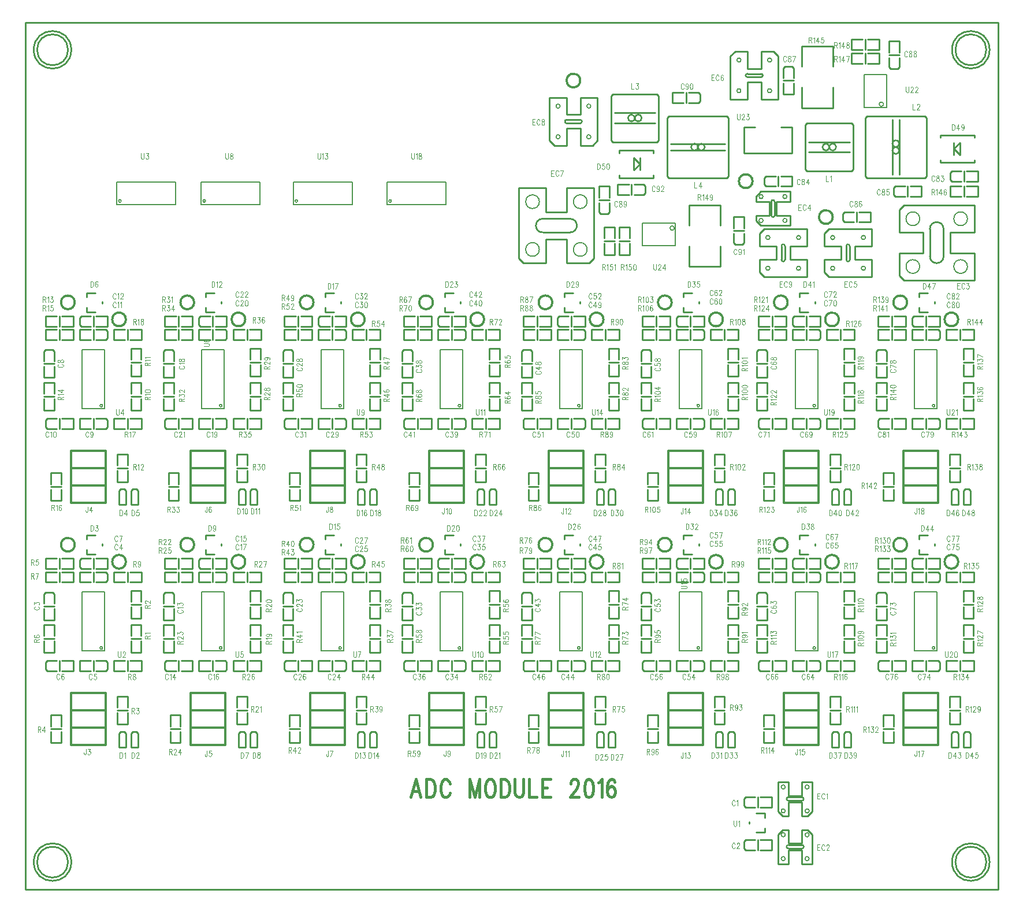
<source format=gbr>
*
*
G04 PADS Layout (Build Number 2005.266.2) generated Gerber (RS-274-X) file*
G04 PC Version=2.1*
*
%IN "module_AtoD2016_1031.pc"*%
*
%MOMM*%
*
%FSLAX35Y35*%
*
*
*
*
G04 PC Standard Apertures*
*
*
G04 Thermal Relief Aperture macro.*
%AMTER*
1,1,$1,0,0*
1,0,$1-$2,0,0*
21,0,$3,$4,0,0,45*
21,0,$3,$4,0,0,135*
%
*
*
G04 Annular Aperture macro.*
%AMANN*
1,1,$1,0,0*
1,0,$2,0,0*
%
*
*
G04 Odd Aperture macro.*
%AMODD*
1,1,$1,0,0*
1,0,$1-0.005,0,0*
%
*
*
G04 PC Custom Aperture Macros*
*
*
*
*
*
*
G04 PC Aperture Table*
*
%ADD056C,0.1*%
%ADD058C,0.254*%
%ADD059C,0.3048*%
%ADD108C,0.4*%
%ADD112C,0.2*%
%ADD113C,0.35*%
%ADD114C,0.1778*%
*
*
*
*
G04 PC Custom Flashes*
G04 Layer Name module_AtoD2016_1031.pc - flashes*
%LPD*%
*
*
G04 PC Circuitry*
G04 Layer Name module_AtoD2016_1031.pc - circuitry*
%LPD*%
*
G54D56*
G01X35803295Y13988500D02*
X35800409Y13996437D01*
X35800409D02*
X35794636Y14004375D01*
X35788864Y14008344*
X35777318*
X35771545Y14004375*
X35765773Y13996437*
X35765773D02*
X35762886Y13988500D01*
X35760000Y13976594*
Y13956750*
X35762886Y13944844*
X35765773Y13936906*
X35771545Y13928969*
X35777318Y13925000*
X35788864*
X35794636Y13928969*
X35800409Y13936906*
X35803295Y13944844*
X35829273Y13992469D02*
X35835045Y13996437D01*
X35835045D02*
X35843705Y14008344D01*
X35843705D02*
Y13925000D01*
X25743295Y19388500D02*
X25740409Y19396437D01*
X25740409D02*
X25734636Y19404375D01*
X25728864Y19408344*
X25717318*
X25711545Y19404375*
X25705773Y19396437*
X25705773D02*
X25702886Y19388500D01*
X25700000Y19376594*
Y19356750*
X25702886Y19344844*
X25705773Y19336906*
X25711545Y19328969*
X25717318Y19325000*
X25728864*
X25734636Y19328969*
X25740409Y19336906*
X25743295Y19344844*
X25769273Y19392469D02*
X25775045Y19396437D01*
X25775045D02*
X25783705Y19408344D01*
X25783705D02*
Y19325000D01*
X25827000Y19408344D02*
X25818341Y19404375D01*
X25812568Y19392469*
X25809682Y19372625*
Y19360719*
X25812568Y19340875*
X25818341Y19328969*
X25827000Y19325000*
X25832773*
X25841432Y19328969*
X25847205Y19340875*
X25847205D02*
X25850091Y19360719D01*
Y19372625*
X25847205Y19392469*
X25847205D02*
X25841432Y19404375D01*
X25832773Y19408344*
X25827000*
X26728295Y21288500D02*
X26725409Y21296437D01*
X26725409D02*
X26719636Y21304375D01*
X26713864Y21308344*
X26713864D02*
X26702318D01*
X26696545Y21304375*
X26690773Y21296437*
X26690773D02*
X26687886Y21288500D01*
X26685000Y21276594*
Y21256750*
X26687886Y21244844*
X26690773Y21236906*
X26696545Y21228969*
X26702318Y21225000*
X26713864*
X26713864D02*
X26719636Y21228969D01*
X26725409Y21236906*
X26728295Y21244844*
X26754273Y21292469D02*
X26760045Y21296437D01*
X26760045D02*
X26768704Y21308344D01*
X26768704D02*
Y21225000D01*
X26794682Y21292469D02*
X26800454Y21296437D01*
X26800454D02*
X26809114Y21308344D01*
X26809114D02*
Y21225000D01*
X26728295Y21413500D02*
X26725409Y21421437D01*
X26725409D02*
X26719636Y21429375D01*
X26713864Y21433344*
X26702318*
X26696545Y21429375*
X26690773Y21421437*
X26690773D02*
X26687886Y21413500D01*
X26685000Y21401594*
Y21381750*
X26687886Y21369844*
X26690773Y21361906*
X26696545Y21353969*
X26702318Y21350000*
X26713864*
X26719636Y21353969*
X26725409Y21361906*
X26728295Y21369844*
X26754273Y21417469D02*
X26760045Y21421437D01*
X26760045D02*
X26768705Y21433344D01*
X26768705D02*
Y21350000D01*
X26797568Y21413500D02*
Y21417469D01*
X26800455Y21425406*
X26800455D02*
X26803341Y21429375D01*
X26809114Y21433344*
X26820659*
X26826432Y21429375*
X26829318Y21425406*
X26832205Y21417469*
X26832205D02*
Y21409531D01*
X26832205D02*
X26829318Y21401594D01*
X26823545Y21389687*
X26823545D02*
X26794682Y21350000D01*
X26835091*
X27646500Y16793295D02*
X27638562Y16790409D01*
X27638562D02*
X27630625Y16784636D01*
X27626656Y16778864*
Y16767318*
X27630625Y16761545*
X27630625D02*
X27638562Y16755773D01*
X27638562D02*
X27646500Y16752886D01*
X27658406Y16750000*
X27678250*
X27690156Y16752886*
X27698094Y16755773*
X27706031Y16761545*
X27706031D02*
X27710000Y16767318D01*
Y16778864*
X27706031Y16784636*
X27698094Y16790409*
X27690156Y16793295*
X27642531Y16819273D02*
X27638562Y16825045D01*
X27638562D02*
X27626656Y16833705D01*
X27710000*
X27626656Y16865455D02*
Y16897205D01*
X27658406Y16879886*
Y16888545*
X27658406D02*
X27662375Y16894318D01*
X27666344Y16897205*
X27678250Y16900091*
X27686187*
X27686187D02*
X27698094Y16897205D01*
X27706031Y16891432*
X27710000Y16882773*
Y16874114*
X27706031Y16865455*
X27702062Y16862568*
X27702062D02*
X27694125Y16859682D01*
X27493295Y15838500D02*
X27490409Y15846437D01*
X27490409D02*
X27484636Y15854375D01*
X27478864Y15858344*
X27467318*
X27461545Y15854375*
X27455773Y15846437*
X27455773D02*
X27452886Y15838500D01*
X27450000Y15826594*
Y15806750*
X27452886Y15794844*
X27455773Y15786906*
X27461545Y15778969*
X27467318Y15775000*
X27478864*
X27484636Y15778969*
X27490409Y15786906*
X27493295Y15794844*
X27519273Y15842469D02*
X27525045Y15846437D01*
X27525045D02*
X27533705Y15858344D01*
X27533705D02*
Y15775000D01*
X27588545Y15858344D02*
X27559682Y15802781D01*
X27602977*
X27588545Y15858344D02*
Y15775000D01*
X28528295Y17863500D02*
X28525409Y17871437D01*
X28525409D02*
X28519636Y17879375D01*
X28513864Y17883344*
X28502318*
X28496545Y17879375*
X28490773Y17871437*
X28490773D02*
X28487886Y17863500D01*
X28485000Y17851594*
Y17831750*
X28487886Y17819844*
X28490773Y17811906*
X28496545Y17803969*
X28502318Y17800000*
X28513864*
X28519636Y17803969*
X28525409Y17811906*
X28528295Y17819844*
X28554273Y17867469D02*
X28560045Y17871437D01*
X28560045D02*
X28568705Y17883344D01*
X28568705D02*
Y17800000D01*
X28632205Y17883344D02*
X28603341D01*
X28600455Y17847625*
X28600455D02*
X28603341Y17851594D01*
X28612000Y17855562*
X28612000D02*
X28620659D01*
X28620659D02*
X28629318Y17851594D01*
X28635091Y17843656*
X28637977Y17831750*
X28635091Y17823812*
X28635091D02*
X28632205Y17811906D01*
X28632205D02*
X28626432Y17803969D01*
X28617773Y17800000*
X28609114*
X28600455Y17803969*
X28600455D02*
X28597568Y17807937D01*
X28597568D02*
X28594682Y17815875D01*
X28128295Y15838500D02*
X28125409Y15846437D01*
X28125409D02*
X28119636Y15854375D01*
X28113864Y15858344*
X28102318*
X28096545Y15854375*
X28096545D02*
X28090773Y15846437D01*
X28090773D02*
X28087886Y15838500D01*
X28085000Y15826594*
Y15806750*
X28087886Y15794844*
X28090773Y15786906*
X28096545Y15778969*
X28096545D02*
X28102318Y15775000D01*
X28113864*
X28119636Y15778969*
X28125409Y15786906*
X28128295Y15794844*
X28154273Y15842469D02*
X28160045Y15846437D01*
X28160045D02*
X28168705Y15858344D01*
Y15775000*
X28229318Y15846437D02*
X28226432Y15854375D01*
X28217773Y15858344*
X28212000*
X28203341Y15854375*
X28197568Y15842469*
X28194682Y15822625*
Y15802781*
X28197568Y15786906*
X28203341Y15778969*
X28212000Y15775000*
X28214886*
X28223545Y15778969*
X28223545D02*
X28229318Y15786906D01*
X28232205Y15798812*
X28232205D02*
Y15802781D01*
X28229318Y15814687*
X28229318D02*
X28223545Y15822625D01*
X28223545D02*
X28214886Y15826594D01*
X28212000*
X28203341Y15822625*
X28197568Y15814687*
X28197568D02*
X28194682Y15802781D01*
X28528295Y17738500D02*
X28525409Y17746437D01*
X28525409D02*
X28519636Y17754375D01*
X28513864Y17758344*
X28513864D02*
X28502318D01*
X28496545Y17754375*
X28490773Y17746437*
X28490773D02*
X28487886Y17738500D01*
X28485000Y17726594*
Y17706750*
X28487886Y17694844*
X28490773Y17686906*
X28496545Y17678969*
X28502318Y17675000*
X28513864*
X28513864D02*
X28519636Y17678969D01*
X28525409Y17686906*
X28528295Y17694844*
X28554273Y17742469D02*
X28560045Y17746437D01*
X28560045D02*
X28568704Y17758344D01*
X28568704D02*
Y17675000D01*
X28635091Y17758344D02*
X28606227Y17675000D01*
X28594682Y17758344D02*
X28635091D01*
X27671500Y20368295D02*
X27663562Y20365409D01*
X27663562D02*
X27655625Y20359636D01*
X27651656Y20353864*
Y20342318*
X27655625Y20336545*
X27655625D02*
X27663562Y20330773D01*
X27663562D02*
X27671500Y20327886D01*
X27683406Y20325000*
X27703250*
X27715156Y20327886*
X27723094Y20330773*
X27731031Y20336545*
X27731031D02*
X27735000Y20342318D01*
Y20353864*
X27731031Y20359636*
X27723094Y20365409*
X27715156Y20368295*
X27667531Y20394273D02*
X27663562Y20400045D01*
X27663562D02*
X27651656Y20408705D01*
X27735000*
X27651656Y20449114D02*
X27655625Y20440455D01*
X27663562Y20437568*
X27663562D02*
X27671500D01*
X27679437Y20440455*
X27679437D02*
X27683406Y20446227D01*
X27687375Y20457773*
X27691344Y20466432*
X27699281Y20472205*
X27707219Y20475091*
X27719125*
X27727062Y20472205*
X27727062D02*
X27731031Y20469318D01*
X27735000Y20460659*
Y20449114*
X27731031Y20440455*
X27727062Y20437568*
X27727062D02*
X27719125Y20434682D01*
X27707219*
X27699281Y20437568*
X27691344Y20443341*
X27687375Y20452000*
X27683406Y20463545*
X27683406D02*
X27679437Y20469318D01*
X27679437D02*
X27671500Y20472205D01*
X27663562*
X27663562D02*
X27655625Y20469318D01*
X27651656Y20460659*
Y20449114*
X28103295Y19388500D02*
X28100409Y19396437D01*
X28100409D02*
X28094636Y19404375D01*
X28088864Y19408344*
X28077318*
X28071545Y19404375*
X28071545D02*
X28065773Y19396437D01*
X28065773D02*
X28062886Y19388500D01*
X28060000Y19376594*
Y19356750*
X28062886Y19344844*
X28065773Y19336906*
X28071545Y19328969*
X28071545D02*
X28077318Y19325000D01*
X28088864*
X28094636Y19328969*
X28100409Y19336906*
X28103295Y19344844*
X28129273Y19392469D02*
X28135045Y19396437D01*
X28135045D02*
X28143705Y19408344D01*
Y19325000*
X28207205Y19380562D02*
X28204318Y19368656D01*
X28198545Y19360719*
X28198545D02*
X28189886Y19356750D01*
X28187000*
X28178341Y19360719*
X28172568Y19368656*
X28169682Y19380562*
X28169682D02*
Y19384531D01*
X28172568Y19396437*
X28172568D02*
X28178341Y19404375D01*
X28187000Y19408344*
X28189886*
X28198545Y19404375*
X28198545D02*
X28204318Y19396437D01*
X28204318D02*
X28207205Y19380562D01*
X28207205D02*
Y19360719D01*
X28204318Y19340875*
X28198545Y19328969*
X28198545D02*
X28189886Y19325000D01*
X28184114*
X28175455Y19328969*
X28172568Y19336906*
X35803295Y13363500D02*
X35800409Y13371437D01*
X35800409D02*
X35794636Y13379375D01*
X35788864Y13383344*
X35777318*
X35771545Y13379375*
X35765773Y13371437*
X35765773D02*
X35762886Y13363500D01*
X35760000Y13351594*
Y13331750*
X35762886Y13319844*
X35765773Y13311906*
X35771545Y13303969*
X35777318Y13300000*
X35788864*
X35794636Y13303969*
X35800409Y13311906*
X35803295Y13319844*
X35832159Y13363500D02*
Y13367469D01*
X35835045Y13375406*
X35837932Y13379375*
X35843705Y13383344*
X35843705D02*
X35855250D01*
X35861023Y13379375*
X35863909Y13375406*
X35866795Y13367469*
Y13359531*
X35863909Y13351594*
X35858136Y13339687*
X35858136D02*
X35829273Y13300000D01*
X35869682*
X28528295Y21313500D02*
X28525409Y21321437D01*
X28525409D02*
X28519636Y21329375D01*
X28513864Y21333344*
X28513864D02*
X28502318D01*
X28496545Y21329375*
X28490773Y21321437*
X28490773D02*
X28487886Y21313500D01*
X28485000Y21301594*
Y21281750*
X28487886Y21269844*
X28490773Y21261906*
X28496545Y21253969*
X28502318Y21250000*
X28513864*
X28513864D02*
X28519636Y21253969D01*
X28525409Y21261906*
X28528295Y21269844*
X28557159Y21313500D02*
Y21317469D01*
X28560045Y21325406*
X28562932Y21329375*
X28568704Y21333344*
X28568704D02*
X28580250D01*
X28586023Y21329375*
X28588909Y21325406*
X28591795Y21317469*
Y21309531*
X28588909Y21301594*
X28583136Y21289687*
X28583136D02*
X28554273Y21250000D01*
X28594682*
X28637977Y21333344D02*
X28629318Y21329375D01*
X28623545Y21317469*
X28620659Y21297625*
Y21285719*
X28623545Y21265875*
X28629318Y21253969*
X28637977Y21250000*
X28643750*
X28652409Y21253969*
X28658182Y21265875*
X28661068Y21285719*
Y21297625*
X28658182Y21317469*
X28652409Y21329375*
X28643750Y21333344*
X28637977*
X27628295Y19388500D02*
X27625409Y19396437D01*
X27625409D02*
X27619636Y19404375D01*
X27613864Y19408344*
X27602318*
X27596545Y19404375*
X27590773Y19396437*
X27590773D02*
X27587886Y19388500D01*
X27585000Y19376594*
Y19356750*
X27587886Y19344844*
X27590773Y19336906*
X27596545Y19328969*
X27602318Y19325000*
X27613864*
X27619636Y19328969*
X27625409Y19336906*
X27628295Y19344844*
X27657159Y19388500D02*
Y19392469D01*
X27660045Y19400406*
X27662932Y19404375*
X27668705Y19408344*
X27668705D02*
X27680250D01*
X27686023Y19404375*
X27688909Y19400406*
X27691795Y19392469*
Y19384531*
X27688909Y19376594*
X27683136Y19364687*
X27683136D02*
X27654273Y19325000D01*
X27694682*
X27720659Y19392469D02*
X27726432Y19396437D01*
X27726432D02*
X27735091Y19408344D01*
Y19325000*
X28528295Y21438500D02*
X28525409Y21446437D01*
X28525409D02*
X28519636Y21454375D01*
X28513864Y21458344*
X28502318*
X28496545Y21454375*
X28490773Y21446437*
X28490773D02*
X28487886Y21438500D01*
X28485000Y21426594*
Y21406750*
X28487886Y21394844*
X28490773Y21386906*
X28496545Y21378969*
X28502318Y21375000*
X28513864*
X28519636Y21378969*
X28525409Y21386906*
X28528295Y21394844*
X28557159Y21438500D02*
Y21442469D01*
X28560045Y21450406*
X28562932Y21454375*
X28568705Y21458344*
X28568705D02*
X28580250D01*
X28586023Y21454375*
X28588909Y21450406*
X28591795Y21442469*
Y21434531*
X28588909Y21426594*
X28583136Y21414687*
X28583136D02*
X28554273Y21375000D01*
X28594682*
X28623545Y21438500D02*
Y21442469D01*
X28626432Y21450406*
X28629318Y21454375*
X28635091Y21458344*
X28646636*
X28652409Y21454375*
X28655295Y21450406*
X28658182Y21442469*
Y21434531*
X28655295Y21426594*
X28649523Y21414687*
X28649523D02*
X28620659Y21375000D01*
X28661068*
X29396500Y16818295D02*
X29388562Y16815409D01*
X29388562D02*
X29380625Y16809636D01*
X29376656Y16803864*
Y16792318*
X29380625Y16786545*
X29380625D02*
X29388562Y16780773D01*
X29388562D02*
X29396500Y16777886D01*
X29408406Y16775000*
X29428250*
X29440156Y16777886*
X29448094Y16780773*
X29456031Y16786545*
X29456031D02*
X29460000Y16792318D01*
Y16803864*
X29456031Y16809636*
X29448094Y16815409*
X29440156Y16818295*
X29396500Y16847159D02*
X29392531D01*
X29384594Y16850045*
X29384594D02*
X29380625Y16852932D01*
X29376656Y16858705*
Y16870250*
X29380625Y16876023*
X29384594Y16878909*
X29392531Y16881795*
X29392531D02*
X29400469D01*
X29400469D02*
X29408406Y16878909D01*
X29420312Y16873136*
X29420312D02*
X29460000Y16844273D01*
Y16884682*
X29376656Y16916432D02*
Y16948182D01*
X29408406Y16930864*
Y16939523*
X29412375Y16945295*
X29412375D02*
X29416344Y16948182D01*
X29428250Y16951068*
X29436187*
X29436187D02*
X29448094Y16948182D01*
X29456031Y16942409*
X29460000Y16933750*
Y16925091*
X29456031Y16916432*
X29452062Y16913545*
X29452062D02*
X29444125Y16910659D01*
X29878295Y15838500D02*
X29875409Y15846437D01*
X29875409D02*
X29869636Y15854375D01*
X29863864Y15858344*
X29852318*
X29846545Y15854375*
X29846545D02*
X29840773Y15846437D01*
X29840773D02*
X29837886Y15838500D01*
X29835000Y15826594*
Y15806750*
X29837886Y15794844*
X29840773Y15786906*
X29846545Y15778969*
X29846545D02*
X29852318Y15775000D01*
X29863864*
X29869636Y15778969*
X29875409Y15786906*
X29878295Y15794844*
X29907159Y15838500D02*
Y15842469D01*
X29910045Y15850406*
X29910045D02*
X29912932Y15854375D01*
X29918705Y15858344*
X29930250*
X29936023Y15854375*
X29938909Y15850406*
X29941795Y15842469*
X29941795D02*
Y15834531D01*
X29941795D02*
X29938909Y15826594D01*
X29933136Y15814687*
X29933136D02*
X29904273Y15775000D01*
X29944682*
X29999523Y15858344D02*
X29970659Y15802781D01*
X30013955*
X29999523Y15858344D02*
Y15775000D01*
X30278295Y17713500D02*
X30275409Y17721437D01*
X30275409D02*
X30269636Y17729375D01*
X30263864Y17733344*
X30263864D02*
X30252318D01*
X30246545Y17729375*
X30240773Y17721437*
X30240773D02*
X30237886Y17713500D01*
X30235000Y17701594*
Y17681750*
X30237886Y17669844*
X30240773Y17661906*
X30246545Y17653969*
X30252318Y17650000*
X30263864*
X30263864D02*
X30269636Y17653969D01*
X30275409Y17661906*
X30278295Y17669844*
X30307159Y17713500D02*
Y17717469D01*
X30310045Y17725406*
X30312932Y17729375*
X30318704Y17733344*
X30318704D02*
X30330250D01*
X30336023Y17729375*
X30338909Y17725406*
X30341795Y17717469*
Y17709531*
X30338909Y17701594*
X30333136Y17689687*
X30333136D02*
X30304273Y17650000D01*
X30344682*
X30408182Y17733344D02*
X30379318D01*
X30376432Y17697625*
X30379318Y17701594*
X30387977Y17705562*
X30387977D02*
X30396636D01*
X30396636D02*
X30405295Y17701594D01*
X30411068Y17693656*
X30413954Y17681750*
X30413954D02*
X30411068Y17673812D01*
X30411068D02*
X30408182Y17661906D01*
X30402409Y17653969*
X30393750Y17650000*
X30385091*
X30376432Y17653969*
X30373545Y17657937*
X30373545D02*
X30370659Y17665875D01*
X29378295Y15838500D02*
X29375409Y15846437D01*
X29375409D02*
X29369636Y15854375D01*
X29363864Y15858344*
X29352318*
X29346545Y15854375*
X29340773Y15846437*
X29340773D02*
X29337886Y15838500D01*
X29335000Y15826594*
Y15806750*
X29337886Y15794844*
X29340773Y15786906*
X29346545Y15778969*
X29352318Y15775000*
X29363864*
X29369636Y15778969*
X29375409Y15786906*
X29378295Y15794844*
X29407159Y15838500D02*
Y15842469D01*
X29410045Y15850406*
X29412932Y15854375*
X29418705Y15858344*
X29418705D02*
X29430250D01*
X29436023Y15854375*
X29438909Y15850406*
X29441795Y15842469*
Y15834531*
X29438909Y15826594*
X29433136Y15814687*
X29433136D02*
X29404273Y15775000D01*
X29444682*
X29505295Y15846437D02*
X29502409Y15854375D01*
X29493750Y15858344*
X29487977*
X29479318Y15854375*
X29473545Y15842469*
X29470659Y15822625*
Y15802781*
X29473545Y15786906*
X29479318Y15778969*
X29487977Y15775000*
X29490864*
X29499523Y15778969*
X29505295Y15786906*
X29508182Y15798812*
X29508182D02*
Y15802781D01*
X29505295Y15814687*
X29505295D02*
X29499523Y15822625D01*
X29490864Y15826594*
X29487977*
X29479318Y15822625*
X29473545Y15814687*
X29473545D02*
X29470659Y15802781D01*
X30278295Y17838500D02*
X30275409Y17846437D01*
X30275409D02*
X30269636Y17854375D01*
X30263864Y17858344*
X30252318*
X30246545Y17854375*
X30240773Y17846437*
X30240773D02*
X30237886Y17838500D01*
X30235000Y17826594*
Y17806750*
X30237886Y17794844*
X30240773Y17786906*
X30246545Y17778969*
X30252318Y17775000*
X30263864*
X30269636Y17778969*
X30275409Y17786906*
X30278295Y17794844*
X30307159Y17838500D02*
Y17842469D01*
X30310045Y17850406*
X30312932Y17854375*
X30318705Y17858344*
X30318705D02*
X30330250D01*
X30336023Y17854375*
X30338909Y17850406*
X30341795Y17842469*
Y17834531*
X30338909Y17826594*
X30333136Y17814687*
X30333136D02*
X30304273Y17775000D01*
X30344682*
X30411068Y17858344D02*
X30382205Y17775000D01*
X30370659Y17858344D02*
X30411068D01*
X29396500Y20343295D02*
X29388562Y20340409D01*
X29388562D02*
X29380625Y20334636D01*
X29376656Y20328864*
Y20317318*
X29380625Y20311545*
X29380625D02*
X29388562Y20305773D01*
X29388562D02*
X29396500Y20302886D01*
X29408406Y20300000*
X29428250*
X29440156Y20302886*
X29448094Y20305773*
X29456031Y20311545*
X29456031D02*
X29460000Y20317318D01*
Y20328864*
X29456031Y20334636*
X29448094Y20340409*
X29440156Y20343295*
X29396500Y20372159D02*
X29392531D01*
X29384594Y20375045*
X29384594D02*
X29380625Y20377932D01*
X29376656Y20383705*
Y20395250*
X29380625Y20401023*
X29384594Y20403909*
X29392531Y20406795*
X29392531D02*
X29400469D01*
X29400469D02*
X29408406Y20403909D01*
X29420312Y20398136*
X29420312D02*
X29460000Y20369273D01*
Y20409682*
X29376656Y20450091D02*
X29380625Y20441432D01*
X29388562Y20438545*
X29388562D02*
X29396500D01*
X29396500D02*
X29404437Y20441432D01*
X29404437D02*
X29408406Y20447205D01*
X29412375Y20458750*
X29416344Y20467409*
X29424281Y20473182*
X29432219Y20476068*
X29444125*
X29452062Y20473182*
X29452062D02*
X29456031Y20470295D01*
X29456031D02*
X29460000Y20461636D01*
Y20450091*
X29456031Y20441432*
X29452062Y20438545*
X29452062D02*
X29444125Y20435659D01*
X29432219*
X29424281Y20438545*
X29424281D02*
X29416344Y20444318D01*
X29412375Y20452977*
X29408406Y20464523*
X29404437Y20470295*
X29404437D02*
X29396500Y20473182D01*
X29388562*
X29388562D02*
X29380625Y20470295D01*
X29380625D02*
X29376656Y20461636D01*
Y20450091*
X29853295Y19388500D02*
X29850409Y19396437D01*
X29850409D02*
X29844636Y19404375D01*
X29838864Y19408344*
X29827318*
X29821545Y19404375*
X29821545D02*
X29815773Y19396437D01*
X29815773D02*
X29812886Y19388500D01*
X29810000Y19376594*
Y19356750*
X29812886Y19344844*
X29815773Y19336906*
X29821545Y19328969*
X29821545D02*
X29827318Y19325000D01*
X29838864*
X29844636Y19328969*
X29850409Y19336906*
X29853295Y19344844*
X29882159Y19388500D02*
Y19392469D01*
X29885045Y19400406*
X29885045D02*
X29887932Y19404375D01*
X29893705Y19408344*
X29905250*
X29911023Y19404375*
X29913909Y19400406*
X29916795Y19392469*
X29916795D02*
Y19384531D01*
X29916795D02*
X29913909Y19376594D01*
X29908136Y19364687*
X29908136D02*
X29879273Y19325000D01*
X29919682*
X29983182Y19380562D02*
X29980295Y19368656D01*
X29980295D02*
X29974523Y19360719D01*
X29965864Y19356750*
X29962977*
X29954318Y19360719*
X29948545Y19368656*
X29948545D02*
X29945659Y19380562D01*
X29945659D02*
Y19384531D01*
X29948545Y19396437*
X29948545D02*
X29954318Y19404375D01*
X29962977Y19408344*
X29965864*
X29974523Y19404375*
X29980295Y19396437*
X29980295D02*
X29983182Y19380562D01*
X29983182D02*
Y19360719D01*
X29980295Y19340875*
X29980295D02*
X29974523Y19328969D01*
X29965864Y19325000*
X29960091*
X29951432Y19328969*
X29948545Y19336906*
X25546500Y16843295D02*
X25538562Y16840409D01*
X25538562D02*
X25530625Y16834636D01*
X25526656Y16828864*
Y16817318*
X25530625Y16811545*
X25538562Y16805773*
X25538562D02*
X25546500Y16802886D01*
X25558406Y16800000*
X25578250*
X25590156Y16802886*
X25598094Y16805773*
X25606031Y16811545*
X25610000Y16817318*
Y16828864*
X25606031Y16834636*
X25598094Y16840409*
X25590156Y16843295*
X25526656Y16875045D02*
Y16906795D01*
X25558406Y16889477*
Y16898136*
X25562375Y16903909*
X25566344Y16906795*
X25578250Y16909682*
X25586187*
X25586187D02*
X25598094Y16906795D01*
X25606031Y16901023*
X25610000Y16892364*
Y16883705*
X25610000D02*
X25606031Y16875045D01*
X25602062Y16872159*
X25602062D02*
X25594125Y16869273D01*
X30278295Y21288500D02*
X30275409Y21296437D01*
X30275409D02*
X30269636Y21304375D01*
X30263864Y21308344*
X30263864D02*
X30252318D01*
X30246545Y21304375*
X30240773Y21296437*
X30240773D02*
X30237886Y21288500D01*
X30235000Y21276594*
Y21256750*
X30237886Y21244844*
X30240773Y21236906*
X30246545Y21228969*
X30252318Y21225000*
X30263864*
X30263864D02*
X30269636Y21228969D01*
X30275409Y21236906*
X30278295Y21244844*
X30310045Y21308344D02*
X30341795D01*
X30324477Y21276594*
X30333136*
X30338909Y21272625*
X30341795Y21268656*
X30344682Y21256750*
Y21248812*
X30344682D02*
X30341795Y21236906D01*
X30336023Y21228969*
X30327364Y21225000*
X30327364D02*
X30318704D01*
X30318704D02*
X30310045Y21228969D01*
X30307159Y21232937*
X30307159D02*
X30304273Y21240875D01*
X30387977Y21308344D02*
X30379318Y21304375D01*
X30373545Y21292469*
X30370659Y21272625*
Y21260719*
X30373545Y21240875*
X30379318Y21228969*
X30387977Y21225000*
X30393750*
X30402409Y21228969*
X30408182Y21240875*
X30411068Y21260719*
Y21272625*
X30408182Y21292469*
X30402409Y21304375*
X30393750Y21308344*
X30387977*
X29403295Y19388500D02*
X29400409Y19396437D01*
X29400409D02*
X29394636Y19404375D01*
X29388864Y19408344*
X29377318*
X29371545Y19404375*
X29365773Y19396437*
X29365773D02*
X29362886Y19388500D01*
X29360000Y19376594*
Y19356750*
X29362886Y19344844*
X29365773Y19336906*
X29371545Y19328969*
X29377318Y19325000*
X29388864*
X29394636Y19328969*
X29400409Y19336906*
X29403295Y19344844*
X29435045Y19408344D02*
X29466795D01*
X29449477Y19376594*
X29458136*
X29463909Y19372625*
X29466795Y19368656*
X29469682Y19356750*
Y19348812*
X29469682D02*
X29466795Y19336906D01*
X29461023Y19328969*
X29452364Y19325000*
X29443705*
X29443705D02*
X29435045Y19328969D01*
X29432159Y19332937*
X29432159D02*
X29429273Y19340875D01*
X29495659Y19392469D02*
X29501432Y19396437D01*
X29501432D02*
X29510091Y19408344D01*
Y19325000*
X30278295Y21413500D02*
X30275409Y21421437D01*
X30275409D02*
X30269636Y21429375D01*
X30263864Y21433344*
X30252318*
X30246545Y21429375*
X30240773Y21421437*
X30240773D02*
X30237886Y21413500D01*
X30235000Y21401594*
Y21381750*
X30237886Y21369844*
X30240773Y21361906*
X30246545Y21353969*
X30252318Y21350000*
X30263864*
X30269636Y21353969*
X30275409Y21361906*
X30278295Y21369844*
X30310045Y21433344D02*
X30341795D01*
X30324477Y21401594*
X30333136*
X30338909Y21397625*
X30341795Y21393656*
X30344682Y21381750*
Y21373812*
X30344682D02*
X30341795Y21361906D01*
X30336023Y21353969*
X30327364Y21350000*
X30318705*
X30318705D02*
X30310045Y21353969D01*
X30307159Y21357937*
X30307159D02*
X30304273Y21365875D01*
X30373545Y21413500D02*
Y21417469D01*
X30376432Y21425406*
X30379318Y21429375*
X30385091Y21433344*
X30396636*
X30402409Y21429375*
X30405295Y21425406*
X30408182Y21417469*
Y21409531*
X30405295Y21401594*
X30399523Y21389687*
X30399523D02*
X30370659Y21350000D01*
X30411068*
X31146500Y16768295D02*
X31138562Y16765409D01*
X31138562D02*
X31130625Y16759636D01*
X31126656Y16753864*
Y16742318*
X31130625Y16736545*
X31130625D02*
X31138562Y16730773D01*
X31138562D02*
X31146500Y16727886D01*
X31158406Y16725000*
X31178250*
X31190156Y16727886*
X31198094Y16730773*
X31206031Y16736545*
X31206031D02*
X31210000Y16742318D01*
Y16753864*
X31206031Y16759636*
X31198094Y16765409*
X31190156Y16768295*
X31126656Y16800045D02*
Y16831795D01*
X31126656D02*
X31158406Y16814477D01*
Y16823136*
X31162375Y16828909*
X31166344Y16831795*
X31166344D02*
X31178250Y16834682D01*
X31186187*
X31186187D02*
X31198094Y16831795D01*
X31198094D02*
X31206031Y16826023D01*
X31210000Y16817364*
Y16808705*
X31206031Y16800045*
X31206031D02*
X31202062Y16797159D01*
X31202062D02*
X31194125Y16794273D01*
X31126656Y16866432D02*
Y16898182D01*
X31158406Y16880864*
Y16889523*
X31162375Y16895295*
X31162375D02*
X31166344Y16898182D01*
X31178250Y16901068*
X31186187*
X31186187D02*
X31198094Y16898182D01*
X31206031Y16892409*
X31210000Y16883750*
Y16875091*
X31206031Y16866432*
X31202062Y16863545*
X31202062D02*
X31194125Y16860659D01*
X31603295Y15838500D02*
X31600409Y15846437D01*
X31600409D02*
X31594636Y15854375D01*
X31588864Y15858344*
X31577318*
X31571545Y15854375*
X31571545D02*
X31565773Y15846437D01*
X31565773D02*
X31562886Y15838500D01*
X31560000Y15826594*
Y15806750*
X31562886Y15794844*
X31565773Y15786906*
X31571545Y15778969*
X31571545D02*
X31577318Y15775000D01*
X31588864*
X31594636Y15778969*
X31600409Y15786906*
X31603295Y15794844*
X31635045Y15858344D02*
X31666795D01*
X31666795D02*
X31649477Y15826594D01*
X31658136*
X31663909Y15822625*
X31666795Y15818656*
X31666795D02*
X31669682Y15806750D01*
Y15798812*
X31669682D02*
X31666795Y15786906D01*
X31666795D02*
X31661023Y15778969D01*
X31652364Y15775000*
X31643705*
X31635045Y15778969*
X31635045D02*
X31632159Y15782937D01*
X31632159D02*
X31629273Y15790875D01*
X31724523Y15858344D02*
X31695659Y15802781D01*
X31738955*
X31724523Y15858344D02*
Y15775000D01*
X32003295Y17738500D02*
X32000409Y17746437D01*
X32000409D02*
X31994636Y17754375D01*
X31988864Y17758344*
X31988864D02*
X31977318D01*
X31971545Y17754375*
X31965773Y17746437*
X31965773D02*
X31962886Y17738500D01*
X31960000Y17726594*
Y17706750*
X31962886Y17694844*
X31965773Y17686906*
X31971545Y17678969*
X31977318Y17675000*
X31988864*
X31988864D02*
X31994636Y17678969D01*
X32000409Y17686906*
X32003295Y17694844*
X32035045Y17758344D02*
X32066795D01*
X32049477Y17726594*
X32058136*
X32063909Y17722625*
X32066795Y17718656*
X32069682Y17706750*
Y17698812*
X32069682D02*
X32066795Y17686906D01*
X32061023Y17678969*
X32052364Y17675000*
X32052364D02*
X32043704D01*
X32043704D02*
X32035045Y17678969D01*
X32032159Y17682937*
X32032159D02*
X32029273Y17690875D01*
X32133182Y17758344D02*
X32104318D01*
X32101432Y17722625*
X32104318Y17726594*
X32112977Y17730562*
X32112977D02*
X32121636D01*
X32121636D02*
X32130295Y17726594D01*
X32136068Y17718656*
X32138954Y17706750*
X32138954D02*
X32136068Y17698812D01*
X32136068D02*
X32133182Y17686906D01*
X32127409Y17678969*
X32118750Y17675000*
X32110091*
X32101432Y17678969*
X32098545Y17682937*
X32098545D02*
X32095659Y17690875D01*
X31128295Y15838500D02*
X31125409Y15846437D01*
X31125409D02*
X31119636Y15854375D01*
X31113864Y15858344*
X31102318*
X31096545Y15854375*
X31090773Y15846437*
X31090773D02*
X31087886Y15838500D01*
X31085000Y15826594*
Y15806750*
X31087886Y15794844*
X31090773Y15786906*
X31096545Y15778969*
X31102318Y15775000*
X31113864*
X31119636Y15778969*
X31125409Y15786906*
X31128295Y15794844*
X31160045Y15858344D02*
X31191795D01*
X31174477Y15826594*
X31183136*
X31188909Y15822625*
X31191795Y15818656*
X31194682Y15806750*
Y15798812*
X31194682D02*
X31191795Y15786906D01*
X31186023Y15778969*
X31177364Y15775000*
X31168705*
X31168705D02*
X31160045Y15778969D01*
X31157159Y15782937*
X31157159D02*
X31154273Y15790875D01*
X31255295Y15846437D02*
X31252409Y15854375D01*
X31243750Y15858344*
X31237977*
X31229318Y15854375*
X31223545Y15842469*
X31220659Y15822625*
Y15802781*
X31223545Y15786906*
X31229318Y15778969*
X31237977Y15775000*
X31240864*
X31249523Y15778969*
X31255295Y15786906*
X31258182Y15798812*
X31258182D02*
Y15802781D01*
X31255295Y15814687*
X31255295D02*
X31249523Y15822625D01*
X31240864Y15826594*
X31237977*
X31229318Y15822625*
X31223545Y15814687*
X31223545D02*
X31220659Y15802781D01*
X32003295Y17863500D02*
X32000409Y17871437D01*
X32000409D02*
X31994636Y17879375D01*
X31988864Y17883344*
X31977318*
X31971545Y17879375*
X31965773Y17871437*
X31965773D02*
X31962886Y17863500D01*
X31960000Y17851594*
Y17831750*
X31962886Y17819844*
X31965773Y17811906*
X31971545Y17803969*
X31977318Y17800000*
X31988864*
X31994636Y17803969*
X32000409Y17811906*
X32003295Y17819844*
X32035045Y17883344D02*
X32066795D01*
X32049477Y17851594*
X32058136*
X32063909Y17847625*
X32066795Y17843656*
X32069682Y17831750*
Y17823812*
X32069682D02*
X32066795Y17811906D01*
X32061023Y17803969*
X32052364Y17800000*
X32043705*
X32043705D02*
X32035045Y17803969D01*
X32032159Y17807937*
X32032159D02*
X32029273Y17815875D01*
X32136068Y17883344D02*
X32107205Y17800000D01*
X32095659Y17883344D02*
X32136068D01*
X31146500Y20318295D02*
X31138562Y20315409D01*
X31138562D02*
X31130625Y20309636D01*
X31126656Y20303864*
Y20292318*
X31130625Y20286545*
X31130625D02*
X31138562Y20280773D01*
X31138562D02*
X31146500Y20277886D01*
X31158406Y20275000*
X31178250*
X31190156Y20277886*
X31198094Y20280773*
X31206031Y20286545*
X31206031D02*
X31210000Y20292318D01*
Y20303864*
X31206031Y20309636*
X31198094Y20315409*
X31190156Y20318295*
X31126656Y20350045D02*
Y20381795D01*
X31126656D02*
X31158406Y20364477D01*
Y20373136*
X31162375Y20378909*
X31166344Y20381795*
X31166344D02*
X31178250Y20384682D01*
X31186187*
X31186187D02*
X31198094Y20381795D01*
X31198094D02*
X31206031Y20376023D01*
X31210000Y20367364*
Y20358705*
X31206031Y20350045*
X31206031D02*
X31202062Y20347159D01*
X31202062D02*
X31194125Y20344273D01*
X31126656Y20425091D02*
X31130625Y20416432D01*
X31138562Y20413545*
X31138562D02*
X31146500D01*
X31146500D02*
X31154437Y20416432D01*
X31154437D02*
X31158406Y20422205D01*
X31162375Y20433750*
X31166344Y20442409*
X31174281Y20448182*
X31182219Y20451068*
X31194125*
X31202062Y20448182*
X31202062D02*
X31206031Y20445295D01*
X31206031D02*
X31210000Y20436636D01*
Y20425091*
X31206031Y20416432*
X31202062Y20413545*
X31202062D02*
X31194125Y20410659D01*
X31182219*
X31174281Y20413545*
X31174281D02*
X31166344Y20419318D01*
X31162375Y20427977*
X31158406Y20439523*
X31154437Y20445295*
X31154437D02*
X31146500Y20448182D01*
X31138562*
X31138562D02*
X31130625Y20445295D01*
X31130625D02*
X31126656Y20436636D01*
Y20425091*
X31603295Y19388500D02*
X31600409Y19396437D01*
X31600409D02*
X31594636Y19404375D01*
X31588864Y19408344*
X31577318*
X31571545Y19404375*
X31571545D02*
X31565773Y19396437D01*
X31565773D02*
X31562886Y19388500D01*
X31560000Y19376594*
Y19356750*
X31562886Y19344844*
X31565773Y19336906*
X31571545Y19328969*
X31571545D02*
X31577318Y19325000D01*
X31588864*
X31594636Y19328969*
X31600409Y19336906*
X31603295Y19344844*
X31635045Y19408344D02*
X31666795D01*
X31666795D02*
X31649477Y19376594D01*
X31658136*
X31663909Y19372625*
X31666795Y19368656*
X31666795D02*
X31669682Y19356750D01*
Y19348812*
X31669682D02*
X31666795Y19336906D01*
X31666795D02*
X31661023Y19328969D01*
X31652364Y19325000*
X31643705*
X31635045Y19328969*
X31635045D02*
X31632159Y19332937D01*
X31632159D02*
X31629273Y19340875D01*
X31733182Y19380562D02*
X31730295Y19368656D01*
X31730295D02*
X31724523Y19360719D01*
X31715864Y19356750*
X31712977*
X31704318Y19360719*
X31698545Y19368656*
X31698545D02*
X31695659Y19380562D01*
X31695659D02*
Y19384531D01*
X31698545Y19396437*
X31698545D02*
X31704318Y19404375D01*
X31712977Y19408344*
X31715864*
X31724523Y19404375*
X31730295Y19396437*
X31730295D02*
X31733182Y19380562D01*
X31733182D02*
Y19360719D01*
X31730295Y19340875*
X31730295D02*
X31724523Y19328969D01*
X31715864Y19325000*
X31710091*
X31701432Y19328969*
X31698545Y19336906*
X26753295Y17738500D02*
X26750409Y17746437D01*
X26750409D02*
X26744636Y17754375D01*
X26738864Y17758344*
X26738864D02*
X26727318D01*
X26721545Y17754375*
X26715773Y17746437*
X26715773D02*
X26712886Y17738500D01*
X26710000Y17726594*
Y17706750*
X26712886Y17694844*
X26715773Y17686906*
X26721545Y17678969*
X26727318Y17675000*
X26738864*
X26738864D02*
X26744636Y17678969D01*
X26750409Y17686906*
X26753295Y17694844*
X26808136Y17758344D02*
X26779273Y17702781D01*
X26822568*
X26808136Y17758344D02*
Y17675000D01*
X31953295Y21313500D02*
X31950409Y21321437D01*
X31950409D02*
X31944636Y21329375D01*
X31938864Y21333344*
X31938864D02*
X31927318D01*
X31921545Y21329375*
X31915773Y21321437*
X31915773D02*
X31912886Y21313500D01*
X31910000Y21301594*
Y21281750*
X31912886Y21269844*
X31915773Y21261906*
X31921545Y21253969*
X31927318Y21250000*
X31938864*
X31938864D02*
X31944636Y21253969D01*
X31950409Y21261906*
X31953295Y21269844*
X32008136Y21333344D02*
X31979273Y21277781D01*
X32022568*
X32008136Y21333344D02*
Y21250000D01*
X32065864Y21333344D02*
X32057204Y21329375D01*
X32057204D02*
X32051432Y21317469D01*
X32048545Y21297625*
Y21285719*
X32051432Y21265875*
X32057204Y21253969*
X32057204D02*
X32065864Y21250000D01*
X32065864D02*
X32071636D01*
X32080295Y21253969*
X32086068Y21265875*
X32088954Y21285719*
X32088954D02*
Y21297625D01*
X32088954D02*
X32086068Y21317469D01*
X32080295Y21329375*
X32071636Y21333344*
X32065864*
X30993295Y19388500D02*
X30990409Y19396437D01*
X30990409D02*
X30984636Y19404375D01*
X30978864Y19408344*
X30967318*
X30961545Y19404375*
X30955773Y19396437*
X30955773D02*
X30952886Y19388500D01*
X30950000Y19376594*
Y19356750*
X30952886Y19344844*
X30955773Y19336906*
X30961545Y19328969*
X30967318Y19325000*
X30978864*
X30984636Y19328969*
X30990409Y19336906*
X30993295Y19344844*
X31048136Y19408344D02*
X31019273Y19352781D01*
X31062568*
X31048136Y19408344D02*
Y19325000D01*
X31088545Y19392469D02*
X31094318Y19396437D01*
X31094318D02*
X31102977Y19408344D01*
Y19325000*
X31953295Y21438500D02*
X31950409Y21446437D01*
X31950409D02*
X31944636Y21454375D01*
X31938864Y21458344*
X31927318*
X31921545Y21454375*
X31921545D02*
X31915773Y21446437D01*
X31915773D02*
X31912886Y21438500D01*
X31910000Y21426594*
Y21406750*
X31912886Y21394844*
X31915773Y21386906*
X31921545Y21378969*
X31921545D02*
X31927318Y21375000D01*
X31938864*
X31944636Y21378969*
X31950409Y21386906*
X31953295Y21394844*
X32008136Y21458344D02*
X31979273Y21402781D01*
X32022568*
X32008136Y21458344D02*
Y21375000D01*
X32051432Y21438500D02*
Y21442469D01*
X32054318Y21450406*
X32057205Y21454375*
X32062977Y21458344*
X32074523*
X32080295Y21454375*
X32080295D02*
X32083182Y21450406D01*
X32086068Y21442469*
Y21434531*
X32083182Y21426594*
X32077409Y21414687*
X32077409D02*
X32048545Y21375000D01*
X32048545D02*
X32088955D01*
X32886500Y16818295D02*
X32878562Y16815409D01*
X32878562D02*
X32870625Y16809636D01*
X32866656Y16803864*
Y16792318*
X32870625Y16786545*
X32870625D02*
X32878562Y16780773D01*
X32878562D02*
X32886500Y16777886D01*
X32898406Y16775000*
X32918250*
X32930156Y16777886*
X32938094Y16780773*
X32946031Y16786545*
X32946031D02*
X32950000Y16792318D01*
Y16803864*
X32946031Y16809636*
X32938094Y16815409*
X32930156Y16818295*
X32866656Y16873136D02*
X32922219Y16844273D01*
Y16887568*
X32866656Y16873136D02*
X32950000D01*
X32866656Y16919318D02*
Y16951068D01*
X32898406Y16933750*
Y16942409*
X32902375Y16948182*
X32906344Y16951068*
X32918250Y16953955*
X32926187*
X32926187D02*
X32938094Y16951068D01*
X32946031Y16945295*
X32946031D02*
X32950000Y16936636D01*
Y16927977*
X32946031Y16919318*
X32942062Y16916432*
X32942062D02*
X32934125Y16913545D01*
X33303295Y15838500D02*
X33300409Y15846437D01*
X33300409D02*
X33294636Y15854375D01*
X33288864Y15858344*
X33277318*
X33271545Y15854375*
X33271545D02*
X33265773Y15846437D01*
X33265773D02*
X33262886Y15838500D01*
X33260000Y15826594*
Y15806750*
X33262886Y15794844*
X33265773Y15786906*
X33271545Y15778969*
X33271545D02*
X33277318Y15775000D01*
X33288864*
X33294636Y15778969*
X33300409Y15786906*
X33303295Y15794844*
X33358136Y15858344D02*
X33329273Y15802781D01*
X33372568*
X33358136Y15858344D02*
Y15775000D01*
X33427409Y15858344D02*
X33398545Y15802781D01*
X33398545D02*
X33441841D01*
X33427409Y15858344D02*
Y15775000D01*
X33703295Y17738500D02*
X33700409Y17746437D01*
X33700409D02*
X33694636Y17754375D01*
X33688864Y17758344*
X33688864D02*
X33677318D01*
X33671545Y17754375*
X33665773Y17746437*
X33665773D02*
X33662886Y17738500D01*
X33660000Y17726594*
Y17706750*
X33662886Y17694844*
X33665773Y17686906*
X33671545Y17678969*
X33677318Y17675000*
X33688864*
X33688864D02*
X33694636Y17678969D01*
X33700409Y17686906*
X33703295Y17694844*
X33758136Y17758344D02*
X33729273Y17702781D01*
X33772568*
X33758136Y17758344D02*
Y17675000D01*
X33836068Y17758344D02*
X33807204D01*
X33807204D02*
X33804318Y17722625D01*
X33807204Y17726594*
X33807204D02*
X33815864Y17730562D01*
X33815864D02*
X33824523D01*
X33824523D02*
X33833182Y17726594D01*
X33838954Y17718656*
X33838954D02*
X33841841Y17706750D01*
X33838954Y17698812*
X33838954D02*
X33836068Y17686906D01*
X33830295Y17678969*
X33821636Y17675000*
X33812977*
X33804318Y17678969*
X33801432Y17682937*
X33801432D02*
X33798545Y17690875D01*
X32878295Y15838500D02*
X32875409Y15846437D01*
X32875409D02*
X32869636Y15854375D01*
X32863864Y15858344*
X32852318*
X32846545Y15854375*
X32840773Y15846437*
X32840773D02*
X32837886Y15838500D01*
X32835000Y15826594*
Y15806750*
X32837886Y15794844*
X32840773Y15786906*
X32846545Y15778969*
X32852318Y15775000*
X32863864*
X32869636Y15778969*
X32875409Y15786906*
X32878295Y15794844*
X32933136Y15858344D02*
X32904273Y15802781D01*
X32947568*
X32933136Y15858344D02*
Y15775000D01*
X33008182Y15846437D02*
X33005295Y15854375D01*
X32996636Y15858344*
X32990864*
X32982205Y15854375*
X32982205D02*
X32976432Y15842469D01*
X32973545Y15822625*
Y15802781*
X32976432Y15786906*
X32982205Y15778969*
X32982205D02*
X32990864Y15775000D01*
X32993750*
X33002409Y15778969*
X33008182Y15786906*
X33011068Y15798812*
X33011068D02*
Y15802781D01*
X33008182Y15814687*
X33008182D02*
X33002409Y15822625D01*
X32993750Y15826594*
X32990864*
X32982205Y15822625*
X32982205D02*
X32976432Y15814687D01*
X32976432D02*
X32973545Y15802781D01*
X33703295Y17863500D02*
X33700409Y17871437D01*
X33700409D02*
X33694636Y17879375D01*
X33688864Y17883344*
X33677318*
X33671545Y17879375*
X33671545D02*
X33665773Y17871437D01*
X33665773D02*
X33662886Y17863500D01*
X33660000Y17851594*
Y17831750*
X33662886Y17819844*
X33665773Y17811906*
X33671545Y17803969*
X33671545D02*
X33677318Y17800000D01*
X33688864*
X33694636Y17803969*
X33700409Y17811906*
X33703295Y17819844*
X33758136Y17883344D02*
X33729273Y17827781D01*
X33772568*
X33758136Y17883344D02*
Y17800000D01*
X33838955Y17883344D02*
X33810091Y17800000D01*
X33798545Y17883344D02*
X33838955D01*
X32896500Y20293295D02*
X32888562Y20290409D01*
X32888562D02*
X32880625Y20284636D01*
X32876656Y20278864*
Y20267318*
X32880625Y20261545*
X32880625D02*
X32888562Y20255773D01*
X32888562D02*
X32896500Y20252886D01*
X32908406Y20250000*
X32928250*
X32940156Y20252886*
X32948094Y20255773*
X32956031Y20261545*
X32956031D02*
X32960000Y20267318D01*
Y20278864*
X32956031Y20284636*
X32948094Y20290409*
X32940156Y20293295*
X32876656Y20348136D02*
X32932219Y20319273D01*
Y20362568*
X32876656Y20348136D02*
X32960000D01*
X32876656Y20402977D02*
X32880625Y20394318D01*
X32888562Y20391432*
X32888562D02*
X32896500D01*
X32904437Y20394318*
X32904437D02*
X32908406Y20400091D01*
X32912375Y20411636*
X32916344Y20420295*
X32916344D02*
X32924281Y20426068D01*
X32932219Y20428955*
X32944125*
X32952062Y20426068*
X32952062D02*
X32956031Y20423182D01*
X32960000Y20414523*
Y20402977*
X32956031Y20394318*
X32952062Y20391432*
X32952062D02*
X32944125Y20388545D01*
X32944125D02*
X32932219D01*
X32932219D02*
X32924281Y20391432D01*
X32916344Y20397205*
X32912375Y20405864*
X32908406Y20417409*
X32904437Y20423182*
X32904437D02*
X32896500Y20426068D01*
X32888562*
X32888562D02*
X32880625Y20423182D01*
X32876656Y20414523*
Y20402977*
X33703295Y21288500D02*
X33700409Y21296437D01*
X33700409D02*
X33694636Y21304375D01*
X33688864Y21308344*
X33688864D02*
X33677318D01*
X33671545Y21304375*
X33665773Y21296437*
X33665773D02*
X33662886Y21288500D01*
X33660000Y21276594*
Y21256750*
X33662886Y21244844*
X33665773Y21236906*
X33671545Y21228969*
X33677318Y21225000*
X33688864*
X33688864D02*
X33694636Y21228969D01*
X33700409Y21236906*
X33703295Y21244844*
X33758136Y21308344D02*
X33729273Y21252781D01*
X33772568*
X33758136Y21308344D02*
Y21225000D01*
X33836068Y21280562D02*
X33833182Y21268656D01*
X33827409Y21260719*
X33818750Y21256750*
X33815864*
X33815864D02*
X33807204Y21260719D01*
X33807204D02*
X33801432Y21268656D01*
X33798545Y21280562*
X33798545D02*
Y21284531D01*
X33801432Y21296437*
X33801432D02*
X33807204Y21304375D01*
X33807204D02*
X33815864Y21308344D01*
X33815864D02*
X33818750D01*
X33827409Y21304375*
X33833182Y21296437*
X33833182D02*
X33836068Y21280562D01*
X33836068D02*
Y21260719D01*
X33833182Y21240875*
X33827409Y21228969*
X33818750Y21225000*
X33812977*
X33804318Y21228969*
X33801432Y21236906*
X26378295Y15838500D02*
X26375409Y15846437D01*
X26375409D02*
X26369636Y15854375D01*
X26363864Y15858344*
X26352318*
X26346545Y15854375*
X26346545D02*
X26340773Y15846437D01*
X26340773D02*
X26337886Y15838500D01*
X26335000Y15826594*
Y15806750*
X26337886Y15794844*
X26340773Y15786906*
X26346545Y15778969*
X26346545D02*
X26352318Y15775000D01*
X26363864*
X26369636Y15778969*
X26375409Y15786906*
X26378295Y15794844*
X26441795Y15858344D02*
X26412932D01*
X26410045Y15822625*
X26410045D02*
X26412932Y15826594D01*
X26421591Y15830562*
X26421591D02*
X26430250D01*
X26430250D02*
X26438909Y15826594D01*
X26444682Y15818656*
X26447568Y15806750*
X26444682Y15798812*
X26444682D02*
X26441795Y15786906D01*
X26441795D02*
X26436023Y15778969D01*
X26427364Y15775000*
X26418705*
X26410045Y15778969*
X26410045D02*
X26407159Y15782937D01*
X26407159D02*
X26404273Y15790875D01*
X33378295Y19388500D02*
X33375409Y19396437D01*
X33375409D02*
X33369636Y19404375D01*
X33363864Y19408344*
X33352318*
X33346545Y19404375*
X33346545D02*
X33340773Y19396437D01*
X33340773D02*
X33337886Y19388500D01*
X33335000Y19376594*
Y19356750*
X33337886Y19344844*
X33340773Y19336906*
X33346545Y19328969*
X33346545D02*
X33352318Y19325000D01*
X33363864*
X33369636Y19328969*
X33375409Y19336906*
X33378295Y19344844*
X33441795Y19408344D02*
X33412932D01*
X33410045Y19372625*
X33410045D02*
X33412932Y19376594D01*
X33421591Y19380562*
X33421591D02*
X33430250D01*
X33430250D02*
X33438909Y19376594D01*
X33444682Y19368656*
X33447568Y19356750*
X33444682Y19348812*
X33444682D02*
X33441795Y19336906D01*
X33441795D02*
X33436023Y19328969D01*
X33427364Y19325000*
X33418705*
X33410045Y19328969*
X33410045D02*
X33407159Y19332937D01*
X33407159D02*
X33404273Y19340875D01*
X33490864Y19408344D02*
X33482205Y19404375D01*
X33476432Y19392469*
X33473545Y19372625*
X33473545D02*
Y19360719D01*
X33473545D02*
X33476432Y19340875D01*
X33482205Y19328969*
X33490864Y19325000*
X33496636*
X33505295Y19328969*
X33505295D02*
X33511068Y19340875D01*
X33513955Y19360719*
Y19372625*
X33511068Y19392469*
X33505295Y19404375*
X33505295D02*
X33496636Y19408344D01*
X33490864*
X32878295Y19388500D02*
X32875409Y19396437D01*
X32875409D02*
X32869636Y19404375D01*
X32863864Y19408344*
X32852318*
X32846545Y19404375*
X32840773Y19396437*
X32840773D02*
X32837886Y19388500D01*
X32835000Y19376594*
Y19356750*
X32837886Y19344844*
X32840773Y19336906*
X32846545Y19328969*
X32852318Y19325000*
X32863864*
X32869636Y19328969*
X32875409Y19336906*
X32878295Y19344844*
X32941795Y19408344D02*
X32912932D01*
X32910045Y19372625*
X32912932Y19376594*
X32921591Y19380562*
X32921591D02*
X32930250D01*
X32930250D02*
X32938909Y19376594D01*
X32944682Y19368656*
X32947568Y19356750*
X32944682Y19348812*
X32944682D02*
X32941795Y19336906D01*
X32936023Y19328969*
X32927364Y19325000*
X32918705*
X32918705D02*
X32910045Y19328969D01*
X32907159Y19332937*
X32907159D02*
X32904273Y19340875D01*
X32973545Y19392469D02*
X32979318Y19396437D01*
X32979318D02*
X32987977Y19408344D01*
Y19325000*
X33703295Y21413500D02*
X33700409Y21421437D01*
X33700409D02*
X33694636Y21429375D01*
X33688864Y21433344*
X33677318*
X33671545Y21429375*
X33665773Y21421437*
X33665773D02*
X33662886Y21413500D01*
X33660000Y21401594*
Y21381750*
X33662886Y21369844*
X33665773Y21361906*
X33671545Y21353969*
X33677318Y21350000*
X33688864*
X33694636Y21353969*
X33700409Y21361906*
X33703295Y21369844*
X33766795Y21433344D02*
X33737932D01*
X33735045Y21397625*
X33737932Y21401594*
X33746591Y21405562*
X33746591D02*
X33755250D01*
X33755250D02*
X33763909Y21401594D01*
X33769682Y21393656*
X33772568Y21381750*
X33769682Y21373812*
X33769682D02*
X33766795Y21361906D01*
X33761023Y21353969*
X33752364Y21350000*
X33743705*
X33743705D02*
X33735045Y21353969D01*
X33732159Y21357937*
X33732159D02*
X33729273Y21365875D01*
X33801432Y21413500D02*
Y21417469D01*
X33804318Y21425406*
X33807205Y21429375*
X33807205D02*
X33812977Y21433344D01*
X33824523*
X33830295Y21429375*
X33833182Y21425406*
X33836068Y21417469*
Y21409531*
X33833182Y21401594*
X33827409Y21389687*
X33827409D02*
X33798545Y21350000D01*
X33838955*
X34646500Y16818295D02*
X34638562Y16815409D01*
X34638562D02*
X34630625Y16809636D01*
X34626656Y16803864*
Y16792318*
X34630625Y16786545*
X34630625D02*
X34638562Y16780773D01*
X34638562D02*
X34646500Y16777886D01*
X34658406Y16775000*
X34678250*
X34690156Y16777886*
X34698094Y16780773*
X34706031Y16786545*
X34706031D02*
X34710000Y16792318D01*
Y16803864*
X34706031Y16809636*
X34698094Y16815409*
X34690156Y16818295*
X34626656Y16881795D02*
Y16852932D01*
X34662375Y16850045*
X34662375D02*
X34658406Y16852932D01*
X34654437Y16861591*
X34654437D02*
Y16870250D01*
X34654437D02*
X34658406Y16878909D01*
X34666344Y16884682*
X34678250Y16887568*
X34686187Y16884682*
X34686187D02*
X34698094Y16881795D01*
X34698094D02*
X34706031Y16876023D01*
X34710000Y16867364*
Y16858705*
X34706031Y16850045*
X34706031D02*
X34702062Y16847159D01*
X34702062D02*
X34694125Y16844273D01*
X34626656Y16919318D02*
Y16951068D01*
X34658406Y16933750*
Y16942409*
X34662375Y16948182*
X34666344Y16951068*
X34678250Y16953955*
X34686187*
X34686187D02*
X34698094Y16951068D01*
X34706031Y16945295*
X34706031D02*
X34710000Y16936636D01*
Y16927977*
X34706031Y16919318*
X34702062Y16916432*
X34702062D02*
X34694125Y16913545D01*
X35078295Y15838500D02*
X35075409Y15846437D01*
X35075409D02*
X35069636Y15854375D01*
X35063864Y15858344*
X35052318*
X35046545Y15854375*
X35046545D02*
X35040773Y15846437D01*
X35040773D02*
X35037886Y15838500D01*
X35035000Y15826594*
Y15806750*
X35037886Y15794844*
X35040773Y15786906*
X35046545Y15778969*
X35046545D02*
X35052318Y15775000D01*
X35063864*
X35069636Y15778969*
X35075409Y15786906*
X35078295Y15794844*
X35141795Y15858344D02*
X35112932D01*
X35110045Y15822625*
X35110045D02*
X35112932Y15826594D01*
X35121591Y15830562*
X35121591D02*
X35130250D01*
X35130250D02*
X35138909Y15826594D01*
X35144682Y15818656*
X35147568Y15806750*
X35144682Y15798812*
X35144682D02*
X35141795Y15786906D01*
X35141795D02*
X35136023Y15778969D01*
X35127364Y15775000*
X35118705*
X35110045Y15778969*
X35110045D02*
X35107159Y15782937D01*
X35107159D02*
X35104273Y15790875D01*
X35202409Y15858344D02*
X35173545Y15802781D01*
X35173545D02*
X35216841D01*
X35202409Y15858344D02*
Y15775000D01*
X35478295Y17788500D02*
X35475409Y17796437D01*
X35475409D02*
X35469636Y17804375D01*
X35463864Y17808344*
X35463864D02*
X35452318D01*
X35446545Y17804375*
X35440773Y17796437*
X35440773D02*
X35437886Y17788500D01*
X35435000Y17776594*
Y17756750*
X35437886Y17744844*
X35440773Y17736906*
X35446545Y17728969*
X35452318Y17725000*
X35463864*
X35463864D02*
X35469636Y17728969D01*
X35475409Y17736906*
X35478295Y17744844*
X35541795Y17808344D02*
X35512932D01*
X35510045Y17772625*
X35512932Y17776594*
X35521591Y17780562*
X35521591D02*
X35530250D01*
X35530250D02*
X35538909Y17776594D01*
X35544682Y17768656*
X35547568Y17756750*
X35544682Y17748812*
X35544682D02*
X35541795Y17736906D01*
X35536023Y17728969*
X35527364Y17725000*
X35527364D02*
X35518704D01*
X35518704D02*
X35510045Y17728969D01*
X35507159Y17732937*
X35507159D02*
X35504273Y17740875D01*
X35611068Y17808344D02*
X35582204D01*
X35582204D02*
X35579318Y17772625D01*
X35582204Y17776594*
X35582204D02*
X35590864Y17780562D01*
X35590864D02*
X35599523D01*
X35599523D02*
X35608182Y17776594D01*
X35613954Y17768656*
X35613954D02*
X35616841Y17756750D01*
X35613954Y17748812*
X35613954D02*
X35611068Y17736906D01*
X35605295Y17728969*
X35596636Y17725000*
X35587977*
X35579318Y17728969*
X35576432Y17732937*
X35576432D02*
X35573545Y17740875D01*
X34603295Y15838500D02*
X34600409Y15846437D01*
X34600409D02*
X34594636Y15854375D01*
X34588864Y15858344*
X34577318*
X34571545Y15854375*
X34565773Y15846437*
X34565773D02*
X34562886Y15838500D01*
X34560000Y15826594*
Y15806750*
X34562886Y15794844*
X34565773Y15786906*
X34571545Y15778969*
X34577318Y15775000*
X34588864*
X34594636Y15778969*
X34600409Y15786906*
X34603295Y15794844*
X34666795Y15858344D02*
X34637932D01*
X34635045Y15822625*
X34637932Y15826594*
X34646591Y15830562*
X34646591D02*
X34655250D01*
X34655250D02*
X34663909Y15826594D01*
X34669682Y15818656*
X34672568Y15806750*
X34669682Y15798812*
X34669682D02*
X34666795Y15786906D01*
X34661023Y15778969*
X34652364Y15775000*
X34643705*
X34643705D02*
X34635045Y15778969D01*
X34632159Y15782937*
X34632159D02*
X34629273Y15790875D01*
X34733182Y15846437D02*
X34730295Y15854375D01*
X34721636Y15858344*
X34715864*
X34707205Y15854375*
X34707205D02*
X34701432Y15842469D01*
X34698545Y15822625*
Y15802781*
X34701432Y15786906*
X34707205Y15778969*
X34707205D02*
X34715864Y15775000D01*
X34718750*
X34727409Y15778969*
X34733182Y15786906*
X34736068Y15798812*
X34736068D02*
Y15802781D01*
X34733182Y15814687*
X34733182D02*
X34727409Y15822625D01*
X34718750Y15826594*
X34715864*
X34707205Y15822625*
X34707205D02*
X34701432Y15814687D01*
X34701432D02*
X34698545Y15802781D01*
X35478295Y17913500D02*
X35475409Y17921437D01*
X35475409D02*
X35469636Y17929375D01*
X35463864Y17933344*
X35452318*
X35446545Y17929375*
X35440773Y17921437*
X35440773D02*
X35437886Y17913500D01*
X35435000Y17901594*
Y17881750*
X35437886Y17869844*
X35440773Y17861906*
X35446545Y17853969*
X35452318Y17850000*
X35463864*
X35469636Y17853969*
X35475409Y17861906*
X35478295Y17869844*
X35541795Y17933344D02*
X35512932D01*
X35510045Y17897625*
X35512932Y17901594*
X35521591Y17905562*
X35521591D02*
X35530250D01*
X35530250D02*
X35538909Y17901594D01*
X35544682Y17893656*
X35547568Y17881750*
X35544682Y17873812*
X35544682D02*
X35541795Y17861906D01*
X35536023Y17853969*
X35527364Y17850000*
X35518705*
X35518705D02*
X35510045Y17853969D01*
X35507159Y17857937*
X35507159D02*
X35504273Y17865875D01*
X35613955Y17933344D02*
X35585091Y17850000D01*
X35573545Y17933344D02*
X35613955D01*
X34646500Y20343295D02*
X34638562Y20340409D01*
X34638562D02*
X34630625Y20334636D01*
X34626656Y20328864*
Y20317318*
X34630625Y20311545*
X34630625D02*
X34638562Y20305773D01*
X34638562D02*
X34646500Y20302886D01*
X34658406Y20300000*
X34678250*
X34690156Y20302886*
X34698094Y20305773*
X34706031Y20311545*
X34706031D02*
X34710000Y20317318D01*
Y20328864*
X34706031Y20334636*
X34698094Y20340409*
X34690156Y20343295*
X34626656Y20406795D02*
Y20377932D01*
X34662375Y20375045*
X34662375D02*
X34658406Y20377932D01*
X34654437Y20386591*
X34654437D02*
Y20395250D01*
X34654437D02*
X34658406Y20403909D01*
X34666344Y20409682*
X34678250Y20412568*
X34686187Y20409682*
X34686187D02*
X34698094Y20406795D01*
X34698094D02*
X34706031Y20401023D01*
X34710000Y20392364*
Y20383705*
X34706031Y20375045*
X34706031D02*
X34702062Y20372159D01*
X34702062D02*
X34694125Y20369273D01*
X34626656Y20452977D02*
X34630625Y20444318D01*
X34638562Y20441432*
X34638562D02*
X34646500D01*
X34654437Y20444318*
X34654437D02*
X34658406Y20450091D01*
X34662375Y20461636*
X34666344Y20470295*
X34666344D02*
X34674281Y20476068D01*
X34682219Y20478955*
X34694125*
X34702062Y20476068*
X34702062D02*
X34706031Y20473182D01*
X34710000Y20464523*
Y20452977*
X34706031Y20444318*
X34702062Y20441432*
X34702062D02*
X34694125Y20438545D01*
X34694125D02*
X34682219D01*
X34682219D02*
X34674281Y20441432D01*
X34666344Y20447205*
X34662375Y20455864*
X34658406Y20467409*
X34654437Y20473182*
X34654437D02*
X34646500Y20476068D01*
X34638562*
X34638562D02*
X34630625Y20473182D01*
X34626656Y20464523*
Y20452977*
X35103295Y19388500D02*
X35100409Y19396437D01*
X35100409D02*
X35094636Y19404375D01*
X35088864Y19408344*
X35077318*
X35071545Y19404375*
X35071545D02*
X35065773Y19396437D01*
X35065773D02*
X35062886Y19388500D01*
X35060000Y19376594*
Y19356750*
X35062886Y19344844*
X35065773Y19336906*
X35071545Y19328969*
X35071545D02*
X35077318Y19325000D01*
X35088864*
X35094636Y19328969*
X35100409Y19336906*
X35103295Y19344844*
X35166795Y19408344D02*
X35137932D01*
X35135045Y19372625*
X35135045D02*
X35137932Y19376594D01*
X35146591Y19380562*
X35146591D02*
X35155250D01*
X35155250D02*
X35163909Y19376594D01*
X35169682Y19368656*
X35172568Y19356750*
X35169682Y19348812*
X35169682D02*
X35166795Y19336906D01*
X35166795D02*
X35161023Y19328969D01*
X35152364Y19325000*
X35143705*
X35135045Y19328969*
X35135045D02*
X35132159Y19332937D01*
X35132159D02*
X35129273Y19340875D01*
X35236068Y19380562D02*
X35233182Y19368656D01*
X35227409Y19360719*
X35218750Y19356750*
X35215864*
X35207205Y19360719*
X35201432Y19368656*
X35198545Y19380562*
X35198545D02*
Y19384531D01*
X35198545D02*
X35201432Y19396437D01*
X35201432D02*
X35207205Y19404375D01*
X35215864Y19408344*
X35218750*
X35227409Y19404375*
X35233182Y19396437*
X35233182D02*
X35236068Y19380562D01*
X35236068D02*
Y19360719D01*
X35233182Y19340875*
X35227409Y19328969*
X35218750Y19325000*
X35212977*
X35204318Y19328969*
X35201432Y19336906*
X25903295Y15838500D02*
X25900409Y15846437D01*
X25900409D02*
X25894636Y15854375D01*
X25888864Y15858344*
X25877318*
X25871545Y15854375*
X25865773Y15846437*
X25865773D02*
X25862886Y15838500D01*
X25860000Y15826594*
Y15806750*
X25862886Y15794844*
X25865773Y15786906*
X25871545Y15778969*
X25877318Y15775000*
X25888864*
X25894636Y15778969*
X25900409Y15786906*
X25903295Y15794844*
X25963909Y15846437D02*
X25961023Y15854375D01*
X25952364Y15858344*
X25946591*
X25937932Y15854375*
X25932159Y15842469*
X25929273Y15822625*
Y15802781*
X25932159Y15786906*
X25937932Y15778969*
X25946591Y15775000*
X25949477*
X25958136Y15778969*
X25963909Y15786906*
X25966795Y15798812*
X25966795D02*
Y15802781D01*
X25963909Y15814687*
X25963909D02*
X25958136Y15822625D01*
X25949477Y15826594*
X25946591*
X25937932Y15822625*
X25932159Y15814687*
X25932159D02*
X25929273Y15802781D01*
X35478295Y21338500D02*
X35475409Y21346437D01*
X35475409D02*
X35469636Y21354375D01*
X35463864Y21358344*
X35463864D02*
X35452318D01*
X35446545Y21354375*
X35440773Y21346437*
X35440773D02*
X35437886Y21338500D01*
X35435000Y21326594*
Y21306750*
X35437886Y21294844*
X35440773Y21286906*
X35446545Y21278969*
X35452318Y21275000*
X35463864*
X35463864D02*
X35469636Y21278969D01*
X35475409Y21286906*
X35478295Y21294844*
X35538909Y21346437D02*
X35536023Y21354375D01*
X35527364Y21358344*
X35527364D02*
X35521591D01*
X35512932Y21354375*
X35507159Y21342469*
X35504273Y21322625*
Y21302781*
X35507159Y21286906*
X35512932Y21278969*
X35521591Y21275000*
X35524477*
X35533136Y21278969*
X35538909Y21286906*
X35541795Y21298812*
X35541795D02*
Y21302781D01*
X35538909Y21314687*
X35538909D02*
X35533136Y21322625D01*
X35524477Y21326594*
X35521591*
X35512932Y21322625*
X35507159Y21314687*
X35507159D02*
X35504273Y21302781D01*
X35585091Y21358344D02*
X35576432Y21354375D01*
X35570659Y21342469*
X35567773Y21322625*
Y21310719*
X35570659Y21290875*
X35576432Y21278969*
X35585091Y21275000*
X35590864*
X35590864D02*
X35599523Y21278969D01*
X35605295Y21290875*
X35608182Y21310719*
Y21322625*
X35605295Y21342469*
X35599523Y21354375*
X35590864Y21358344*
X35590864D02*
X35585091D01*
X34493295Y19388500D02*
X34490409Y19396437D01*
X34490409D02*
X34484636Y19404375D01*
X34478864Y19408344*
X34467318*
X34461545Y19404375*
X34455773Y19396437*
X34455773D02*
X34452886Y19388500D01*
X34450000Y19376594*
Y19356750*
X34452886Y19344844*
X34455773Y19336906*
X34461545Y19328969*
X34467318Y19325000*
X34478864*
X34484636Y19328969*
X34490409Y19336906*
X34493295Y19344844*
X34553909Y19396437D02*
X34551023Y19404375D01*
X34542364Y19408344*
X34536591*
X34527932Y19404375*
X34522159Y19392469*
X34519273Y19372625*
Y19352781*
X34522159Y19336906*
X34527932Y19328969*
X34536591Y19325000*
X34539477*
X34548136Y19328969*
X34553909Y19336906*
X34556795Y19348812*
X34556795D02*
Y19352781D01*
X34553909Y19364687*
X34553909D02*
X34548136Y19372625D01*
X34539477Y19376594*
X34536591*
X34527932Y19372625*
X34522159Y19364687*
X34522159D02*
X34519273Y19352781D01*
X34582773Y19392469D02*
X34588545Y19396437D01*
X34588545D02*
X34597205Y19408344D01*
X34597205D02*
Y19325000D01*
X35478295Y21463500D02*
X35475409Y21471437D01*
X35475409D02*
X35469636Y21479375D01*
X35463864Y21483344*
X35452318*
X35446545Y21479375*
X35440773Y21471437*
X35440773D02*
X35437886Y21463500D01*
X35435000Y21451594*
Y21431750*
X35437886Y21419844*
X35440773Y21411906*
X35446545Y21403969*
X35452318Y21400000*
X35463864*
X35469636Y21403969*
X35475409Y21411906*
X35478295Y21419844*
X35538909Y21471437D02*
X35536023Y21479375D01*
X35527364Y21483344*
X35521591*
X35512932Y21479375*
X35507159Y21467469*
X35504273Y21447625*
Y21427781*
X35507159Y21411906*
X35512932Y21403969*
X35521591Y21400000*
X35524477*
X35533136Y21403969*
X35538909Y21411906*
X35541795Y21423812*
X35541795D02*
Y21427781D01*
X35538909Y21439687*
X35538909D02*
X35533136Y21447625D01*
X35524477Y21451594*
X35521591*
X35512932Y21447625*
X35507159Y21439687*
X35507159D02*
X35504273Y21427781D01*
X35570659Y21463500D02*
Y21467469D01*
X35573545Y21475406*
X35576432Y21479375*
X35582205Y21483344*
X35582205D02*
X35593750D01*
X35599523Y21479375*
X35602409Y21475406*
X35605295Y21467469*
Y21459531*
X35602409Y21451594*
X35596636Y21439687*
X35596636D02*
X35567773Y21400000D01*
X35608182*
X36346500Y16793295D02*
X36338562Y16790409D01*
X36338562D02*
X36330625Y16784636D01*
X36326656Y16778864*
Y16767318*
X36330625Y16761545*
X36330625D02*
X36338562Y16755773D01*
X36338562D02*
X36346500Y16752886D01*
X36358406Y16750000*
X36378250*
X36390156Y16752886*
X36398094Y16755773*
X36406031Y16761545*
X36406031D02*
X36410000Y16767318D01*
Y16778864*
X36406031Y16784636*
X36398094Y16790409*
X36390156Y16793295*
X36338562Y16853909D02*
X36330625Y16851023D01*
X36326656Y16842364*
Y16836591*
X36330625Y16827932*
X36342531Y16822159*
X36362375Y16819273*
X36382219*
X36398094Y16822159*
X36406031Y16827932*
X36410000Y16836591*
Y16839477*
X36406031Y16848136*
X36398094Y16853909*
X36386187Y16856795*
X36386187D02*
X36382219D01*
X36382219D02*
X36370312Y16853909D01*
X36370312D02*
X36362375Y16848136D01*
X36358406Y16839477*
Y16836591*
X36362375Y16827932*
X36370312Y16822159*
X36370312D02*
X36382219Y16819273D01*
X36326656Y16888545D02*
Y16920295D01*
X36326656D02*
X36358406Y16902977D01*
Y16911636*
X36362375Y16917409*
X36366344Y16920295*
X36366344D02*
X36378250Y16923182D01*
X36386187*
X36386187D02*
X36398094Y16920295D01*
X36398094D02*
X36406031Y16914523D01*
X36410000Y16905864*
Y16897205*
X36406031Y16888545*
X36406031D02*
X36402062Y16885659D01*
X36402062D02*
X36394125Y16882773D01*
X36828295Y15838500D02*
X36825409Y15846437D01*
X36825409D02*
X36819636Y15854375D01*
X36813864Y15858344*
X36802318*
X36796545Y15854375*
X36796545D02*
X36790773Y15846437D01*
X36790773D02*
X36787886Y15838500D01*
X36785000Y15826594*
Y15806750*
X36787886Y15794844*
X36790773Y15786906*
X36796545Y15778969*
X36796545D02*
X36802318Y15775000D01*
X36813864*
X36819636Y15778969*
X36825409Y15786906*
X36828295Y15794844*
X36888909Y15846437D02*
X36886023Y15854375D01*
X36877364Y15858344*
X36871591*
X36862932Y15854375*
X36857159Y15842469*
X36854273Y15822625*
Y15802781*
X36857159Y15786906*
X36862932Y15778969*
X36871591Y15775000*
X36874477*
X36883136Y15778969*
X36888909Y15786906*
X36891795Y15798812*
X36891795D02*
Y15802781D01*
X36891795D02*
X36888909Y15814687D01*
X36888909D02*
X36883136Y15822625D01*
X36874477Y15826594*
X36871591*
X36862932Y15822625*
X36857159Y15814687*
X36857159D02*
X36854273Y15802781D01*
X36946636Y15858344D02*
X36917773Y15802781D01*
X36961068*
X36946636Y15858344D02*
Y15775000D01*
X37178295Y17763500D02*
X37175409Y17771437D01*
X37175409D02*
X37169636Y17779375D01*
X37163864Y17783344*
X37163864D02*
X37152318D01*
X37146545Y17779375*
X37140773Y17771437*
X37140773D02*
X37137886Y17763500D01*
X37135000Y17751594*
Y17731750*
X37137886Y17719844*
X37140773Y17711906*
X37146545Y17703969*
X37152318Y17700000*
X37163864*
X37163864D02*
X37169636Y17703969D01*
X37175409Y17711906*
X37178295Y17719844*
X37238909Y17771437D02*
X37236023Y17779375D01*
X37227364Y17783344*
X37227364D02*
X37221591D01*
X37212932Y17779375*
X37207159Y17767469*
X37204273Y17747625*
Y17727781*
X37207159Y17711906*
X37212932Y17703969*
X37221591Y17700000*
X37224477*
X37233136Y17703969*
X37238909Y17711906*
X37241795Y17723812*
X37241795D02*
Y17727781D01*
X37238909Y17739687*
X37238909D02*
X37233136Y17747625D01*
X37224477Y17751594*
X37221591*
X37212932Y17747625*
X37207159Y17739687*
X37207159D02*
X37204273Y17727781D01*
X37305295Y17783344D02*
X37276432D01*
X37273545Y17747625*
X37276432Y17751594*
X37285091Y17755562*
X37285091D02*
X37293750D01*
X37293750D02*
X37302409Y17751594D01*
X37308182Y17743656*
X37311068Y17731750*
X37308182Y17723812*
X37308182D02*
X37305295Y17711906D01*
X37299523Y17703969*
X37290864Y17700000*
X37290864D02*
X37282204D01*
X37282204D02*
X37273545Y17703969D01*
X37270659Y17707937*
X37270659D02*
X37267773Y17715875D01*
X36303295Y15838500D02*
X36300409Y15846437D01*
X36300409D02*
X36294636Y15854375D01*
X36288864Y15858344*
X36277318*
X36271545Y15854375*
X36265773Y15846437*
X36265773D02*
X36262886Y15838500D01*
X36260000Y15826594*
Y15806750*
X36262886Y15794844*
X36265773Y15786906*
X36271545Y15778969*
X36277318Y15775000*
X36288864*
X36294636Y15778969*
X36300409Y15786906*
X36303295Y15794844*
X36363909Y15846437D02*
X36361023Y15854375D01*
X36352364Y15858344*
X36346591*
X36337932Y15854375*
X36332159Y15842469*
X36329273Y15822625*
Y15802781*
X36332159Y15786906*
X36337932Y15778969*
X36346591Y15775000*
X36349477*
X36358136Y15778969*
X36363909Y15786906*
X36366795Y15798812*
X36366795D02*
Y15802781D01*
X36363909Y15814687*
X36363909D02*
X36358136Y15822625D01*
X36349477Y15826594*
X36346591*
X36337932Y15822625*
X36332159Y15814687*
X36332159D02*
X36329273Y15802781D01*
X36427409Y15846437D02*
X36424523Y15854375D01*
X36415864Y15858344*
X36410091*
X36401432Y15854375*
X36395659Y15842469*
X36392773Y15822625*
Y15802781*
X36395659Y15786906*
X36401432Y15778969*
X36410091Y15775000*
X36412977*
X36421636Y15778969*
X36427409Y15786906*
X36430295Y15798812*
X36430295D02*
Y15802781D01*
X36427409Y15814687*
X36427409D02*
X36421636Y15822625D01*
X36412977Y15826594*
X36410091*
X36401432Y15822625*
X36395659Y15814687*
X36395659D02*
X36392773Y15802781D01*
X37178295Y17888500D02*
X37175409Y17896437D01*
X37175409D02*
X37169636Y17904375D01*
X37163864Y17908344*
X37152318*
X37146545Y17904375*
X37140773Y17896437*
X37140773D02*
X37137886Y17888500D01*
X37135000Y17876594*
Y17856750*
X37137886Y17844844*
X37140773Y17836906*
X37146545Y17828969*
X37152318Y17825000*
X37163864*
X37169636Y17828969*
X37175409Y17836906*
X37178295Y17844844*
X37238909Y17896437D02*
X37236023Y17904375D01*
X37227364Y17908344*
X37221591*
X37212932Y17904375*
X37207159Y17892469*
X37204273Y17872625*
Y17852781*
X37207159Y17836906*
X37212932Y17828969*
X37221591Y17825000*
X37224477*
X37233136Y17828969*
X37238909Y17836906*
X37241795Y17848812*
X37241795D02*
Y17852781D01*
X37238909Y17864687*
X37238909D02*
X37233136Y17872625D01*
X37224477Y17876594*
X37221591*
X37212932Y17872625*
X37207159Y17864687*
X37207159D02*
X37204273Y17852781D01*
X37308182Y17908344D02*
X37279318Y17825000D01*
X37267773Y17908344D02*
X37308182D01*
X36346500Y20368295D02*
X36338562Y20365409D01*
X36338562D02*
X36330625Y20359636D01*
X36326656Y20353864*
Y20342318*
X36330625Y20336545*
X36330625D02*
X36338562Y20330773D01*
X36338562D02*
X36346500Y20327886D01*
X36358406Y20325000*
X36378250*
X36390156Y20327886*
X36398094Y20330773*
X36406031Y20336545*
X36406031D02*
X36410000Y20342318D01*
Y20353864*
X36406031Y20359636*
X36398094Y20365409*
X36390156Y20368295*
X36338562Y20428909D02*
X36330625Y20426023D01*
X36326656Y20417364*
Y20411591*
X36330625Y20402932*
X36342531Y20397159*
X36362375Y20394273*
X36382219*
X36398094Y20397159*
X36406031Y20402932*
X36410000Y20411591*
Y20414477*
X36406031Y20423136*
X36398094Y20428909*
X36386187Y20431795*
X36386187D02*
X36382219D01*
X36382219D02*
X36370312Y20428909D01*
X36370312D02*
X36362375Y20423136D01*
X36358406Y20414477*
Y20411591*
X36362375Y20402932*
X36370312Y20397159*
X36370312D02*
X36382219Y20394273D01*
X36326656Y20472205D02*
X36330625Y20463545D01*
X36330625D02*
X36338562Y20460659D01*
X36338562D02*
X36346500D01*
X36354437Y20463545*
X36354437D02*
X36358406Y20469318D01*
X36362375Y20480864*
X36366344Y20489523*
X36374281Y20495295*
X36374281D02*
X36382219Y20498182D01*
X36394125*
X36402062Y20495295*
X36402062D02*
X36406031Y20492409D01*
X36410000Y20483750*
Y20472205*
X36406031Y20463545*
X36406031D02*
X36402062Y20460659D01*
X36402062D02*
X36394125Y20457773D01*
X36382219*
X36374281Y20460659*
X36366344Y20466432*
X36362375Y20475091*
X36358406Y20486636*
X36354437Y20492409*
X36354437D02*
X36346500Y20495295D01*
X36346500D02*
X36338562D01*
X36338562D02*
X36330625Y20492409D01*
X36326656Y20483750*
Y20472205*
X36803295Y19388500D02*
X36800409Y19396437D01*
X36800409D02*
X36794636Y19404375D01*
X36788864Y19408344*
X36777318*
X36771545Y19404375*
X36771545D02*
X36765773Y19396437D01*
X36765773D02*
X36762886Y19388500D01*
X36760000Y19376594*
Y19356750*
X36762886Y19344844*
X36765773Y19336906*
X36771545Y19328969*
X36771545D02*
X36777318Y19325000D01*
X36788864*
X36794636Y19328969*
X36800409Y19336906*
X36803295Y19344844*
X36863909Y19396437D02*
X36861023Y19404375D01*
X36852364Y19408344*
X36846591*
X36837932Y19404375*
X36832159Y19392469*
X36829273Y19372625*
Y19352781*
X36832159Y19336906*
X36837932Y19328969*
X36846591Y19325000*
X36849477*
X36858136Y19328969*
X36863909Y19336906*
X36866795Y19348812*
X36866795D02*
Y19352781D01*
X36866795D02*
X36863909Y19364687D01*
X36863909D02*
X36858136Y19372625D01*
X36849477Y19376594*
X36846591*
X36837932Y19372625*
X36832159Y19364687*
X36832159D02*
X36829273Y19352781D01*
X36930295Y19380562D02*
X36927409Y19368656D01*
X36921636Y19360719*
X36912977Y19356750*
X36910091*
X36901432Y19360719*
X36895659Y19368656*
X36892773Y19380562*
X36892773D02*
Y19384531D01*
X36895659Y19396437*
X36895659D02*
X36901432Y19404375D01*
X36910091Y19408344*
X36912977*
X36921636Y19404375*
X36927409Y19396437*
X36927409D02*
X36930295Y19380562D01*
X36930295D02*
Y19360719D01*
X36930295D02*
X36927409Y19340875D01*
X36921636Y19328969*
X36912977Y19325000*
X36907205*
X36898545Y19328969*
X36898545D02*
X36895659Y19336906D01*
X26753295Y17863500D02*
X26750409Y17871437D01*
X26750409D02*
X26744636Y17879375D01*
X26738864Y17883344*
X26727318*
X26721545Y17879375*
X26715773Y17871437*
X26715773D02*
X26712886Y17863500D01*
X26710000Y17851594*
Y17831750*
X26712886Y17819844*
X26715773Y17811906*
X26721545Y17803969*
X26727318Y17800000*
X26738864*
X26744636Y17803969*
X26750409Y17811906*
X26753295Y17819844*
X26819682Y17883344D02*
X26790818Y17800000D01*
X26779273Y17883344D02*
X26819682D01*
X37153295Y21313500D02*
X37150409Y21321437D01*
X37150409D02*
X37144636Y21329375D01*
X37138864Y21333344*
X37138864D02*
X37127318D01*
X37121545Y21329375*
X37115773Y21321437*
X37115773D02*
X37112886Y21313500D01*
X37110000Y21301594*
Y21281750*
X37112886Y21269844*
X37115773Y21261906*
X37121545Y21253969*
X37127318Y21250000*
X37138864*
X37138864D02*
X37144636Y21253969D01*
X37150409Y21261906*
X37153295Y21269844*
X37219682Y21333344D02*
X37190818Y21250000D01*
X37179273Y21333344D02*
X37219682D01*
X37262977D02*
X37254318Y21329375D01*
X37248545Y21317469*
X37245659Y21297625*
Y21285719*
X37248545Y21265875*
X37254318Y21253969*
X37262977Y21250000*
X37268750*
X37277409Y21253969*
X37283182Y21265875*
X37286068Y21285719*
Y21297625*
X37283182Y21317469*
X37277409Y21329375*
X37268750Y21333344*
X37262977*
X36193295Y19388500D02*
X36190409Y19396437D01*
X36190409D02*
X36184636Y19404375D01*
X36178864Y19408344*
X36167318*
X36161545Y19404375*
X36155773Y19396437*
X36155773D02*
X36152886Y19388500D01*
X36150000Y19376594*
Y19356750*
X36152886Y19344844*
X36155773Y19336906*
X36161545Y19328969*
X36167318Y19325000*
X36178864*
X36184636Y19328969*
X36190409Y19336906*
X36193295Y19344844*
X36259682Y19408344D02*
X36230818Y19325000D01*
X36219273Y19408344D02*
X36259682D01*
X36285659Y19392469D02*
X36291432Y19396437D01*
X36291432D02*
X36300091Y19408344D01*
Y19325000*
X37153295Y21438500D02*
X37150409Y21446437D01*
X37150409D02*
X37144636Y21454375D01*
X37138864Y21458344*
X37127318*
X37121545Y21454375*
X37121545D02*
X37115773Y21446437D01*
X37115773D02*
X37112886Y21438500D01*
X37110000Y21426594*
Y21406750*
X37112886Y21394844*
X37115773Y21386906*
X37121545Y21378969*
X37121545D02*
X37127318Y21375000D01*
X37138864*
X37144636Y21378969*
X37150409Y21386906*
X37153295Y21394844*
X37219682Y21458344D02*
X37190818Y21375000D01*
X37179273Y21458344D02*
X37219682D01*
X37248545Y21438500D02*
Y21442469D01*
X37248545D02*
X37251432Y21450406D01*
X37254318Y21454375*
X37260091Y21458344*
X37271636*
X37277409Y21454375*
X37280295Y21450406*
X37280295D02*
X37283182Y21442469D01*
Y21434531*
X37280295Y21426594*
X37280295D02*
X37274523Y21414687D01*
X37274523D02*
X37245659Y21375000D01*
X37286068*
X38096500Y16768295D02*
X38088562Y16765409D01*
X38088562D02*
X38080625Y16759636D01*
X38076656Y16753864*
Y16742318*
X38080625Y16736545*
X38080625D02*
X38088562Y16730773D01*
X38088562D02*
X38096500Y16727886D01*
X38108406Y16725000*
X38128250*
X38140156Y16727886*
X38148094Y16730773*
X38156031Y16736545*
X38156031D02*
X38160000Y16742318D01*
Y16753864*
X38156031Y16759636*
X38148094Y16765409*
X38140156Y16768295*
X38076656Y16834682D02*
X38160000Y16805818D01*
X38076656Y16794273D02*
Y16834682D01*
Y16866432D02*
Y16898182D01*
X38108406Y16880864*
Y16889523*
X38112375Y16895295*
X38112375D02*
X38116344Y16898182D01*
X38128250Y16901068*
X38136187*
X38136187D02*
X38148094Y16898182D01*
X38156031Y16892409*
X38160000Y16883750*
Y16875091*
X38156031Y16866432*
X38152062Y16863545*
X38152062D02*
X38144125Y16860659D01*
X38528295Y15838500D02*
X38525409Y15846437D01*
X38525409D02*
X38519636Y15854375D01*
X38513864Y15858344*
X38502318*
X38496545Y15854375*
X38496545D02*
X38490773Y15846437D01*
X38490773D02*
X38487886Y15838500D01*
X38485000Y15826594*
Y15806750*
X38487886Y15794844*
X38490773Y15786906*
X38496545Y15778969*
X38496545D02*
X38502318Y15775000D01*
X38513864*
X38519636Y15778969*
X38525409Y15786906*
X38528295Y15794844*
X38594682Y15858344D02*
X38565818Y15775000D01*
X38554273Y15858344D02*
X38594682D01*
X38649523D02*
X38620659Y15802781D01*
X38663955*
X38649523Y15858344D02*
Y15775000D01*
X38953295Y17738500D02*
X38950409Y17746437D01*
X38950409D02*
X38944636Y17754375D01*
X38938864Y17758344*
X38938864D02*
X38927318D01*
X38921545Y17754375*
X38915773Y17746437*
X38915773D02*
X38912886Y17738500D01*
X38910000Y17726594*
Y17706750*
X38912886Y17694844*
X38915773Y17686906*
X38921545Y17678969*
X38927318Y17675000*
X38938864*
X38938864D02*
X38944636Y17678969D01*
X38950409Y17686906*
X38953295Y17694844*
X39019682Y17758344D02*
X38990818Y17675000D01*
X38979273Y17758344D02*
X39019682D01*
X39083182D02*
X39054318D01*
X39051432Y17722625*
X39054318Y17726594*
X39062977Y17730562*
X39062977D02*
X39071636D01*
X39071636D02*
X39080295Y17726594D01*
X39086068Y17718656*
X39088954Y17706750*
X39088954D02*
X39086068Y17698812D01*
X39086068D02*
X39083182Y17686906D01*
X39077409Y17678969*
X39068750Y17675000*
X39060091*
X39051432Y17678969*
X39048545Y17682937*
X39048545D02*
X39045659Y17690875D01*
X38053295Y15838500D02*
X38050409Y15846437D01*
X38050409D02*
X38044636Y15854375D01*
X38038864Y15858344*
X38027318*
X38021545Y15854375*
X38015773Y15846437*
X38015773D02*
X38012886Y15838500D01*
X38010000Y15826594*
Y15806750*
X38012886Y15794844*
X38015773Y15786906*
X38021545Y15778969*
X38027318Y15775000*
X38038864*
X38044636Y15778969*
X38050409Y15786906*
X38053295Y15794844*
X38119682Y15858344D02*
X38090818Y15775000D01*
X38079273Y15858344D02*
X38119682D01*
X38180295Y15846437D02*
X38177409Y15854375D01*
X38168750Y15858344*
X38162977*
X38154318Y15854375*
X38148545Y15842469*
X38145659Y15822625*
Y15802781*
X38148545Y15786906*
X38154318Y15778969*
X38162977Y15775000*
X38165864*
X38174523Y15778969*
X38180295Y15786906*
X38183182Y15798812*
X38183182D02*
Y15802781D01*
X38180295Y15814687*
X38180295D02*
X38174523Y15822625D01*
X38165864Y15826594*
X38162977*
X38154318Y15822625*
X38148545Y15814687*
X38148545D02*
X38145659Y15802781D01*
X38953295Y17863500D02*
X38950409Y17871437D01*
X38950409D02*
X38944636Y17879375D01*
X38938864Y17883344*
X38927318*
X38921545Y17879375*
X38915773Y17871437*
X38915773D02*
X38912886Y17863500D01*
X38910000Y17851594*
Y17831750*
X38912886Y17819844*
X38915773Y17811906*
X38921545Y17803969*
X38927318Y17800000*
X38938864*
X38944636Y17803969*
X38950409Y17811906*
X38953295Y17819844*
X39019682Y17883344D02*
X38990818Y17800000D01*
X38979273Y17883344D02*
X39019682D01*
X39086068D02*
X39057205Y17800000D01*
X39045659Y17883344D02*
X39086068D01*
X38096500Y20318295D02*
X38088562Y20315409D01*
X38088562D02*
X38080625Y20309636D01*
X38076656Y20303864*
Y20292318*
X38080625Y20286545*
X38080625D02*
X38088562Y20280773D01*
X38088562D02*
X38096500Y20277886D01*
X38108406Y20275000*
X38128250*
X38140156Y20277886*
X38148094Y20280773*
X38156031Y20286545*
X38156031D02*
X38160000Y20292318D01*
Y20303864*
X38156031Y20309636*
X38148094Y20315409*
X38140156Y20318295*
X38076656Y20384682D02*
X38160000Y20355818D01*
X38076656Y20344273D02*
Y20384682D01*
Y20425091D02*
X38080625Y20416432D01*
X38088562Y20413545*
X38088562D02*
X38096500D01*
X38096500D02*
X38104437Y20416432D01*
X38104437D02*
X38108406Y20422205D01*
X38112375Y20433750*
X38116344Y20442409*
X38124281Y20448182*
X38132219Y20451068*
X38144125*
X38152062Y20448182*
X38152062D02*
X38156031Y20445295D01*
X38156031D02*
X38160000Y20436636D01*
Y20425091*
X38156031Y20416432*
X38152062Y20413545*
X38152062D02*
X38144125Y20410659D01*
X38132219*
X38124281Y20413545*
X38124281D02*
X38116344Y20419318D01*
X38112375Y20427977*
X38108406Y20439523*
X38104437Y20445295*
X38104437D02*
X38096500Y20448182D01*
X38088562*
X38088562D02*
X38080625Y20445295D01*
X38080625D02*
X38076656Y20436636D01*
Y20425091*
X38578295Y19388500D02*
X38575409Y19396437D01*
X38575409D02*
X38569636Y19404375D01*
X38563864Y19408344*
X38552318*
X38546545Y19404375*
X38546545D02*
X38540773Y19396437D01*
X38540773D02*
X38537886Y19388500D01*
X38535000Y19376594*
Y19356750*
X38537886Y19344844*
X38540773Y19336906*
X38546545Y19328969*
X38546545D02*
X38552318Y19325000D01*
X38563864*
X38569636Y19328969*
X38575409Y19336906*
X38578295Y19344844*
X38644682Y19408344D02*
X38615818Y19325000D01*
X38604273Y19408344D02*
X38644682D01*
X38708182Y19380562D02*
X38705295Y19368656D01*
X38705295D02*
X38699523Y19360719D01*
X38690864Y19356750*
X38687977*
X38679318Y19360719*
X38673545Y19368656*
X38673545D02*
X38670659Y19380562D01*
X38670659D02*
Y19384531D01*
X38673545Y19396437*
X38673545D02*
X38679318Y19404375D01*
X38687977Y19408344*
X38690864*
X38699523Y19404375*
X38705295Y19396437*
X38705295D02*
X38708182Y19380562D01*
X38708182D02*
Y19360719D01*
X38705295Y19340875*
X38705295D02*
X38699523Y19328969D01*
X38690864Y19325000*
X38685091*
X38676432Y19328969*
X38673545Y19336906*
X25896500Y20393295D02*
X25888562Y20390409D01*
X25888562D02*
X25880625Y20384636D01*
X25876656Y20378864*
Y20367318*
X25880625Y20361545*
X25880625D02*
X25888562Y20355773D01*
X25888562D02*
X25896500Y20352886D01*
X25908406Y20350000*
X25928250*
X25940156Y20352886*
X25948094Y20355773*
X25956031Y20361545*
X25956031D02*
X25960000Y20367318D01*
Y20378864*
X25956031Y20384636*
X25948094Y20390409*
X25940156Y20393295*
X25876656Y20433705D02*
X25880625Y20425045D01*
X25880625D02*
X25888562Y20422159D01*
X25888562D02*
X25896500D01*
X25904437Y20425045*
X25904437D02*
X25908406Y20430818D01*
X25912375Y20442364*
X25916344Y20451023*
X25924281Y20456795*
X25924281D02*
X25932219Y20459682D01*
X25944125*
X25952062Y20456795*
X25952062D02*
X25956031Y20453909D01*
X25960000Y20445250*
Y20433705*
X25956031Y20425045*
X25956031D02*
X25952062Y20422159D01*
X25952062D02*
X25944125Y20419273D01*
X25932219*
X25924281Y20422159*
X25916344Y20427932*
X25912375Y20436591*
X25908406Y20448136*
X25904437Y20453909*
X25904437D02*
X25896500Y20456795D01*
X25896500D02*
X25888562D01*
X25888562D02*
X25880625Y20453909D01*
X25876656Y20445250*
Y20433705*
X38953295Y21288500D02*
X38950409Y21296437D01*
X38950409D02*
X38944636Y21304375D01*
X38938864Y21308344*
X38938864D02*
X38927318D01*
X38921545Y21304375*
X38915773Y21296437*
X38915773D02*
X38912886Y21288500D01*
X38910000Y21276594*
Y21256750*
X38912886Y21244844*
X38915773Y21236906*
X38921545Y21228969*
X38927318Y21225000*
X38938864*
X38938864D02*
X38944636Y21228969D01*
X38950409Y21236906*
X38953295Y21244844*
X38993704Y21308344D02*
X38985045Y21304375D01*
X38982159Y21296437*
X38982159D02*
Y21288500D01*
X38985045Y21280562*
X38985045D02*
X38990818Y21276594D01*
X39002364Y21272625*
X39002364D02*
X39011023Y21268656D01*
X39016795Y21260719*
X39019682Y21252781*
Y21240875*
X39016795Y21232937*
X39016795D02*
X39013909Y21228969D01*
X39005250Y21225000*
X38993704*
X38993704D02*
X38985045Y21228969D01*
X38982159Y21232937*
X38982159D02*
X38979273Y21240875D01*
Y21252781*
X38982159Y21260719*
X38987932Y21268656*
X38996591Y21272625*
X39008136Y21276594*
X39013909Y21280562*
X39013909D02*
X39016795Y21288500D01*
Y21296437*
X39016795D02*
X39013909Y21304375D01*
X39005250Y21308344*
X38993704*
X39062977D02*
X39054318Y21304375D01*
X39048545Y21292469*
X39045659Y21272625*
Y21260719*
X39048545Y21240875*
X39054318Y21228969*
X39062977Y21225000*
X39068750*
X39077409Y21228969*
X39083182Y21240875*
X39086068Y21260719*
Y21272625*
X39083182Y21292469*
X39077409Y21304375*
X39068750Y21308344*
X39062977*
X37943295Y19388500D02*
X37940409Y19396437D01*
X37940409D02*
X37934636Y19404375D01*
X37928864Y19408344*
X37917318*
X37911545Y19404375*
X37905773Y19396437*
X37905773D02*
X37902886Y19388500D01*
X37900000Y19376594*
Y19356750*
X37902886Y19344844*
X37905773Y19336906*
X37911545Y19328969*
X37917318Y19325000*
X37928864*
X37934636Y19328969*
X37940409Y19336906*
X37943295Y19344844*
X37983705Y19408344D02*
X37975045Y19404375D01*
X37972159Y19396437*
X37972159D02*
Y19388500D01*
X37975045Y19380562*
X37975045D02*
X37980818Y19376594D01*
X37992364Y19372625*
X38001023Y19368656*
X38006795Y19360719*
X38009682Y19352781*
Y19340875*
X38006795Y19332937*
X38006795D02*
X38003909Y19328969D01*
X37995250Y19325000*
X37983705*
X37983705D02*
X37975045Y19328969D01*
X37972159Y19332937*
X37972159D02*
X37969273Y19340875D01*
Y19352781*
X37972159Y19360719*
X37977932Y19368656*
X37986591Y19372625*
X37998136Y19376594*
X38003909Y19380562*
X38003909D02*
X38006795Y19388500D01*
Y19396437*
X38006795D02*
X38003909Y19404375D01*
X37995250Y19408344*
X37983705*
X38035659Y19392469D02*
X38041432Y19396437D01*
X38041432D02*
X38050091Y19408344D01*
Y19325000*
X38953295Y21413500D02*
X38950409Y21421437D01*
X38950409D02*
X38944636Y21429375D01*
X38938864Y21433344*
X38927318*
X38921545Y21429375*
X38915773Y21421437*
X38915773D02*
X38912886Y21413500D01*
X38910000Y21401594*
Y21381750*
X38912886Y21369844*
X38915773Y21361906*
X38921545Y21353969*
X38927318Y21350000*
X38938864*
X38944636Y21353969*
X38950409Y21361906*
X38953295Y21369844*
X38993705Y21433344D02*
X38985045Y21429375D01*
X38982159Y21421437*
X38982159D02*
Y21413500D01*
X38985045Y21405562*
X38985045D02*
X38990818Y21401594D01*
X39002364Y21397625*
X39011023Y21393656*
X39016795Y21385719*
X39019682Y21377781*
Y21365875*
X39016795Y21357937*
X39016795D02*
X39013909Y21353969D01*
X39005250Y21350000*
X38993705*
X38993705D02*
X38985045Y21353969D01*
X38982159Y21357937*
X38982159D02*
X38979273Y21365875D01*
Y21377781*
X38982159Y21385719*
X38987932Y21393656*
X38996591Y21397625*
X39008136Y21401594*
X39013909Y21405562*
X39013909D02*
X39016795Y21413500D01*
Y21421437*
X39016795D02*
X39013909Y21429375D01*
X39005250Y21433344*
X38993705*
X39048545Y21413500D02*
Y21417469D01*
X39051432Y21425406*
X39054318Y21429375*
X39060091Y21433344*
X39071636*
X39077409Y21429375*
X39080295Y21425406*
X39083182Y21417469*
Y21409531*
X39080295Y21401594*
X39074523Y21389687*
X39074523D02*
X39045659Y21350000D01*
X39086068*
X38728295Y23138500D02*
X38725409Y23146437D01*
X38725409D02*
X38719636Y23154375D01*
X38713864Y23158344*
X38702318*
X38696545Y23154375*
X38690773Y23146437*
X38690773D02*
X38687886Y23138500D01*
X38685000Y23126594*
Y23106750*
X38687886Y23094844*
X38690773Y23086906*
X38696545Y23078969*
X38702318Y23075000*
X38713864*
X38719636Y23078969*
X38725409Y23086906*
X38728295Y23094844*
X38768705Y23158344D02*
X38760045Y23154375D01*
X38757159Y23146437*
X38757159D02*
Y23138500D01*
X38760045Y23130562*
X38760045D02*
X38765818Y23126594D01*
X38777364Y23122625*
X38786023Y23118656*
X38791795Y23110719*
X38794682Y23102781*
Y23090875*
X38791795Y23082937*
X38791795D02*
X38788909Y23078969D01*
X38780250Y23075000*
X38768705*
X38768705D02*
X38760045Y23078969D01*
X38757159Y23082937*
X38757159D02*
X38754273Y23090875D01*
Y23102781*
X38757159Y23110719*
X38762932Y23118656*
X38771591Y23122625*
X38783136Y23126594*
X38788909Y23130562*
X38788909D02*
X38791795Y23138500D01*
Y23146437*
X38791795D02*
X38788909Y23154375D01*
X38780250Y23158344*
X38768705*
X38826432D02*
X38858182D01*
X38840864Y23126594*
X38849523*
X38855295Y23122625*
X38858182Y23118656*
X38861068Y23106750*
Y23098812*
X38861068D02*
X38858182Y23086906D01*
X38852409Y23078969*
X38843750Y23075000*
X38835091*
X38826432Y23078969*
X38823545Y23082937*
X38823545D02*
X38820659Y23090875D01*
X36753295Y23088500D02*
X36750409Y23096437D01*
X36750409D02*
X36744636Y23104375D01*
X36738864Y23108344*
X36727318*
X36721545Y23104375*
X36715773Y23096437*
X36715773D02*
X36712886Y23088500D01*
X36710000Y23076594*
Y23056750*
X36712886Y23044844*
X36715773Y23036906*
X36721545Y23028969*
X36727318Y23025000*
X36738864*
X36744636Y23028969*
X36750409Y23036906*
X36753295Y23044844*
X36793705Y23108344D02*
X36785045Y23104375D01*
X36782159Y23096437*
X36782159D02*
Y23088500D01*
X36785045Y23080562*
X36785045D02*
X36790818Y23076594D01*
X36802364Y23072625*
X36811023Y23068656*
X36816795Y23060719*
X36819682Y23052781*
Y23040875*
X36816795Y23032937*
X36816795D02*
X36813909Y23028969D01*
X36805250Y23025000*
X36793705*
X36793705D02*
X36785045Y23028969D01*
X36782159Y23032937*
X36782159D02*
X36779273Y23040875D01*
Y23052781*
X36782159Y23060719*
X36787932Y23068656*
X36796591Y23072625*
X36808136Y23076594*
X36813909Y23080562*
X36813909D02*
X36816795Y23088500D01*
Y23096437*
X36816795D02*
X36813909Y23104375D01*
X36805250Y23108344*
X36793705*
X36874523D02*
X36845659Y23052781D01*
X36888955*
X36874523Y23108344D02*
Y23025000D01*
X37928295Y22938500D02*
X37925409Y22946437D01*
X37925409D02*
X37919636Y22954375D01*
X37913864Y22958344*
X37902318*
X37896545Y22954375*
X37890773Y22946437*
X37890773D02*
X37887886Y22938500D01*
X37885000Y22926594*
Y22906750*
X37887886Y22894844*
X37890773Y22886906*
X37896545Y22878969*
X37902318Y22875000*
X37913864*
X37919636Y22878969*
X37925409Y22886906*
X37928295Y22894844*
X37968705Y22958344D02*
X37960045Y22954375D01*
X37957159Y22946437*
X37957159D02*
Y22938500D01*
X37960045Y22930562*
X37960045D02*
X37965818Y22926594D01*
X37977364Y22922625*
X37986023Y22918656*
X37991795Y22910719*
X37994682Y22902781*
Y22890875*
X37991795Y22882937*
X37991795D02*
X37988909Y22878969D01*
X37980250Y22875000*
X37968705*
X37968705D02*
X37960045Y22878969D01*
X37957159Y22882937*
X37957159D02*
X37954273Y22890875D01*
Y22902781*
X37957159Y22910719*
X37962932Y22918656*
X37971591Y22922625*
X37983136Y22926594*
X37988909Y22930562*
X37988909D02*
X37991795Y22938500D01*
Y22946437*
X37991795D02*
X37988909Y22954375D01*
X37980250Y22958344*
X37968705*
X38058182D02*
X38029318D01*
X38026432Y22922625*
X38029318Y22926594*
X38037977Y22930562*
X38037977D02*
X38046636D01*
X38046636D02*
X38055295Y22926594D01*
X38061068Y22918656*
X38063955Y22906750*
X38063955D02*
X38061068Y22898812D01*
X38061068D02*
X38058182Y22886906D01*
X38052409Y22878969*
X38043750Y22875000*
X38035091*
X38026432Y22878969*
X38023545Y22882937*
X38023545D02*
X38020659Y22890875D01*
X37528295Y22763500D02*
X37525409Y22771437D01*
X37525409D02*
X37519636Y22779375D01*
X37513864Y22783344*
X37502318*
X37496545Y22779375*
X37490773Y22771437*
X37490773D02*
X37487886Y22763500D01*
X37485000Y22751594*
Y22731750*
X37487886Y22719844*
X37490773Y22711906*
X37496545Y22703969*
X37502318Y22700000*
X37513864*
X37519636Y22703969*
X37525409Y22711906*
X37528295Y22719844*
X37568705Y22783344D02*
X37560045Y22779375D01*
X37557159Y22771437*
X37557159D02*
Y22763500D01*
X37560045Y22755562*
X37560045D02*
X37565818Y22751594D01*
X37577364Y22747625*
X37586023Y22743656*
X37591795Y22735719*
X37594682Y22727781*
Y22715875*
X37591795Y22707937*
X37591795D02*
X37588909Y22703969D01*
X37580250Y22700000*
X37568705*
X37568705D02*
X37560045Y22703969D01*
X37557159Y22707937*
X37557159D02*
X37554273Y22715875D01*
Y22727781*
X37557159Y22735719*
X37562932Y22743656*
X37571591Y22747625*
X37583136Y22751594*
X37588909Y22755562*
X37588909D02*
X37591795Y22763500D01*
Y22771437*
X37591795D02*
X37588909Y22779375D01*
X37580250Y22783344*
X37568705*
X37655295Y22771437D02*
X37652409Y22779375D01*
X37643750Y22783344*
X37637977*
X37629318Y22779375*
X37623545Y22767469*
X37620659Y22747625*
Y22727781*
X37623545Y22711906*
X37629318Y22703969*
X37637977Y22700000*
X37640864*
X37649523Y22703969*
X37655295Y22711906*
X37658182Y22723812*
X37658182D02*
Y22727781D01*
X37655295Y22739687*
X37655295D02*
X37649523Y22747625D01*
X37640864Y22751594*
X37637977*
X37629318Y22747625*
X37623545Y22739687*
X37623545D02*
X37620659Y22727781D01*
X36553295Y24888500D02*
X36550409Y24896437D01*
X36550409D02*
X36544636Y24904375D01*
X36538864Y24908344*
X36527318*
X36521545Y24904375*
X36515773Y24896437*
X36515773D02*
X36512886Y24888500D01*
X36510000Y24876594*
Y24856750*
X36512886Y24844844*
X36515773Y24836906*
X36521545Y24828969*
X36527318Y24825000*
X36538864*
X36544636Y24828969*
X36550409Y24836906*
X36553295Y24844844*
X36593705Y24908344D02*
X36585045Y24904375D01*
X36582159Y24896437*
X36582159D02*
Y24888500D01*
X36585045Y24880562*
X36585045D02*
X36590818Y24876594D01*
X36602364Y24872625*
X36611023Y24868656*
X36616795Y24860719*
X36619682Y24852781*
Y24840875*
X36616795Y24832937*
X36616795D02*
X36613909Y24828969D01*
X36605250Y24825000*
X36593705*
X36593705D02*
X36585045Y24828969D01*
X36582159Y24832937*
X36582159D02*
X36579273Y24840875D01*
Y24852781*
X36582159Y24860719*
X36587932Y24868656*
X36596591Y24872625*
X36608136Y24876594*
X36613909Y24880562*
X36613909D02*
X36616795Y24888500D01*
Y24896437*
X36616795D02*
X36613909Y24904375D01*
X36605250Y24908344*
X36593705*
X36686068D02*
X36657205Y24825000D01*
X36645659Y24908344D02*
X36686068D01*
X38328295Y24963500D02*
X38325409Y24971438D01*
X38325409D02*
X38319636Y24979375D01*
X38313864Y24983344*
X38302318*
X38296545Y24979375*
X38290773Y24971438*
X38290773D02*
X38287886Y24963500D01*
X38285000Y24951594*
Y24931750*
X38287886Y24919844*
X38290773Y24911906*
X38296545Y24903969*
X38302318Y24900000*
X38313864*
X38319636Y24903969*
X38325409Y24911906*
X38328295Y24919844*
X38368705Y24983344D02*
X38360045Y24979375D01*
X38357159Y24971438*
X38357159D02*
Y24963500D01*
X38360045Y24955563*
X38360045D02*
X38365818Y24951594D01*
X38377364Y24947625*
X38386023Y24943656*
X38391795Y24935719*
X38394682Y24927781*
Y24915875*
X38391795Y24907938*
X38391795D02*
X38388909Y24903969D01*
X38380250Y24900000*
X38368705*
X38368705D02*
X38360045Y24903969D01*
X38357159Y24907938*
X38357159D02*
X38354273Y24915875D01*
Y24927781*
X38357159Y24935719*
X38362932Y24943656*
X38371591Y24947625*
X38383136Y24951594*
X38388909Y24955563*
X38388909D02*
X38391795Y24963500D01*
Y24971438*
X38391795D02*
X38388909Y24979375D01*
X38380250Y24983344*
X38368705*
X38435091D02*
X38426432Y24979375D01*
X38423545Y24971438*
X38423545D02*
Y24963500D01*
X38426432Y24955563*
X38426432D02*
X38432205Y24951594D01*
X38432205D02*
X38443750Y24947625D01*
X38452409Y24943656*
X38458182Y24935719*
X38461068Y24927781*
Y24915875*
X38458182Y24907938*
X38458182D02*
X38455295Y24903969D01*
X38446636Y24900000*
X38435091*
X38426432Y24903969*
X38423545Y24907938*
X38423545D02*
X38420659Y24915875D01*
Y24927781*
X38423545Y24935719*
X38429318Y24943656*
X38437977Y24947625*
X38449523Y24951594*
X38455295Y24955563*
X38455295D02*
X38458182Y24963500D01*
Y24971438*
X38458182D02*
X38455295Y24979375D01*
X38446636Y24983344*
X38435091*
X34078295Y22763500D02*
X34075409Y22771438D01*
X34075409D02*
X34069636Y22779375D01*
X34063864Y22783344*
X34052318*
X34046545Y22779375*
X34040773Y22771438*
X34040773D02*
X34037886Y22763500D01*
X34035000Y22751594*
Y22731750*
X34037886Y22719844*
X34040773Y22711906*
X34046545Y22703969*
X34052318Y22700000*
X34063864*
X34069636Y22703969*
X34075409Y22711906*
X34078295Y22719844*
X34118705Y22783344D02*
X34110045Y22779375D01*
X34107159Y22771438*
X34107159D02*
Y22763500D01*
X34110045Y22755563*
X34110045D02*
X34115818Y22751594D01*
X34127364Y22747625*
X34136023Y22743656*
X34141795Y22735719*
X34144682Y22727781*
Y22715875*
X34141795Y22707938*
X34141795D02*
X34138909Y22703969D01*
X34130250Y22700000*
X34118705*
X34118705D02*
X34110045Y22703969D01*
X34107159Y22707938*
X34107159D02*
X34104273Y22715875D01*
Y22727781*
X34107159Y22735719*
X34112932Y22743656*
X34121591Y22747625*
X34133136Y22751594*
X34138909Y22755563*
X34138909D02*
X34141795Y22763500D01*
Y22771438*
X34141795D02*
X34138909Y22779375D01*
X34130250Y22783344*
X34118705*
X34208182Y22755563D02*
X34205295Y22743656D01*
X34199523Y22735719*
X34190864Y22731750*
X34187977*
X34179318Y22735719*
X34173545Y22743656*
X34170659Y22755563*
X34170659D02*
Y22759531D01*
X34173545Y22771438*
X34173545D02*
X34179318Y22779375D01*
X34187977Y22783344*
X34190864*
X34199523Y22779375*
X34205295Y22771438*
X34205295D02*
X34208182Y22755563D01*
X34208182D02*
Y22735719D01*
X34205295Y22715875*
X34199523Y22703969*
X34190864Y22700000*
X34185091*
X34176432Y22703969*
X34173545Y22711906*
X26328295Y19388500D02*
X26325409Y19396437D01*
X26325409D02*
X26319636Y19404375D01*
X26313864Y19408344*
X26302318*
X26296545Y19404375*
X26296545D02*
X26290773Y19396437D01*
X26290773D02*
X26287886Y19388500D01*
X26285000Y19376594*
Y19356750*
X26287886Y19344844*
X26290773Y19336906*
X26296545Y19328969*
X26296545D02*
X26302318Y19325000D01*
X26313864*
X26319636Y19328969*
X26325409Y19336906*
X26328295Y19344844*
X26391795Y19380562D02*
X26388909Y19368656D01*
X26383136Y19360719*
X26374477Y19356750*
X26371591*
X26362932Y19360719*
X26357159Y19368656*
X26354273Y19380562*
X26354273D02*
Y19384531D01*
X26357159Y19396437*
X26357159D02*
X26362932Y19404375D01*
X26371591Y19408344*
X26374477*
X26383136Y19404375*
X26388909Y19396437*
X26388909D02*
X26391795Y19380562D01*
X26391795D02*
Y19360719D01*
X26391795D02*
X26388909Y19340875D01*
X26383136Y19328969*
X26374477Y19325000*
X26368705*
X26360045Y19328969*
X26360045D02*
X26357159Y19336906D01*
X35053295Y24488500D02*
X35050409Y24496437D01*
X35044636Y24504375*
X35038864Y24508344*
X35027318*
X35021545Y24504375*
X35015773Y24496437*
X35012886Y24488500*
X35010000Y24476594*
Y24456750*
X35012886Y24444844*
X35015773Y24436906*
X35021545Y24428969*
X35027318Y24425000*
X35038864*
X35044636Y24428969*
X35050409Y24436906*
X35053295Y24444844*
X35116795Y24480562D02*
X35113909Y24468656D01*
X35108136Y24460719*
X35099477Y24456750*
X35096591*
X35087932Y24460719*
X35082159Y24468656*
X35079273Y24480562*
Y24484531*
X35082159Y24496437*
X35087932Y24504375*
X35096591Y24508344*
X35099477*
X35108136Y24504375*
X35113909Y24496437*
X35116795Y24480562*
Y24460719*
X35113909Y24440875*
X35108136Y24428969*
X35099477Y24425000*
X35093705*
X35093705D02*
X35085045Y24428969D01*
X35082159Y24436906*
X35160091Y24508344D02*
X35151432Y24504375D01*
X35145659Y24492469*
X35142773Y24472625*
Y24460719*
X35145659Y24440875*
X35151432Y24428969*
X35160091Y24425000*
X35165864*
X35174523Y24428969*
X35180295Y24440875*
X35183182Y24460719*
Y24472625*
X35180295Y24492469*
X35174523Y24504375*
X35165864Y24508344*
X35160091*
X35828295Y22063500D02*
X35825409Y22071437D01*
X35825409D02*
X35819636Y22079375D01*
X35813864Y22083344*
X35802318*
X35796545Y22079375*
X35796545D02*
X35790773Y22071437D01*
X35790773D02*
X35787886Y22063500D01*
X35785000Y22051594*
Y22031750*
X35787886Y22019844*
X35790773Y22011906*
X35796545Y22003969*
X35796545D02*
X35802318Y22000000D01*
X35813864*
X35819636Y22003969*
X35825409Y22011906*
X35828295Y22019844*
X35891795Y22055562D02*
X35888909Y22043656D01*
X35883136Y22035719*
X35874477Y22031750*
X35871591*
X35862932Y22035719*
X35857159Y22043656*
X35854273Y22055562*
X35854273D02*
Y22059531D01*
X35857159Y22071437*
X35857159D02*
X35862932Y22079375D01*
X35871591Y22083344*
X35874477*
X35883136Y22079375*
X35888909Y22071437*
X35888909D02*
X35891795Y22055562D01*
X35891795D02*
Y22035719D01*
X35891795D02*
X35888909Y22015875D01*
X35883136Y22003969*
X35874477Y22000000*
X35868705*
X35860045Y22003969*
X35860045D02*
X35857159Y22011906D01*
X35917773Y22067469D02*
X35923545Y22071437D01*
X35923545D02*
X35932205Y22083344D01*
Y22000000*
X34628295Y22988500D02*
X34625409Y22996438D01*
X34625409D02*
X34619636Y23004375D01*
X34613864Y23008344*
X34602318*
X34596545Y23004375*
X34590773Y22996438*
X34590773D02*
X34587886Y22988500D01*
X34585000Y22976594*
Y22956750*
X34587886Y22944844*
X34590773Y22936906*
X34596545Y22928969*
X34602318Y22925000*
X34613864*
X34619636Y22928969*
X34625409Y22936906*
X34628295Y22944844*
X34691795Y22980563D02*
X34688909Y22968656D01*
X34683136Y22960719*
X34674477Y22956750*
X34671591*
X34662932Y22960719*
X34657159Y22968656*
X34654273Y22980563*
X34654273D02*
Y22984531D01*
X34657159Y22996438*
X34657159D02*
X34662932Y23004375D01*
X34671591Y23008344*
X34674477*
X34683136Y23004375*
X34688909Y22996438*
X34688909D02*
X34691795Y22980563D01*
X34691795D02*
Y22960719D01*
X34688909Y22940875*
X34683136Y22928969*
X34674477Y22925000*
X34668705*
X34668705D02*
X34660045Y22928969D01*
X34657159Y22936906*
X34720659Y22988500D02*
Y22992469D01*
X34723545Y23000406*
X34726432Y23004375*
X34732205Y23008344*
X34732205D02*
X34743750D01*
X34749523Y23004375*
X34752409Y23000406*
X34755295Y22992469*
Y22984531*
X34752409Y22976594*
X34746636Y22964688*
X34746636D02*
X34717773Y22925000D01*
X34758182*
X26785000Y14708344D02*
Y14625000D01*
Y14708344D02*
X26805205D01*
X26813864Y14704375*
X26819636Y14696437*
X26819636D02*
X26822523Y14688500D01*
X26825409Y14676594*
Y14656750*
X26822523Y14644844*
X26819636Y14636906*
X26813864Y14628969*
X26805205Y14625000*
X26785000*
X26851386Y14692469D02*
X26857159Y14696437D01*
X26857159D02*
X26865818Y14708344D01*
Y14625000*
X28510000Y18283344D02*
Y18200000D01*
Y18283344D02*
X28530205D01*
X28538864Y18279375*
X28544636Y18271437*
X28544636D02*
X28547523Y18263500D01*
X28550409Y18251594*
Y18231750*
X28547523Y18219844*
X28544636Y18211906*
X28538864Y18203969*
X28530205Y18200000*
X28510000*
X28576386Y18267469D02*
X28582159Y18271437D01*
X28582159D02*
X28590818Y18283344D01*
Y18200000*
X28634114Y18283344D02*
X28625455Y18279375D01*
X28619682Y18267469*
X28616795Y18247625*
X28616795D02*
Y18235719D01*
X28616795D02*
X28619682Y18215875D01*
X28625455Y18203969*
X28634114Y18200000*
X28639886*
X28648545Y18203969*
X28648545D02*
X28654318Y18215875D01*
X28657205Y18235719*
Y18247625*
X28654318Y18267469*
X28648545Y18279375*
X28648545D02*
X28639886Y18283344D01*
X28634114*
X28710000D02*
Y18200000D01*
Y18283344D02*
X28730205D01*
X28738864Y18279375*
X28744636Y18271437*
X28744636D02*
X28747523Y18263500D01*
X28750409Y18251594*
Y18231750*
X28747523Y18219844*
X28744636Y18211906*
X28738864Y18203969*
X28730205Y18200000*
X28710000*
X28776386Y18267469D02*
X28782159Y18271437D01*
X28782159D02*
X28790818Y18283344D01*
Y18200000*
X28816795Y18267469D02*
X28822568Y18271437D01*
X28822568D02*
X28831227Y18283344D01*
Y18200000*
X28135000Y21608344D02*
Y21525000D01*
Y21608344D02*
X28155205D01*
X28155205D02*
X28163864Y21604375D01*
X28169636Y21596437*
X28169636D02*
X28172523Y21588500D01*
X28175409Y21576594*
Y21556750*
X28172523Y21544844*
X28169636Y21536906*
X28163864Y21528969*
X28155205Y21525000*
X28155205D02*
X28135000D01*
X28201386Y21592469D02*
X28207159Y21596437D01*
X28207159D02*
X28215818Y21608344D01*
Y21525000*
X28244682Y21588500D02*
Y21592469D01*
X28247568Y21600406*
X28250455Y21604375*
X28250455D02*
X28256227Y21608344D01*
X28267773*
X28273545Y21604375*
X28276432Y21600406*
X28279318Y21592469*
Y21584531*
X28276432Y21576594*
X28270659Y21564687*
X28270659D02*
X28241795Y21525000D01*
X28282205*
X30235000Y14708344D02*
Y14625000D01*
Y14708344D02*
X30255205D01*
X30263864Y14704375*
X30269636Y14696437*
X30269636D02*
X30272523Y14688500D01*
X30275409Y14676594*
Y14656750*
X30272523Y14644844*
X30269636Y14636906*
X30263864Y14628969*
X30255205Y14625000*
X30235000*
X30301386Y14692469D02*
X30307159Y14696437D01*
X30307159D02*
X30315818Y14708344D01*
Y14625000*
X30347568Y14708344D02*
X30379318D01*
X30362000Y14676594*
X30370659*
X30376432Y14672625*
X30379318Y14668656*
X30382205Y14656750*
Y14648812*
X30382205D02*
X30379318Y14636906D01*
X30373545Y14628969*
X30373545D02*
X30364886Y14625000D01*
X30356227*
X30347568Y14628969*
X30344682Y14632937*
X30344682D02*
X30341795Y14640875D01*
X30435000Y14708344D02*
Y14625000D01*
Y14708344D02*
X30455205D01*
X30463864Y14704375*
X30469636Y14696437*
X30469636D02*
X30472523Y14688500D01*
X30475409Y14676594*
Y14656750*
X30472523Y14644844*
X30469636Y14636906*
X30463864Y14628969*
X30455205Y14625000*
X30435000*
X30501386Y14692469D02*
X30507159Y14696437D01*
X30507159D02*
X30515818Y14708344D01*
Y14625000*
X30570659Y14708344D02*
X30541795Y14652781D01*
X30541795D02*
X30585091D01*
X30570659Y14708344D02*
Y14625000D01*
X29860000Y18058344D02*
Y17975000D01*
Y18058344D02*
X29880205D01*
X29880205D02*
X29888864Y18054375D01*
X29894636Y18046437*
X29894636D02*
X29897523Y18038500D01*
X29900409Y18026594*
Y18006750*
X29897523Y17994844*
X29894636Y17986906*
X29888864Y17978969*
X29880205Y17975000*
X29880205D02*
X29860000D01*
X29926386Y18042469D02*
X29932159Y18046437D01*
X29932159D02*
X29940818Y18058344D01*
Y17975000*
X30004318Y18058344D02*
X29975455D01*
X29975455D02*
X29972568Y18022625D01*
X29975455Y18026594*
X29975455D02*
X29984114Y18030562D01*
X29984114D02*
X29992773D01*
X29992773D02*
X30001432Y18026594D01*
X30007205Y18018656*
X30007205D02*
X30010091Y18006750D01*
X30007205Y17998812*
X30007205D02*
X30004318Y17986906D01*
X29998545Y17978969*
X29989886Y17975000*
X29981227*
X29972568Y17978969*
X29969682Y17982937*
X29969682D02*
X29966795Y17990875D01*
X30260000Y18258344D02*
Y18175000D01*
Y18258344D02*
X30280205D01*
X30288864Y18254375*
X30294636Y18246437*
X30294636D02*
X30297523Y18238500D01*
X30300409Y18226594*
Y18206750*
X30297523Y18194844*
X30294636Y18186906*
X30288864Y18178969*
X30280205Y18175000*
X30260000*
X30326386Y18242469D02*
X30332159Y18246437D01*
X30332159D02*
X30340818Y18258344D01*
Y18175000*
X30401432Y18246437D02*
X30398545Y18254375D01*
X30398545D02*
X30389886Y18258344D01*
X30384114*
X30375455Y18254375*
X30369682Y18242469*
X30366795Y18222625*
X30366795D02*
Y18202781D01*
X30366795D02*
X30369682Y18186906D01*
X30375455Y18178969*
X30384114Y18175000*
X30387000*
X30395659Y18178969*
X30401432Y18186906*
X30404318Y18198812*
X30404318D02*
Y18202781D01*
X30401432Y18214687*
X30401432D02*
X30395659Y18222625D01*
X30387000Y18226594*
X30384114*
X30375455Y18222625*
X30369682Y18214687*
X30369682D02*
X30366795Y18202781D01*
X29835000Y21583344D02*
Y21500000D01*
Y21583344D02*
X29855205D01*
X29855205D02*
X29863864Y21579375D01*
X29869636Y21571437*
X29869636D02*
X29872523Y21563500D01*
X29875409Y21551594*
Y21531750*
X29872523Y21519844*
X29869636Y21511906*
X29863864Y21503969*
X29855205Y21500000*
X29855205D02*
X29835000D01*
X29901386Y21567469D02*
X29907159Y21571437D01*
X29907159D02*
X29915818Y21583344D01*
Y21500000*
X29982205Y21583344D02*
X29953341Y21500000D01*
X29941795Y21583344D02*
X29982205D01*
X30460000Y18258344D02*
Y18175000D01*
Y18258344D02*
X30480205D01*
X30488864Y18254375*
X30494636Y18246437*
X30494636D02*
X30497523Y18238500D01*
X30500409Y18226594*
Y18206750*
X30497523Y18194844*
X30494636Y18186906*
X30488864Y18178969*
X30480205Y18175000*
X30460000*
X30526386Y18242469D02*
X30532159Y18246437D01*
X30532159D02*
X30540818Y18258344D01*
Y18175000*
X30581227Y18258344D02*
X30572568Y18254375D01*
X30569682Y18246437*
X30569682D02*
Y18238500D01*
X30572568Y18230562*
X30572568D02*
X30578341Y18226594D01*
X30589886Y18222625*
X30598545Y18218656*
X30598545D02*
X30604318Y18210719D01*
X30607205Y18202781*
Y18190875*
X30604318Y18182937*
X30604318D02*
X30601432Y18178969D01*
X30592773Y18175000*
X30581227*
X30572568Y18178969*
X30569682Y18182937*
X30569682D02*
X30566795Y18190875D01*
X30566795D02*
Y18202781D01*
X30566795D02*
X30569682Y18210719D01*
X30575455Y18218656*
X30584114Y18222625*
X30595659Y18226594*
X30601432Y18230562*
X30601432D02*
X30604318Y18238500D01*
Y18246437*
X30604318D02*
X30601432Y18254375D01*
X30592773Y18258344*
X30581227*
X32010000Y14708344D02*
Y14625000D01*
Y14708344D02*
X32030205D01*
X32038864Y14704375*
X32044636Y14696437*
X32044636D02*
X32047523Y14688500D01*
X32050409Y14676594*
Y14656750*
X32047523Y14644844*
X32044636Y14636906*
X32038864Y14628969*
X32030205Y14625000*
X32010000*
X32076386Y14692469D02*
X32082159Y14696437D01*
X32082159D02*
X32090818Y14708344D01*
Y14625000*
X32154318Y14680562D02*
X32151432Y14668656D01*
X32145659Y14660719*
X32137000Y14656750*
X32134114*
X32125455Y14660719*
X32119682Y14668656*
X32116795Y14680562*
X32116795D02*
Y14684531D01*
X32116795D02*
X32119682Y14696437D01*
X32119682D02*
X32125455Y14704375D01*
X32134114Y14708344*
X32137000*
X32145659Y14704375*
X32151432Y14696437*
X32151432D02*
X32154318Y14680562D01*
X32154318D02*
Y14660719D01*
X32151432Y14640875*
X32145659Y14628969*
X32137000Y14625000*
X32131227*
X32122568Y14628969*
X32119682Y14636906*
X26960000Y14708344D02*
Y14625000D01*
Y14708344D02*
X26980205D01*
X26988864Y14704375*
X26994636Y14696437*
X26994636D02*
X26997523Y14688500D01*
X27000409Y14676594*
Y14656750*
X26997523Y14644844*
X26994636Y14636906*
X26988864Y14628969*
X26980205Y14625000*
X26960000*
X27029273Y14688500D02*
Y14692469D01*
X27032159Y14700406*
X27035045Y14704375*
X27035045D02*
X27040818Y14708344D01*
X27052364*
X27058136Y14704375*
X27061023Y14700406*
X27063909Y14692469*
Y14684531*
X27061023Y14676594*
X27055250Y14664687*
X27055250D02*
X27026386Y14625000D01*
X27066795*
X31585000Y18033344D02*
Y17950000D01*
Y18033344D02*
X31605205D01*
X31605205D02*
X31613864Y18029375D01*
X31619636Y18021437*
X31619636D02*
X31622523Y18013500D01*
X31625409Y18001594*
Y17981750*
X31622523Y17969844*
X31619636Y17961906*
X31613864Y17953969*
X31605205Y17950000*
X31605205D02*
X31585000D01*
X31654273Y18013500D02*
Y18017469D01*
X31657159Y18025406*
X31660045Y18029375*
X31665818Y18033344*
X31677364*
X31683136Y18029375*
X31686023Y18025406*
X31688909Y18017469*
Y18009531*
X31686023Y18001594*
X31680250Y17989687*
X31680250D02*
X31651386Y17950000D01*
X31691795*
X31735091Y18033344D02*
X31726432Y18029375D01*
X31720659Y18017469*
X31717773Y17997625*
Y17985719*
X31720659Y17965875*
X31726432Y17953969*
X31735091Y17950000*
X31740864*
X31749523Y17953969*
X31755295Y17965875*
X31758182Y17985719*
Y17997625*
X31755295Y18017469*
X31749523Y18029375*
X31740864Y18033344*
X31735091*
X32210000Y14708344D02*
Y14625000D01*
Y14708344D02*
X32230205D01*
X32238864Y14704375*
X32244636Y14696437*
X32244636D02*
X32247523Y14688500D01*
X32250409Y14676594*
Y14656750*
X32247523Y14644844*
X32244636Y14636906*
X32238864Y14628969*
X32230205Y14625000*
X32210000*
X32279273Y14688500D02*
Y14692469D01*
X32282159Y14700406*
X32285045Y14704375*
X32285045D02*
X32290818Y14708344D01*
X32302364*
X32308136Y14704375*
X32311023Y14700406*
X32313909Y14692469*
Y14684531*
X32311023Y14676594*
X32305250Y14664687*
X32305250D02*
X32276386Y14625000D01*
X32316795*
X32342773Y14692469D02*
X32348545Y14696437D01*
X32348545D02*
X32357205Y14708344D01*
Y14625000*
X31985000Y18258344D02*
Y18175000D01*
Y18258344D02*
X32005205D01*
X32013864Y18254375*
X32019636Y18246437*
X32019636D02*
X32022523Y18238500D01*
X32025409Y18226594*
Y18206750*
X32022523Y18194844*
X32019636Y18186906*
X32013864Y18178969*
X32005205Y18175000*
X31985000*
X32054273Y18238500D02*
Y18242469D01*
X32057159Y18250406*
X32060045Y18254375*
X32060045D02*
X32065818Y18258344D01*
X32077364*
X32083136Y18254375*
X32086023Y18250406*
X32088909Y18242469*
Y18234531*
X32086023Y18226594*
X32080250Y18214687*
X32080250D02*
X32051386Y18175000D01*
X32091795*
X32120659Y18238500D02*
Y18242469D01*
X32123545Y18250406*
X32123545D02*
X32126432Y18254375D01*
X32132205Y18258344*
X32143750*
X32149523Y18254375*
X32152409Y18250406*
X32155295Y18242469*
X32155295D02*
Y18234531D01*
X32155295D02*
X32152409Y18226594D01*
X32146636Y18214687*
X32146636D02*
X32117773Y18175000D01*
X32158182*
X31560000Y21608344D02*
Y21525000D01*
Y21608344D02*
X31580205D01*
X31580205D02*
X31588864Y21604375D01*
X31594636Y21596437*
X31594636D02*
X31597523Y21588500D01*
X31600409Y21576594*
Y21556750*
X31597523Y21544844*
X31594636Y21536906*
X31588864Y21528969*
X31580205Y21525000*
X31580205D02*
X31560000D01*
X31629273Y21588500D02*
Y21592469D01*
X31632159Y21600406*
X31635045Y21604375*
X31640818Y21608344*
X31652364*
X31658136Y21604375*
X31661023Y21600406*
X31663909Y21592469*
Y21584531*
X31661023Y21576594*
X31655250Y21564687*
X31655250D02*
X31626386Y21525000D01*
X31666795*
X31698545Y21608344D02*
X31730295D01*
X31712977Y21576594*
X31721636*
X31727409Y21572625*
X31730295Y21568656*
X31733182Y21556750*
Y21548812*
X31733182D02*
X31730295Y21536906D01*
X31724523Y21528969*
X31715864Y21525000*
X31707205*
X31707205D02*
X31698545Y21528969D01*
X31695659Y21532937*
X31695659D02*
X31692773Y21540875D01*
X32210000Y18258344D02*
Y18175000D01*
Y18258344D02*
X32230205D01*
X32238864Y18254375*
X32244636Y18246437*
X32244636D02*
X32247523Y18238500D01*
X32250409Y18226594*
Y18206750*
X32247523Y18194844*
X32244636Y18186906*
X32238864Y18178969*
X32230205Y18175000*
X32210000*
X32279273Y18238500D02*
Y18242469D01*
X32282159Y18250406*
X32285045Y18254375*
X32285045D02*
X32290818Y18258344D01*
X32302364*
X32308136Y18254375*
X32311023Y18250406*
X32313909Y18242469*
Y18234531*
X32311023Y18226594*
X32305250Y18214687*
X32305250D02*
X32276386Y18175000D01*
X32316795*
X32371636Y18258344D02*
X32342773Y18202781D01*
X32386068*
X32371636Y18258344D02*
Y18175000D01*
X33760000Y14683344D02*
Y14600000D01*
Y14683344D02*
X33780205D01*
X33788864Y14679375*
X33794636Y14671437*
X33794636D02*
X33797523Y14663500D01*
X33800409Y14651594*
Y14631750*
X33797523Y14619844*
X33794636Y14611906*
X33788864Y14603969*
X33780205Y14600000*
X33760000*
X33829273Y14663500D02*
Y14667469D01*
X33832159Y14675406*
X33835045Y14679375*
X33835045D02*
X33840818Y14683344D01*
X33852364*
X33858136Y14679375*
X33861023Y14675406*
X33863909Y14667469*
Y14659531*
X33861023Y14651594*
X33855250Y14639687*
X33855250D02*
X33826386Y14600000D01*
X33866795*
X33930295Y14683344D02*
X33901432D01*
X33898545Y14647625*
X33898545D02*
X33901432Y14651594D01*
X33910091Y14655562*
X33910091D02*
X33918750D01*
X33918750D02*
X33927409Y14651594D01*
X33933182Y14643656*
X33936068Y14631750*
X33933182Y14623812*
X33933182D02*
X33930295Y14611906D01*
X33930295D02*
X33924523Y14603969D01*
X33915864Y14600000*
X33907205*
X33898545Y14603969*
X33898545D02*
X33895659Y14607937D01*
X33895659D02*
X33892773Y14615875D01*
X33360000Y18058344D02*
Y17975000D01*
Y18058344D02*
X33380205D01*
X33380205D02*
X33388864Y18054375D01*
X33394636Y18046437*
X33394636D02*
X33397523Y18038500D01*
X33400409Y18026594*
Y18006750*
X33397523Y17994844*
X33394636Y17986906*
X33388864Y17978969*
X33380205Y17975000*
X33380205D02*
X33360000D01*
X33429273Y18038500D02*
Y18042469D01*
X33432159Y18050406*
X33435045Y18054375*
X33440818Y18058344*
X33452364*
X33458136Y18054375*
X33461023Y18050406*
X33463909Y18042469*
Y18034531*
X33461023Y18026594*
X33455250Y18014687*
X33455250D02*
X33426386Y17975000D01*
X33466795*
X33527409Y18046437D02*
X33524523Y18054375D01*
X33515864Y18058344*
X33510091*
X33501432Y18054375*
X33495659Y18042469*
X33492773Y18022625*
Y18002781*
X33495659Y17986906*
X33501432Y17978969*
X33510091Y17975000*
X33512977*
X33521636Y17978969*
X33527409Y17986906*
X33530295Y17998812*
X33530295D02*
Y18002781D01*
X33527409Y18014687*
X33527409D02*
X33521636Y18022625D01*
X33512977Y18026594*
X33510091*
X33501432Y18022625*
X33495659Y18014687*
X33495659D02*
X33492773Y18002781D01*
X33985000Y14683344D02*
Y14600000D01*
Y14683344D02*
X34005205D01*
X34013864Y14679375*
X34019636Y14671437*
X34019636D02*
X34022523Y14663500D01*
X34025409Y14651594*
Y14631750*
X34022523Y14619844*
X34019636Y14611906*
X34013864Y14603969*
X34005205Y14600000*
X33985000*
X34054273Y14663500D02*
Y14667469D01*
X34057159Y14675406*
X34060045Y14679375*
X34060045D02*
X34065818Y14683344D01*
X34077364*
X34083136Y14679375*
X34086023Y14675406*
X34088909Y14667469*
Y14659531*
X34086023Y14651594*
X34080250Y14639687*
X34080250D02*
X34051386Y14600000D01*
X34091795*
X34158182Y14683344D02*
X34129318Y14600000D01*
X34117773Y14683344D02*
X34158182D01*
X33735000Y18258344D02*
Y18175000D01*
Y18258344D02*
X33755205D01*
X33763864Y18254375*
X33769636Y18246437*
X33769636D02*
X33772523Y18238500D01*
X33775409Y18226594*
Y18206750*
X33772523Y18194844*
X33769636Y18186906*
X33763864Y18178969*
X33755205Y18175000*
X33735000*
X33804273Y18238500D02*
Y18242469D01*
X33807159Y18250406*
X33810045Y18254375*
X33810045D02*
X33815818Y18258344D01*
X33827364*
X33833136Y18254375*
X33836023Y18250406*
X33838909Y18242469*
Y18234531*
X33836023Y18226594*
X33830250Y18214687*
X33830250D02*
X33801386Y18175000D01*
X33841795*
X33882205Y18258344D02*
X33873545Y18254375D01*
X33873545D02*
X33870659Y18246437D01*
X33870659D02*
Y18238500D01*
X33873545Y18230562*
X33873545D02*
X33879318Y18226594D01*
X33890864Y18222625*
X33899523Y18218656*
X33905295Y18210719*
X33905295D02*
X33908182Y18202781D01*
Y18190875*
X33905295Y18182937*
X33905295D02*
X33902409Y18178969D01*
X33893750Y18175000*
X33882205*
X33873545Y18178969*
X33873545D02*
X33870659Y18182937D01*
X33870659D02*
X33867773Y18190875D01*
Y18202781*
X33870659Y18210719*
X33876432Y18218656*
X33885091Y18222625*
X33896636Y18226594*
X33902409Y18230562*
X33902409D02*
X33905295Y18238500D01*
X33905295D02*
Y18246437D01*
X33905295D02*
X33902409Y18254375D01*
X33893750Y18258344*
X33882205*
X33335000Y21608344D02*
Y21525000D01*
Y21608344D02*
X33355205D01*
X33355205D02*
X33363864Y21604375D01*
X33369636Y21596437*
X33369636D02*
X33372523Y21588500D01*
X33375409Y21576594*
Y21556750*
X33372523Y21544844*
X33369636Y21536906*
X33363864Y21528969*
X33355205Y21525000*
X33355205D02*
X33335000D01*
X33404273Y21588500D02*
Y21592469D01*
X33407159Y21600406*
X33410045Y21604375*
X33415818Y21608344*
X33427364*
X33433136Y21604375*
X33436023Y21600406*
X33438909Y21592469*
Y21584531*
X33436023Y21576594*
X33430250Y21564687*
X33430250D02*
X33401386Y21525000D01*
X33441795*
X33505295Y21580562D02*
X33502409Y21568656D01*
X33496636Y21560719*
X33487977Y21556750*
X33485091*
X33476432Y21560719*
X33470659Y21568656*
X33467773Y21580562*
X33467773D02*
Y21584531D01*
X33470659Y21596437*
X33470659D02*
X33476432Y21604375D01*
X33485091Y21608344*
X33487977*
X33496636Y21604375*
X33502409Y21596437*
X33502409D02*
X33505295Y21580562D01*
X33505295D02*
Y21560719D01*
X33502409Y21540875*
X33496636Y21528969*
X33487977Y21525000*
X33482205*
X33482205D02*
X33473545Y21528969D01*
X33470659Y21536906*
X26360000Y18033344D02*
Y17950000D01*
Y18033344D02*
X26380205D01*
X26380205D02*
X26388864Y18029375D01*
X26394636Y18021437*
X26394636D02*
X26397523Y18013500D01*
X26400409Y18001594*
Y17981750*
X26397523Y17969844*
X26394636Y17961906*
X26388864Y17953969*
X26380205Y17950000*
X26380205D02*
X26360000D01*
X26432159Y18033344D02*
X26463909D01*
X26446591Y18001594*
X26455250*
X26461023Y17997625*
X26463909Y17993656*
X26466795Y17981750*
Y17973812*
X26466795D02*
X26463909Y17961906D01*
X26458136Y17953969*
X26449477Y17950000*
X26440818*
X26432159Y17953969*
X26429273Y17957937*
X26429273D02*
X26426386Y17965875D01*
X33985000Y18258344D02*
Y18175000D01*
Y18258344D02*
X34005205D01*
X34013864Y18254375*
X34019636Y18246437*
X34019636D02*
X34022523Y18238500D01*
X34025409Y18226594*
Y18206750*
X34022523Y18194844*
X34019636Y18186906*
X34013864Y18178969*
X34005205Y18175000*
X33985000*
X34057159Y18258344D02*
X34088909D01*
X34071591Y18226594*
X34080250*
X34086023Y18222625*
X34088909Y18218656*
X34091795Y18206750*
X34091795D02*
Y18198812D01*
X34091795D02*
X34088909Y18186906D01*
X34083136Y18178969*
X34074477Y18175000*
X34065818*
X34057159Y18178969*
X34054273Y18182937*
X34054273D02*
X34051386Y18190875D01*
X34135091Y18258344D02*
X34126432Y18254375D01*
X34120659Y18242469*
X34117773Y18222625*
Y18210719*
X34120659Y18190875*
X34126432Y18178969*
X34135091Y18175000*
X34140864*
X34149523Y18178969*
X34155295Y18190875*
X34155295D02*
X34158182Y18210719D01*
Y18222625*
X34155295Y18242469*
X34155295D02*
X34149523Y18254375D01*
X34140864Y18258344*
X34135091*
X35460000Y14708344D02*
Y14625000D01*
Y14708344D02*
X35480205D01*
X35488864Y14704375*
X35494636Y14696437*
X35494636D02*
X35497523Y14688500D01*
X35500409Y14676594*
Y14656750*
X35497523Y14644844*
X35494636Y14636906*
X35488864Y14628969*
X35480205Y14625000*
X35460000*
X35532159Y14708344D02*
X35563909D01*
X35546591Y14676594*
X35555250*
X35561023Y14672625*
X35563909Y14668656*
X35566795Y14656750*
X35566795D02*
Y14648812D01*
X35566795D02*
X35563909Y14636906D01*
X35558136Y14628969*
X35549477Y14625000*
X35540818*
X35532159Y14628969*
X35529273Y14632937*
X35529273D02*
X35526386Y14640875D01*
X35592773Y14692469D02*
X35598545Y14696437D01*
X35598545D02*
X35607205Y14708344D01*
Y14625000*
X35085000Y18058344D02*
Y17975000D01*
Y18058344D02*
X35105205D01*
X35105205D02*
X35113864Y18054375D01*
X35119636Y18046437*
X35119636D02*
X35122523Y18038500D01*
X35125409Y18026594*
Y18006750*
X35122523Y17994844*
X35119636Y17986906*
X35113864Y17978969*
X35105205Y17975000*
X35105205D02*
X35085000D01*
X35157159Y18058344D02*
X35188909D01*
X35171591Y18026594*
X35180250*
X35186023Y18022625*
X35188909Y18018656*
X35191795Y18006750*
Y17998812*
X35191795D02*
X35188909Y17986906D01*
X35183136Y17978969*
X35174477Y17975000*
X35165818*
X35157159Y17978969*
X35154273Y17982937*
X35154273D02*
X35151386Y17990875D01*
X35220659Y18038500D02*
Y18042469D01*
X35223545Y18050406*
X35226432Y18054375*
X35232205Y18058344*
X35232205D02*
X35243750D01*
X35249523Y18054375*
X35252409Y18050406*
X35255295Y18042469*
Y18034531*
X35252409Y18026594*
X35246636Y18014687*
X35246636D02*
X35217773Y17975000D01*
X35258182*
X35660000Y14708344D02*
Y14625000D01*
Y14708344D02*
X35680205D01*
X35688864Y14704375*
X35694636Y14696437*
X35694636D02*
X35697523Y14688500D01*
X35700409Y14676594*
Y14656750*
X35697523Y14644844*
X35694636Y14636906*
X35688864Y14628969*
X35680205Y14625000*
X35660000*
X35732159Y14708344D02*
X35763909D01*
X35746591Y14676594*
X35755250*
X35761023Y14672625*
X35763909Y14668656*
X35766795Y14656750*
X35766795D02*
Y14648812D01*
X35766795D02*
X35763909Y14636906D01*
X35758136Y14628969*
X35749477Y14625000*
X35740818*
X35732159Y14628969*
X35729273Y14632937*
X35729273D02*
X35726386Y14640875D01*
X35798545Y14708344D02*
X35830295D01*
X35830295D02*
X35812977Y14676594D01*
X35821636*
X35827409Y14672625*
X35830295Y14668656*
X35830295D02*
X35833182Y14656750D01*
Y14648812*
X35833182D02*
X35830295Y14636906D01*
X35830295D02*
X35824523Y14628969D01*
X35815864Y14625000*
X35807205*
X35798545Y14628969*
X35798545D02*
X35795659Y14632937D01*
X35795659D02*
X35792773Y14640875D01*
X35435000Y18258344D02*
Y18175000D01*
Y18258344D02*
X35455205D01*
X35463864Y18254375*
X35469636Y18246437*
X35469636D02*
X35472523Y18238500D01*
X35475409Y18226594*
Y18206750*
X35472523Y18194844*
X35469636Y18186906*
X35463864Y18178969*
X35455205Y18175000*
X35435000*
X35507159Y18258344D02*
X35538909D01*
X35521591Y18226594*
X35530250*
X35536023Y18222625*
X35538909Y18218656*
X35541795Y18206750*
X35541795D02*
Y18198812D01*
X35541795D02*
X35538909Y18186906D01*
X35533136Y18178969*
X35524477Y18175000*
X35515818*
X35507159Y18178969*
X35504273Y18182937*
X35504273D02*
X35501386Y18190875D01*
X35596636Y18258344D02*
X35567773Y18202781D01*
X35611068*
X35596636Y18258344D02*
Y18175000D01*
X35110000Y21608344D02*
Y21525000D01*
Y21608344D02*
X35130205D01*
X35130205D02*
X35138864Y21604375D01*
X35144636Y21596437*
X35144636D02*
X35147523Y21588500D01*
X35150409Y21576594*
Y21556750*
X35147523Y21544844*
X35144636Y21536906*
X35138864Y21528969*
X35130205Y21525000*
X35130205D02*
X35110000D01*
X35182159Y21608344D02*
X35213909D01*
X35196591Y21576594*
X35205250*
X35211023Y21572625*
X35213909Y21568656*
X35216795Y21556750*
Y21548812*
X35216795D02*
X35213909Y21536906D01*
X35208136Y21528969*
X35199477Y21525000*
X35190818*
X35182159Y21528969*
X35179273Y21532937*
X35179273D02*
X35176386Y21540875D01*
X35280295Y21608344D02*
X35251432D01*
X35248545Y21572625*
X35251432Y21576594*
X35260091Y21580562*
X35260091D02*
X35268750D01*
X35268750D02*
X35277409Y21576594D01*
X35283182Y21568656*
X35286068Y21556750*
X35283182Y21548812*
X35283182D02*
X35280295Y21536906D01*
X35274523Y21528969*
X35265864Y21525000*
X35257205*
X35257205D02*
X35248545Y21528969D01*
X35245659Y21532937*
X35245659D02*
X35242773Y21540875D01*
X35660000Y18258344D02*
Y18175000D01*
Y18258344D02*
X35680205D01*
X35688864Y18254375*
X35694636Y18246437*
X35694636D02*
X35697523Y18238500D01*
X35700409Y18226594*
Y18206750*
X35697523Y18194844*
X35694636Y18186906*
X35688864Y18178969*
X35680205Y18175000*
X35660000*
X35732159Y18258344D02*
X35763909D01*
X35746591Y18226594*
X35755250*
X35761023Y18222625*
X35763909Y18218656*
X35766795Y18206750*
X35766795D02*
Y18198812D01*
X35766795D02*
X35763909Y18186906D01*
X35758136Y18178969*
X35749477Y18175000*
X35740818*
X35732159Y18178969*
X35729273Y18182937*
X35729273D02*
X35726386Y18190875D01*
X35827409Y18246437D02*
X35824523Y18254375D01*
X35815864Y18258344*
X35810091*
X35801432Y18254375*
X35795659Y18242469*
X35792773Y18222625*
Y18202781*
X35795659Y18186906*
X35801432Y18178969*
X35810091Y18175000*
X35812977*
X35821636Y18178969*
X35827409Y18186906*
X35830295Y18198812*
X35830295D02*
Y18202781D01*
X35830295D02*
X35827409Y18214687D01*
X35827409D02*
X35821636Y18222625D01*
X35812977Y18226594*
X35810091*
X35801432Y18222625*
X35795659Y18214687*
X35795659D02*
X35792773Y18202781D01*
X37185000Y14708344D02*
Y14625000D01*
Y14708344D02*
X37205205D01*
X37213864Y14704375*
X37219636Y14696437*
X37219636D02*
X37222523Y14688500D01*
X37225409Y14676594*
Y14656750*
X37222523Y14644844*
X37219636Y14636906*
X37213864Y14628969*
X37205205Y14625000*
X37185000*
X37257159Y14708344D02*
X37288909D01*
X37271591Y14676594*
X37280250*
X37286023Y14672625*
X37288909Y14668656*
X37291795Y14656750*
X37291795D02*
Y14648812D01*
X37291795D02*
X37288909Y14636906D01*
X37283136Y14628969*
X37274477Y14625000*
X37265818*
X37257159Y14628969*
X37254273Y14632937*
X37254273D02*
X37251386Y14640875D01*
X37358182Y14708344D02*
X37329318Y14625000D01*
X37317773Y14708344D02*
X37358182D01*
X36785000Y18058344D02*
Y17975000D01*
Y18058344D02*
X36805205D01*
X36805205D02*
X36813864Y18054375D01*
X36819636Y18046437*
X36819636D02*
X36822523Y18038500D01*
X36825409Y18026594*
Y18006750*
X36822523Y17994844*
X36819636Y17986906*
X36813864Y17978969*
X36805205Y17975000*
X36805205D02*
X36785000D01*
X36857159Y18058344D02*
X36888909D01*
X36871591Y18026594*
X36880250*
X36886023Y18022625*
X36888909Y18018656*
X36891795Y18006750*
Y17998812*
X36891795D02*
X36888909Y17986906D01*
X36883136Y17978969*
X36874477Y17975000*
X36865818*
X36857159Y17978969*
X36854273Y17982937*
X36854273D02*
X36851386Y17990875D01*
X36932205Y18058344D02*
X36923545Y18054375D01*
X36920659Y18046437*
X36920659D02*
Y18038500D01*
X36923545Y18030562*
X36923545D02*
X36929318Y18026594D01*
X36940864Y18022625*
X36949523Y18018656*
X36955295Y18010719*
X36958182Y18002781*
Y17990875*
X36955295Y17982937*
X36955295D02*
X36952409Y17978969D01*
X36943750Y17975000*
X36932205*
X36932205D02*
X36923545Y17978969D01*
X36920659Y17982937*
X36920659D02*
X36917773Y17990875D01*
Y18002781*
X36920659Y18010719*
X36926432Y18018656*
X36935091Y18022625*
X36946636Y18026594*
X36952409Y18030562*
X36952409D02*
X36955295Y18038500D01*
Y18046437*
X36955295D02*
X36952409Y18054375D01*
X36943750Y18058344*
X36932205*
X37410000Y14708344D02*
Y14625000D01*
Y14708344D02*
X37430205D01*
X37438864Y14704375*
X37444636Y14696437*
X37444636D02*
X37447523Y14688500D01*
X37450409Y14676594*
Y14656750*
X37447523Y14644844*
X37444636Y14636906*
X37438864Y14628969*
X37430205Y14625000*
X37410000*
X37482159Y14708344D02*
X37513909D01*
X37496591Y14676594*
X37505250*
X37511023Y14672625*
X37513909Y14668656*
X37516795Y14656750*
X37516795D02*
Y14648812D01*
X37516795D02*
X37513909Y14636906D01*
X37508136Y14628969*
X37499477Y14625000*
X37490818*
X37482159Y14628969*
X37479273Y14632937*
X37479273D02*
X37476386Y14640875D01*
X37580295Y14680562D02*
X37577409Y14668656D01*
X37571636Y14660719*
X37562977Y14656750*
X37560091*
X37551432Y14660719*
X37545659Y14668656*
X37542773Y14680562*
X37542773D02*
Y14684531D01*
X37545659Y14696437*
X37545659D02*
X37551432Y14704375D01*
X37560091Y14708344*
X37562977*
X37571636Y14704375*
X37577409Y14696437*
X37577409D02*
X37580295Y14680562D01*
X37580295D02*
Y14660719D01*
X37580295D02*
X37577409Y14640875D01*
X37571636Y14628969*
X37562977Y14625000*
X37557205*
X37548545Y14628969*
X37548545D02*
X37545659Y14636906D01*
X26785000Y18258344D02*
Y18175000D01*
Y18258344D02*
X26805205D01*
X26813864Y18254375*
X26819636Y18246437*
X26819636D02*
X26822523Y18238500D01*
X26825409Y18226594*
Y18206750*
X26822523Y18194844*
X26819636Y18186906*
X26813864Y18178969*
X26805205Y18175000*
X26785000*
X26880250Y18258344D02*
X26851386Y18202781D01*
X26894682*
X26880250Y18258344D02*
Y18175000D01*
X37185000Y18258344D02*
Y18175000D01*
Y18258344D02*
X37205205D01*
X37213864Y18254375*
X37219636Y18246437*
X37219636D02*
X37222523Y18238500D01*
X37225409Y18226594*
Y18206750*
X37222523Y18194844*
X37219636Y18186906*
X37213864Y18178969*
X37205205Y18175000*
X37185000*
X37280250Y18258344D02*
X37251386Y18202781D01*
X37294682*
X37280250Y18258344D02*
Y18175000D01*
X37337977Y18258344D02*
X37329318Y18254375D01*
X37323545Y18242469*
X37323545D02*
X37320659Y18222625D01*
Y18210719*
X37323545Y18190875*
X37323545D02*
X37329318Y18178969D01*
X37337977Y18175000*
X37343750*
X37352409Y18178969*
X37358182Y18190875*
X37361068Y18210719*
Y18222625*
X37358182Y18242469*
X37352409Y18254375*
X37343750Y18258344*
X37337977*
X36810000Y21608344D02*
Y21525000D01*
Y21608344D02*
X36830205D01*
X36830205D02*
X36838864Y21604375D01*
X36844636Y21596437*
X36844636D02*
X36847523Y21588500D01*
X36850409Y21576594*
Y21556750*
X36847523Y21544844*
X36844636Y21536906*
X36838864Y21528969*
X36830205Y21525000*
X36830205D02*
X36810000D01*
X36905250Y21608344D02*
X36876386Y21552781D01*
X36919682*
X36905250Y21608344D02*
Y21525000D01*
X36945659Y21592469D02*
X36951432Y21596437D01*
X36951432D02*
X36960091Y21608344D01*
Y21525000*
X37435000Y18258344D02*
Y18175000D01*
Y18258344D02*
X37455205D01*
X37463864Y18254375*
X37469636Y18246437*
X37469636D02*
X37472523Y18238500D01*
X37475409Y18226594*
Y18206750*
X37472523Y18194844*
X37469636Y18186906*
X37463864Y18178969*
X37455205Y18175000*
X37435000*
X37530250Y18258344D02*
X37501386Y18202781D01*
X37544682*
X37530250Y18258344D02*
Y18175000D01*
X37573545Y18238500D02*
Y18242469D01*
X37573545D02*
X37576432Y18250406D01*
X37579318Y18254375*
X37585091Y18258344*
X37596636*
X37602409Y18254375*
X37605295Y18250406*
X37605295D02*
X37608182Y18242469D01*
Y18234531*
X37605295Y18226594*
X37605295D02*
X37599523Y18214687D01*
X37599523D02*
X37570659Y18175000D01*
X37611068*
X38935000Y14708344D02*
Y14625000D01*
Y14708344D02*
X38955205D01*
X38963864Y14704375*
X38969636Y14696437*
X38969636D02*
X38972523Y14688500D01*
X38975409Y14676594*
Y14656750*
X38972523Y14644844*
X38969636Y14636906*
X38963864Y14628969*
X38955205Y14625000*
X38935000*
X39030250Y14708344D02*
X39001386Y14652781D01*
X39044682*
X39030250Y14708344D02*
Y14625000D01*
X39076432Y14708344D02*
X39108182D01*
X39090864Y14676594*
X39099523*
X39105295Y14672625*
X39105295D02*
X39108182Y14668656D01*
X39111068Y14656750*
Y14648812*
X39111068D02*
X39108182Y14636906D01*
X39102409Y14628969*
X39093750Y14625000*
X39085091*
X39076432Y14628969*
X39073545Y14632937*
X39073545D02*
X39070659Y14640875D01*
X38535000Y18033344D02*
Y17950000D01*
Y18033344D02*
X38555205D01*
X38555205D02*
X38563864Y18029375D01*
X38569636Y18021437*
X38569636D02*
X38572523Y18013500D01*
X38575409Y18001594*
Y17981750*
X38572523Y17969844*
X38569636Y17961906*
X38563864Y17953969*
X38555205Y17950000*
X38555205D02*
X38535000D01*
X38630250Y18033344D02*
X38601386Y17977781D01*
X38644682*
X38630250Y18033344D02*
Y17950000D01*
X38699523Y18033344D02*
X38670659Y17977781D01*
X38713955*
X38699523Y18033344D02*
Y17950000D01*
X39185000Y14708344D02*
Y14625000D01*
Y14708344D02*
X39205205D01*
X39213864Y14704375*
X39219636Y14696437*
X39219636D02*
X39222523Y14688500D01*
X39225409Y14676594*
Y14656750*
X39222523Y14644844*
X39219636Y14636906*
X39213864Y14628969*
X39205205Y14625000*
X39185000*
X39280250Y14708344D02*
X39251386Y14652781D01*
X39294682*
X39280250Y14708344D02*
Y14625000D01*
X39358182Y14708344D02*
X39329318D01*
X39326432Y14672625*
X39329318Y14676594*
X39337977Y14680562*
X39337977D02*
X39346636D01*
X39346636D02*
X39355295Y14676594D01*
X39355295D02*
X39361068Y14668656D01*
X39363955Y14656750*
X39361068Y14648812*
X39361068D02*
X39358182Y14636906D01*
X39352409Y14628969*
X39343750Y14625000*
X39335091*
X39326432Y14628969*
X39323545Y14632937*
X39323545D02*
X39320659Y14640875D01*
X38910000Y18258344D02*
Y18175000D01*
Y18258344D02*
X38930205D01*
X38938864Y18254375*
X38944636Y18246437*
X38944636D02*
X38947523Y18238500D01*
X38950409Y18226594*
Y18206750*
X38947523Y18194844*
X38944636Y18186906*
X38938864Y18178969*
X38930205Y18175000*
X38910000*
X39005250Y18258344D02*
X38976386Y18202781D01*
X39019682*
X39005250Y18258344D02*
Y18175000D01*
X39080295Y18246437D02*
X39077409Y18254375D01*
X39068750Y18258344*
X39062977*
X39054318Y18254375*
X39048545Y18242469*
X39048545D02*
X39045659Y18222625D01*
Y18202781*
X39048545Y18186906*
X39048545D02*
X39054318Y18178969D01*
X39062977Y18175000*
X39065864*
X39074523Y18178969*
X39080295Y18186906*
X39080295D02*
X39083182Y18198812D01*
X39083182D02*
Y18202781D01*
X39080295Y18214687*
X39080295D02*
X39074523Y18222625D01*
X39065864Y18226594*
X39062977*
X39054318Y18222625*
X39048545Y18214687*
X39048545D02*
X39045659Y18202781D01*
X38560000Y21583344D02*
Y21500000D01*
Y21583344D02*
X38580205D01*
X38580205D02*
X38588864Y21579375D01*
X38594636Y21571437*
X38594636D02*
X38597523Y21563500D01*
X38600409Y21551594*
Y21531750*
X38597523Y21519844*
X38594636Y21511906*
X38588864Y21503969*
X38580205Y21500000*
X38580205D02*
X38560000D01*
X38655250Y21583344D02*
X38626386Y21527781D01*
X38669682*
X38655250Y21583344D02*
Y21500000D01*
X38736068Y21583344D02*
X38707205Y21500000D01*
X38695659Y21583344D02*
X38736068D01*
X39135000Y18258344D02*
Y18175000D01*
Y18258344D02*
X39155205D01*
X39163864Y18254375*
X39169636Y18246437*
X39169636D02*
X39172523Y18238500D01*
X39175409Y18226594*
Y18206750*
X39172523Y18194844*
X39169636Y18186906*
X39163864Y18178969*
X39155205Y18175000*
X39135000*
X39230250Y18258344D02*
X39201386Y18202781D01*
X39244682*
X39230250Y18258344D02*
Y18175000D01*
X39285091Y18258344D02*
X39276432Y18254375D01*
X39273545Y18246437*
X39273545D02*
Y18238500D01*
X39273545D02*
X39276432Y18230562D01*
X39276432D02*
X39282205Y18226594D01*
X39293750Y18222625*
X39302409Y18218656*
X39308182Y18210719*
X39311068Y18202781*
Y18190875*
X39308182Y18182937*
X39308182D02*
X39305295Y18178969D01*
X39305295D02*
X39296636Y18175000D01*
X39285091*
X39276432Y18178969*
X39273545Y18182937*
X39273545D02*
X39270659Y18190875D01*
Y18202781*
X39273545Y18210719*
X39273545D02*
X39279318Y18218656D01*
X39287977Y18222625*
X39299523Y18226594*
X39305295Y18230562*
X39305295D02*
X39308182Y18238500D01*
Y18246437*
X39308182D02*
X39305295Y18254375D01*
X39305295D02*
X39296636Y18258344D01*
X39285091*
X38985000Y23908344D02*
Y23825000D01*
Y23908344D02*
X39005205D01*
X39005205D02*
X39013864Y23904375D01*
X39019636Y23896437*
X39019636D02*
X39022523Y23888500D01*
X39025409Y23876594*
Y23856750*
X39022523Y23844844*
X39019636Y23836906*
X39013864Y23828969*
X39005205Y23825000*
X39005205D02*
X38985000D01*
X39080250Y23908344D02*
X39051386Y23852781D01*
X39094682*
X39080250Y23908344D02*
Y23825000D01*
X39158182Y23880562D02*
X39155295Y23868656D01*
X39149523Y23860719*
X39140864Y23856750*
X39137977*
X39129318Y23860719*
X39123545Y23868656*
X39120659Y23880562*
X39120659D02*
Y23884531D01*
X39123545Y23896437*
X39123545D02*
X39129318Y23904375D01*
X39137977Y23908344*
X39140864*
X39149523Y23904375*
X39155295Y23896437*
X39155295D02*
X39158182Y23880562D01*
X39158182D02*
Y23860719D01*
X39155295Y23840875*
X39149523Y23828969*
X39140864Y23825000*
X39135091*
X39126432Y23828969*
X39123545Y23836906*
X26960000Y18258344D02*
Y18175000D01*
Y18258344D02*
X26980205D01*
X26988864Y18254375*
X26994636Y18246437*
X26994636D02*
X26997523Y18238500D01*
X27000409Y18226594*
Y18206750*
X26997523Y18194844*
X26994636Y18186906*
X26988864Y18178969*
X26980205Y18175000*
X26960000*
X27063909Y18258344D02*
X27035045D01*
X27035045D02*
X27032159Y18222625D01*
X27035045Y18226594*
X27035045D02*
X27043705Y18230562D01*
X27043705D02*
X27052364D01*
X27052364D02*
X27061023Y18226594D01*
X27066795Y18218656*
X27066795D02*
X27069682Y18206750D01*
X27066795Y18198812*
X27066795D02*
X27063909Y18186906D01*
X27058136Y18178969*
X27049477Y18175000*
X27040818*
X27032159Y18178969*
X27029273Y18182937*
X27029273D02*
X27026386Y18190875D01*
X33785000Y23333344D02*
Y23250000D01*
Y23333344D02*
X33805205D01*
X33805205D02*
X33813864Y23329375D01*
X33819636Y23321437*
X33819636D02*
X33822523Y23313500D01*
X33825409Y23301594*
Y23281750*
X33822523Y23269844*
X33819636Y23261906*
X33813864Y23253969*
X33805205Y23250000*
X33805205D02*
X33785000D01*
X33888909Y23333344D02*
X33860045D01*
X33857159Y23297625*
X33860045Y23301594*
X33868705Y23305562*
X33868705D02*
X33877364D01*
X33877364D02*
X33886023Y23301594D01*
X33891795Y23293656*
X33894682Y23281750*
X33891795Y23273812*
X33891795D02*
X33888909Y23261906D01*
X33883136Y23253969*
X33874477Y23250000*
X33865818*
X33857159Y23253969*
X33854273Y23257937*
X33854273D02*
X33851386Y23265875D01*
X33937977Y23333344D02*
X33929318Y23329375D01*
X33923545Y23317469*
X33920659Y23297625*
Y23285719*
X33923545Y23265875*
X33929318Y23253969*
X33937977Y23250000*
X33943750*
X33952409Y23253969*
X33958182Y23265875*
X33961068Y23285719*
Y23297625*
X33958182Y23317469*
X33952409Y23329375*
X33943750Y23333344*
X33937977*
X26360000Y21608344D02*
Y21525000D01*
Y21608344D02*
X26380205D01*
X26380205D02*
X26388864Y21604375D01*
X26394636Y21596437*
X26394636D02*
X26397523Y21588500D01*
X26400409Y21576594*
Y21556750*
X26397523Y21544844*
X26394636Y21536906*
X26388864Y21528969*
X26380205Y21525000*
X26380205D02*
X26360000D01*
X26461023Y21596437D02*
X26458136Y21604375D01*
X26449477Y21608344*
X26443705*
X26443705D02*
X26435045Y21604375D01*
X26429273Y21592469*
X26426386Y21572625*
Y21552781*
X26429273Y21536906*
X26435045Y21528969*
X26443705Y21525000*
X26443705D02*
X26446591D01*
X26455250Y21528969*
X26461023Y21536906*
X26463909Y21548812*
X26463909D02*
Y21552781D01*
X26461023Y21564687*
X26461023D02*
X26455250Y21572625D01*
X26446591Y21576594*
X26443705*
X26443705D02*
X26435045Y21572625D01*
X26429273Y21564687*
X26429273D02*
X26426386Y21552781D01*
X28560000Y14708344D02*
Y14625000D01*
Y14708344D02*
X28580205D01*
X28588864Y14704375*
X28594636Y14696437*
X28594636D02*
X28597523Y14688500D01*
X28600409Y14676594*
Y14656750*
X28597523Y14644844*
X28594636Y14636906*
X28588864Y14628969*
X28580205Y14625000*
X28560000*
X28666795Y14708344D02*
X28637932Y14625000D01*
X28626386Y14708344D02*
X28666795D01*
X28735000D02*
Y14625000D01*
Y14708344D02*
X28755205D01*
X28763864Y14704375*
X28769636Y14696437*
X28769636D02*
X28772523Y14688500D01*
X28775409Y14676594*
Y14656750*
X28772523Y14644844*
X28769636Y14636906*
X28763864Y14628969*
X28755205Y14625000*
X28735000*
X28815818Y14708344D02*
X28807159Y14704375D01*
X28804273Y14696437*
X28804273D02*
Y14688500D01*
X28807159Y14680562*
X28807159D02*
X28812932Y14676594D01*
X28824477Y14672625*
X28833136Y14668656*
X28838909Y14660719*
X28841795Y14652781*
X28841795D02*
Y14640875D01*
X28841795D02*
X28838909Y14632937D01*
X28838909D02*
X28836023Y14628969D01*
X28827364Y14625000*
X28815818*
X28807159Y14628969*
X28804273Y14632937*
X28804273D02*
X28801386Y14640875D01*
Y14652781*
X28804273Y14660719*
X28810045Y14668656*
X28810045D02*
X28818705Y14672625D01*
X28830250Y14676594*
X28836023Y14680562*
X28836023D02*
X28838909Y14688500D01*
Y14696437*
X28838909D02*
X28836023Y14704375D01*
X28827364Y14708344*
X28815818*
X28085000Y18033344D02*
Y17950000D01*
Y18033344D02*
X28105205D01*
X28105205D02*
X28113864Y18029375D01*
X28119636Y18021437*
X28119636D02*
X28122523Y18013500D01*
X28125409Y18001594*
Y17981750*
X28122523Y17969844*
X28119636Y17961906*
X28113864Y17953969*
X28105205Y17950000*
X28105205D02*
X28085000D01*
X28188909Y18005562D02*
X28186023Y17993656D01*
X28180250Y17985719*
X28171591Y17981750*
X28168705*
X28168705D02*
X28160045Y17985719D01*
X28154273Y17993656*
X28151386Y18005562*
X28151386D02*
Y18009531D01*
X28154273Y18021437*
X28154273D02*
X28160045Y18029375D01*
X28168705Y18033344*
X28168705D02*
X28171591D01*
X28180250Y18029375*
X28186023Y18021437*
X28186023D02*
X28188909Y18005562D01*
X28188909D02*
Y17985719D01*
X28186023Y17965875*
X28180250Y17953969*
X28171591Y17950000*
X28165818*
X28157159Y17953969*
X28154273Y17961906*
X37010000Y14108344D02*
Y14025000D01*
Y14108344D02*
X37047523D01*
X37010000Y14068656D02*
X37033091D01*
X37010000Y14025000D02*
X37047523D01*
X37116795Y14088500D02*
X37113909Y14096437D01*
X37113909D02*
X37108136Y14104375D01*
X37102364Y14108344*
X37090818*
X37085045Y14104375*
X37079273Y14096437*
X37079273D02*
X37076386Y14088500D01*
X37073500Y14076594*
Y14056750*
X37076386Y14044844*
X37079273Y14036906*
X37085045Y14028969*
X37090818Y14025000*
X37102364*
X37108136Y14028969*
X37113909Y14036906*
X37116795Y14044844*
X37142773Y14092469D02*
X37148545Y14096437D01*
X37148545D02*
X37157205Y14108344D01*
X37157205D02*
Y14025000D01*
X37010000Y13358344D02*
Y13275000D01*
Y13358344D02*
X37047523D01*
X37010000Y13318656D02*
X37033091D01*
X37010000Y13275000D02*
X37047523D01*
X37116795Y13338500D02*
X37113909Y13346438D01*
X37113909D02*
X37108136Y13354375D01*
X37102364Y13358344*
X37090818*
X37085045Y13354375*
X37079273Y13346438*
X37079273D02*
X37076386Y13338500D01*
X37073500Y13326594*
Y13306750*
X37076386Y13294844*
X37079273Y13286906*
X37085045Y13278969*
X37090818Y13275000*
X37102364*
X37108136Y13278969*
X37113909Y13286906*
X37116795Y13294844*
X37145659Y13338500D02*
Y13342469D01*
X37148545Y13350406*
X37151432Y13354375*
X37157205Y13358344*
X37157205D02*
X37168750D01*
X37174523Y13354375*
X37177409Y13350406*
X37180295Y13342469*
Y13334531*
X37177409Y13326594*
X37171636Y13314688*
X37171636D02*
X37142773Y13275000D01*
X37183182*
X39060000Y21583344D02*
Y21500000D01*
Y21583344D02*
X39097523D01*
X39060000Y21543656D02*
X39083091D01*
X39060000Y21500000D02*
X39097523D01*
X39166795Y21563500D02*
X39163909Y21571437D01*
X39163909D02*
X39158136Y21579375D01*
X39152364Y21583344*
X39140818*
X39135045Y21579375*
X39129273Y21571437*
X39129273D02*
X39126386Y21563500D01*
X39123500Y21551594*
Y21531750*
X39126386Y21519844*
X39129273Y21511906*
X39135045Y21503969*
X39140818Y21500000*
X39152364*
X39158136Y21503969*
X39163909Y21511906*
X39166795Y21519844*
X39198545Y21583344D02*
X39230295D01*
X39212977Y21551594*
X39221636*
X39227409Y21547625*
X39230295Y21543656*
X39233182Y21531750*
Y21523812*
X39233182D02*
X39230295Y21511906D01*
X39224523Y21503969*
X39215864Y21500000*
X39207205*
X39207205D02*
X39198545Y21503969D01*
X39195659Y21507937*
X39195659D02*
X39192773Y21515875D01*
X36735000Y22733344D02*
Y22650000D01*
Y22733344D02*
X36772523D01*
X36735000Y22693656D02*
X36758091D01*
X36735000Y22650000D02*
X36772523D01*
X36841795Y22713500D02*
X36838909Y22721438D01*
X36838909D02*
X36833136Y22729375D01*
X36827364Y22733344*
X36815818*
X36810045Y22729375*
X36804273Y22721438*
X36804273D02*
X36801386Y22713500D01*
X36798500Y22701594*
Y22681750*
X36801386Y22669844*
X36804273Y22661906*
X36810045Y22653969*
X36815818Y22650000*
X36827364*
X36833136Y22653969*
X36838909Y22661906*
X36841795Y22669844*
X36896636Y22733344D02*
X36867773Y22677781D01*
X36911068*
X36896636Y22733344D02*
Y22650000D01*
X37410000Y21608344D02*
Y21525000D01*
Y21608344D02*
X37447523D01*
X37410000Y21568656D02*
X37433091D01*
X37410000Y21525000D02*
X37447523D01*
X37516795Y21588500D02*
X37513909Y21596437D01*
X37513909D02*
X37508136Y21604375D01*
X37502364Y21608344*
X37490818*
X37485045Y21604375*
X37485045D02*
X37479273Y21596437D01*
X37479273D02*
X37476386Y21588500D01*
X37473500Y21576594*
Y21556750*
X37476386Y21544844*
X37479273Y21536906*
X37485045Y21528969*
X37485045D02*
X37490818Y21525000D01*
X37502364*
X37508136Y21528969*
X37513909Y21536906*
X37516795Y21544844*
X37580295Y21608344D02*
X37551432D01*
X37548545Y21572625*
X37548545D02*
X37551432Y21576594D01*
X37560091Y21580562*
X37560091D02*
X37568750D01*
X37568750D02*
X37577409Y21576594D01*
X37583182Y21568656*
X37586068Y21556750*
X37583182Y21548812*
X37583182D02*
X37580295Y21536906D01*
X37580295D02*
X37574523Y21528969D01*
X37565864Y21525000*
X37557205*
X37548545Y21528969*
X37548545D02*
X37545659Y21532937D01*
X37545659D02*
X37542773Y21540875D01*
X35460000Y24633344D02*
Y24550000D01*
Y24633344D02*
X35497523D01*
X35460000Y24593656D02*
X35483091D01*
X35460000Y24550000D02*
X35497523D01*
X35566795Y24613500D02*
X35563909Y24621437D01*
X35563909D02*
X35558136Y24629375D01*
X35552364Y24633344*
X35540818*
X35535045Y24629375*
X35529273Y24621437*
X35529273D02*
X35526386Y24613500D01*
X35523500Y24601594*
Y24581750*
X35526386Y24569844*
X35529273Y24561906*
X35535045Y24553969*
X35540818Y24550000*
X35552364*
X35558136Y24553969*
X35563909Y24561906*
X35566795Y24569844*
X35627409Y24621437D02*
X35624523Y24629375D01*
X35615864Y24633344*
X35610091*
X35601432Y24629375*
X35595659Y24617469*
X35592773Y24597625*
Y24577781*
X35595659Y24561906*
X35601432Y24553969*
X35610091Y24550000*
X35612977*
X35621636Y24553969*
X35627409Y24561906*
X35630295Y24573812*
X35630295D02*
Y24577781D01*
X35627409Y24589687*
X35627409D02*
X35621636Y24597625D01*
X35612977Y24601594*
X35610091*
X35601432Y24597625*
X35595659Y24589687*
X35595659D02*
X35592773Y24577781D01*
X33110000Y23233344D02*
Y23150000D01*
Y23233344D02*
X33147523D01*
X33110000Y23193656D02*
X33133091D01*
X33110000Y23150000D02*
X33147523D01*
X33216795Y23213500D02*
X33213909Y23221437D01*
X33213909D02*
X33208136Y23229375D01*
X33202364Y23233344*
X33190818*
X33185045Y23229375*
X33179273Y23221437*
X33179273D02*
X33176386Y23213500D01*
X33173500Y23201594*
Y23181750*
X33176386Y23169844*
X33179273Y23161906*
X33185045Y23153969*
X33190818Y23150000*
X33202364*
X33208136Y23153969*
X33213909Y23161906*
X33216795Y23169844*
X33283182Y23233344D02*
X33254318Y23150000D01*
X33242773Y23233344D02*
X33283182D01*
X32835000Y23983344D02*
Y23900000D01*
Y23983344D02*
X32872523D01*
X32835000Y23943656D02*
X32858091D01*
X32835000Y23900000D02*
X32872523D01*
X32941795Y23963500D02*
X32938909Y23971437D01*
X32938909D02*
X32933136Y23979375D01*
X32927364Y23983344*
X32915818*
X32910045Y23979375*
X32904273Y23971437*
X32904273D02*
X32901386Y23963500D01*
X32898500Y23951594*
Y23931750*
X32901386Y23919844*
X32904273Y23911906*
X32910045Y23903969*
X32915818Y23900000*
X32927364*
X32933136Y23903969*
X32938909Y23911906*
X32941795Y23919844*
X32982205Y23983344D02*
X32973545Y23979375D01*
X32970659Y23971437*
X32970659D02*
Y23963500D01*
X32973545Y23955562*
X32973545D02*
X32979318Y23951594D01*
X32990864Y23947625*
X32999523Y23943656*
X33005295Y23935719*
X33008182Y23927781*
Y23915875*
X33005295Y23907937*
X33005295D02*
X33002409Y23903969D01*
X32993750Y23900000*
X32982205*
X32982205D02*
X32973545Y23903969D01*
X32970659Y23907937*
X32970659D02*
X32967773Y23915875D01*
Y23927781*
X32970659Y23935719*
X32976432Y23943656*
X32985091Y23947625*
X32996636Y23951594*
X33002409Y23955562*
X33002409D02*
X33005295Y23963500D01*
Y23971437*
X33005295D02*
X33002409Y23979375D01*
X32993750Y23983344*
X32982205*
X36460000Y21608344D02*
Y21525000D01*
Y21608344D02*
X36497523D01*
X36460000Y21568656D02*
X36483091D01*
X36460000Y21525000D02*
X36497523D01*
X36566795Y21588500D02*
X36563909Y21596437D01*
X36563909D02*
X36558136Y21604375D01*
X36552364Y21608344*
X36540818*
X36535045Y21604375*
X36535045D02*
X36529273Y21596437D01*
X36529273D02*
X36526386Y21588500D01*
X36523500Y21576594*
Y21556750*
X36526386Y21544844*
X36529273Y21536906*
X36535045Y21528969*
X36535045D02*
X36540818Y21525000D01*
X36552364*
X36558136Y21528969*
X36563909Y21536906*
X36566795Y21544844*
X36630295Y21580562D02*
X36627409Y21568656D01*
X36621636Y21560719*
X36612977Y21556750*
X36610091*
X36601432Y21560719*
X36595659Y21568656*
X36592773Y21580562*
X36592773D02*
Y21584531D01*
X36595659Y21596437*
X36595659D02*
X36601432Y21604375D01*
X36610091Y21608344*
X36612977*
X36621636Y21604375*
X36627409Y21596437*
X36627409D02*
X36630295Y21580562D01*
X36630295D02*
Y21560719D01*
X36630295D02*
X36627409Y21540875D01*
X36621636Y21528969*
X36612977Y21525000*
X36607205*
X36598545Y21528969*
X36598545D02*
X36595659Y21536906D01*
X37135000Y23158344D02*
Y23075000D01*
X37169636*
X37195614Y23142469D02*
X37201386Y23146437D01*
X37201386D02*
X37210045Y23158344D01*
X37210045D02*
Y23075000D01*
X38410000Y24208344D02*
Y24125000D01*
X38444636*
X38473500Y24188500D02*
Y24192469D01*
X38476386Y24200406*
X38479273Y24204375*
X38485045Y24208344*
X38496591*
X38502364Y24204375*
X38502364D02*
X38505250Y24200406D01*
X38508136Y24192469*
Y24184531*
X38505250Y24176594*
X38499477Y24164687*
X38499477D02*
X38470614Y24125000D01*
X38470614D02*
X38511023D01*
X34285000Y24508344D02*
Y24425000D01*
X34319636*
X34351386Y24508344D02*
X34383136D01*
X34365818Y24476594*
X34374477*
X34380250Y24472625*
X34383136Y24468656*
X34386023Y24456750*
Y24448812*
X34386023D02*
X34383136Y24436906D01*
X34377364Y24428969*
X34368705Y24425000*
X34368705D02*
X34360045D01*
X34351386Y24428969*
X34348500Y24432937*
X34348500D02*
X34345614Y24440875D01*
X35210000Y23058344D02*
Y22975000D01*
X35244636*
X35299477Y23058344D02*
X35270614Y23002781D01*
X35313909*
X35299477Y23058344D02*
Y22975000D01*
X27151656Y16375000D02*
X27235000D01*
X27151656D02*
Y16400977D01*
X27155625Y16409636*
X27159594Y16412523*
X27167531Y16415409*
X27175469*
X27183406Y16412523*
X27187375Y16409636*
X27191344Y16400977*
Y16375000*
Y16395205D02*
X27235000Y16415409D01*
X27167531Y16441386D02*
X27163562Y16447159D01*
X27163562D02*
X27151656Y16455818D01*
X27235000*
X27151656Y19875000D02*
X27235000D01*
X27151656D02*
Y19900977D01*
X27155625Y19909636*
X27159594Y19912523*
X27167531Y19915409*
X27175469*
X27183406Y19912523*
X27187375Y19909636*
X27191344Y19900977*
Y19875000*
Y19895205D02*
X27235000Y19915409D01*
X27167531Y19941386D02*
X27163562Y19947159D01*
X27163562D02*
X27151656Y19955818D01*
X27235000*
X27151656Y19999114D02*
X27155625Y19990455D01*
X27167531Y19984682*
X27187375Y19981795*
X27187375D02*
X27199281D01*
X27199281D02*
X27219125Y19984682D01*
X27231031Y19990455*
X27235000Y19999114*
Y20004886*
X27231031Y20013545*
X27231031D02*
X27219125Y20019318D01*
X27199281Y20022205*
X27187375*
X27167531Y20019318*
X27155625Y20013545*
X27155625D02*
X27151656Y20004886D01*
Y19999114*
X35901656Y19875000D02*
X35985000D01*
X35901656D02*
Y19900977D01*
X35905625Y19909636*
X35909594Y19912523*
X35917531Y19915409*
X35925469*
X35933406Y19912523*
X35937375Y19909636*
X35941344Y19900977*
Y19875000*
Y19895205D02*
X35985000Y19915409D01*
X35917531Y19941386D02*
X35913562Y19947159D01*
X35913562D02*
X35901656Y19955818D01*
X35985000*
X35901656Y19999114D02*
X35905625Y19990455D01*
X35917531Y19984682*
X35937375Y19981795*
X35937375D02*
X35949281D01*
X35949281D02*
X35969125Y19984682D01*
X35981031Y19990455*
X35985000Y19999114*
Y20004886*
X35981031Y20013545*
X35981031D02*
X35969125Y20019318D01*
X35949281Y20022205*
X35937375*
X35917531Y20019318*
X35905625Y20013545*
X35905625D02*
X35901656Y20004886D01*
Y19999114*
Y20065500D02*
X35905625Y20056841D01*
X35917531Y20051068*
X35937375Y20048182*
X35949281*
X35969125Y20051068*
X35981031Y20056841*
X35985000Y20065500*
Y20071273*
X35981031Y20079932*
X35969125Y20085705*
X35949281Y20088591*
X35937375*
X35917531Y20085705*
X35905625Y20079932*
X35901656Y20071273*
Y20065500*
Y20300000D02*
X35985000D01*
X35901656D02*
Y20325977D01*
X35905625Y20334636*
X35909594Y20337523*
X35917531Y20340409*
X35925469*
X35933406Y20337523*
X35937375Y20334636*
X35941344Y20325977*
Y20300000*
Y20320205D02*
X35985000Y20340409D01*
X35917531Y20366386D02*
X35913562Y20372159D01*
X35913562D02*
X35901656Y20380818D01*
X35985000*
X35901656Y20424114D02*
X35905625Y20415455D01*
X35917531Y20409682*
X35937375Y20406795*
X35937375D02*
X35949281D01*
X35949281D02*
X35969125Y20409682D01*
X35981031Y20415455*
X35985000Y20424114*
Y20429886*
X35981031Y20438545*
X35981031D02*
X35969125Y20444318D01*
X35949281Y20447205*
X35937375*
X35917531Y20444318*
X35905625Y20438545*
X35905625D02*
X35901656Y20429886D01*
Y20424114*
X35917531Y20473182D02*
X35913562Y20478955D01*
X35913562D02*
X35901656Y20487614D01*
X35985000*
X35735000Y18933344D02*
Y18850000D01*
Y18933344D02*
X35760977D01*
X35769636Y18929375*
X35772523Y18925406*
X35775409Y18917469*
Y18909531*
X35772523Y18901594*
X35769636Y18897625*
X35760977Y18893656*
X35735000*
X35755205D02*
X35775409Y18850000D01*
X35801386Y18917469D02*
X35807159Y18921438D01*
X35807159D02*
X35815818Y18933344D01*
Y18850000*
X35859114Y18933344D02*
X35850455Y18929375D01*
X35850455D02*
X35844682Y18917469D01*
X35841795Y18897625*
Y18885719*
X35844682Y18865875*
X35850455Y18853969*
X35850455D02*
X35859114Y18850000D01*
X35864886*
X35873545Y18853969*
X35879318Y18865875*
X35882205Y18885719*
X35882205D02*
Y18897625D01*
X35882205D02*
X35879318Y18917469D01*
X35873545Y18929375*
X35864886Y18933344*
X35859114*
X35911068Y18913500D02*
Y18917469D01*
X35913955Y18925406*
X35913955D02*
X35916841Y18929375D01*
X35922614Y18933344*
X35934159*
X35939932Y18929375*
X35942818Y18925406*
X35945705Y18917469*
X35945705D02*
Y18909531D01*
X35945705D02*
X35942818Y18901594D01*
X35937045Y18889688*
X35937045D02*
X35908182Y18850000D01*
X35948591*
X34385000Y21383344D02*
Y21300000D01*
Y21383344D02*
X34410977D01*
X34419636Y21379375*
X34422523Y21375406*
X34425409Y21367469*
Y21359531*
X34422523Y21351594*
X34419636Y21347625*
X34410977Y21343656*
X34385000*
X34405205D02*
X34425409Y21300000D01*
X34451386Y21367469D02*
X34457159Y21371437D01*
X34465818Y21383344*
Y21300000*
X34509114Y21383344D02*
X34500455Y21379375D01*
X34500455D02*
X34494682Y21367469D01*
X34491795Y21347625*
Y21335719*
X34494682Y21315875*
X34500455Y21303969*
X34500455D02*
X34509114Y21300000D01*
X34514886*
X34523545Y21303969*
X34529318Y21315875*
X34532205Y21335719*
X34532205D02*
Y21347625D01*
X34532205D02*
X34529318Y21367469D01*
X34523545Y21379375*
X34514886Y21383344*
X34509114*
X34563955D02*
X34595705D01*
X34595705D02*
X34578386Y21351594D01*
X34587045*
X34592818Y21347625*
X34595705Y21343656*
X34595705D02*
X34598591Y21331750D01*
Y21323812*
X34595705Y21311906*
X34595705D02*
X34589932Y21303969D01*
X34581273Y21300000*
X34572614*
X34563955Y21303969*
X34563955D02*
X34561068Y21307937D01*
X34558182Y21315875*
X34626656Y19850000D02*
X34710000D01*
X34626656D02*
Y19875977D01*
X34630625Y19884636*
X34634594Y19887523*
X34642531Y19890409*
X34650469*
X34658406Y19887523*
X34662375Y19884636*
X34666344Y19875977*
Y19850000*
Y19870205D02*
X34710000Y19890409D01*
X34642531Y19916386D02*
X34638562Y19922159D01*
X34638562D02*
X34626656Y19930818D01*
X34710000*
X34626656Y19974114D02*
X34630625Y19965455D01*
X34642531Y19959682*
X34662375Y19956795*
X34662375D02*
X34674281D01*
X34674281D02*
X34694125Y19959682D01*
X34706031Y19965455*
X34710000Y19974114*
Y19979886*
X34706031Y19988545*
X34706031D02*
X34694125Y19994318D01*
X34674281Y19997205*
X34662375*
X34642531Y19994318*
X34630625Y19988545*
X34630625D02*
X34626656Y19979886D01*
Y19974114*
Y20052045D02*
X34682219Y20023182D01*
Y20066477*
X34626656Y20052045D02*
X34710000D01*
X34485000Y18308344D02*
Y18225000D01*
Y18308344D02*
X34510977D01*
X34519636Y18304375*
X34522523Y18300406*
X34525409Y18292469*
Y18284531*
X34522523Y18276594*
X34519636Y18272625*
X34510977Y18268656*
X34485000*
X34505205D02*
X34525409Y18225000D01*
X34551386Y18292469D02*
X34557159Y18296437D01*
X34557159D02*
X34565818Y18308344D01*
Y18225000*
X34609114Y18308344D02*
X34600455Y18304375D01*
X34594682Y18292469*
X34591795Y18272625*
X34591795D02*
Y18260719D01*
X34591795D02*
X34594682Y18240875D01*
X34600455Y18228969*
X34609114Y18225000*
X34614886*
X34623545Y18228969*
X34623545D02*
X34629318Y18240875D01*
X34632205Y18260719*
Y18272625*
X34629318Y18292469*
X34623545Y18304375*
X34623545D02*
X34614886Y18308344D01*
X34609114*
X34695705D02*
X34666841D01*
X34663955Y18272625*
X34666841Y18276594*
X34675500Y18280562*
X34675500D02*
X34684159D01*
X34684159D02*
X34692818Y18276594D01*
X34698591Y18268656*
X34701477Y18256750*
X34698591Y18248812*
X34698591D02*
X34695705Y18236906D01*
X34689932Y18228969*
X34681273Y18225000*
X34672614*
X34663955Y18228969*
X34661068Y18232937*
X34661068D02*
X34658182Y18240875D01*
X34385000Y21258344D02*
Y21175000D01*
Y21258344D02*
X34410977D01*
X34419636Y21254375*
X34422523Y21250406*
X34425409Y21242469*
Y21234531*
X34422523Y21226594*
X34419636Y21222625*
X34410977Y21218656*
X34385000*
X34405205D02*
X34425409Y21175000D01*
X34451386Y21242469D02*
X34457159Y21246438D01*
X34457159D02*
X34465818Y21258344D01*
Y21175000*
X34509114Y21258344D02*
X34500455Y21254375D01*
X34500455D02*
X34494682Y21242469D01*
X34491795Y21222625*
Y21210719*
X34494682Y21190875*
X34500455Y21178969*
X34500455D02*
X34509114Y21175000D01*
X34514886*
X34523545Y21178969*
X34529318Y21190875*
X34532205Y21210719*
X34532205D02*
Y21222625D01*
X34532205D02*
X34529318Y21242469D01*
X34523545Y21254375*
X34514886Y21258344*
X34509114*
X34592818Y21246438D02*
X34589932Y21254375D01*
X34581273Y21258344*
X34575500*
X34566841Y21254375*
X34561068Y21242469*
X34558182Y21222625*
Y21202781*
X34561068Y21186906*
X34566841Y21178969*
X34575500Y21175000*
X34578386*
X34587045Y21178969*
X34592818Y21186906*
X34595705Y21198813*
X34595705D02*
Y21202781D01*
X34595705D02*
X34592818Y21214688D01*
X34592818D02*
X34587045Y21222625D01*
X34578386Y21226594*
X34575500*
X34566841Y21222625*
X34561068Y21214688*
X34561068D02*
X34558182Y21202781D01*
X35535000Y19408344D02*
Y19325000D01*
Y19408344D02*
X35560977D01*
X35569636Y19404375*
X35572523Y19400406*
X35575409Y19392469*
Y19384531*
X35572523Y19376594*
X35569636Y19372625*
X35560977Y19368656*
X35535000*
X35555205D02*
X35575409Y19325000D01*
X35601386Y19392469D02*
X35607159Y19396437D01*
X35607159D02*
X35615818Y19408344D01*
Y19325000*
X35659114Y19408344D02*
X35650455Y19404375D01*
X35650455D02*
X35644682Y19392469D01*
X35641795Y19372625*
Y19360719*
X35644682Y19340875*
X35650455Y19328969*
X35650455D02*
X35659114Y19325000D01*
X35664886*
X35673545Y19328969*
X35679318Y19340875*
X35682205Y19360719*
X35682205D02*
Y19372625D01*
X35682205D02*
X35679318Y19392469D01*
X35673545Y19404375*
X35664886Y19408344*
X35659114*
X35748591D02*
X35719727Y19325000D01*
X35708182Y19408344D02*
X35748591D01*
X35735000Y21058344D02*
Y20975000D01*
Y21058344D02*
X35760977D01*
X35769636Y21054375*
X35772523Y21050406*
X35775409Y21042469*
Y21034531*
X35772523Y21026594*
X35769636Y21022625*
X35760977Y21018656*
X35735000*
X35755204D02*
X35775409Y20975000D01*
X35801386Y21042469D02*
X35807159Y21046437D01*
X35807159D02*
X35815818Y21058344D01*
Y20975000*
X35859114Y21058344D02*
X35850454Y21054375D01*
X35850454D02*
X35844682Y21042469D01*
X35841795Y21022625*
Y21010719*
X35844682Y20990875*
X35850454Y20978969*
X35850454D02*
X35859114Y20975000D01*
X35859114D02*
X35864886D01*
X35873545Y20978969*
X35879318Y20990875*
X35882204Y21010719*
X35882204D02*
Y21022625D01*
X35882204D02*
X35879318Y21042469D01*
X35873545Y21054375*
X35864886Y21058344*
X35859114*
X35922614D02*
X35913954Y21054375D01*
X35913954D02*
X35911068Y21046437D01*
X35911068D02*
Y21038500D01*
X35913954Y21030562*
X35913954D02*
X35919727Y21026594D01*
X35931273Y21022625*
X35939932Y21018656*
X35945704Y21010719*
X35945704D02*
X35948591Y21002781D01*
Y20990875*
X35945704Y20982937*
X35945704D02*
X35942818Y20978969D01*
X35934159Y20975000*
X35922614*
X35922614D02*
X35913954Y20978969D01*
X35913954D02*
X35911068Y20982937D01*
X35911068D02*
X35908182Y20990875D01*
Y21002781*
X35911068Y21010719*
X35916841Y21018656*
X35925500Y21022625*
X35937045Y21026594*
X35942818Y21030562*
X35942818D02*
X35945704Y21038500D01*
X35945704D02*
Y21046437D01*
X35945704D02*
X35942818Y21054375D01*
X35934159Y21058344*
X35922614*
X37601656Y16275000D02*
X37685000D01*
X37601656D02*
Y16300977D01*
X37605625Y16309636*
X37609594Y16312523*
X37617531Y16315409*
X37625469*
X37633406Y16312523*
X37637375Y16309636*
X37641344Y16300977*
Y16275000*
Y16295205D02*
X37685000Y16315409D01*
X37617531Y16341386D02*
X37613562Y16347159D01*
X37613562D02*
X37601656Y16355818D01*
X37685000*
X37601656Y16399114D02*
X37605625Y16390455D01*
X37617531Y16384682*
X37637375Y16381795*
X37637375D02*
X37649281D01*
X37649281D02*
X37669125Y16384682D01*
X37681031Y16390455*
X37685000Y16399114*
Y16404886*
X37681031Y16413545*
X37681031D02*
X37669125Y16419318D01*
X37649281Y16422205*
X37637375*
X37617531Y16419318*
X37605625Y16413545*
X37605625D02*
X37601656Y16404886D01*
Y16399114*
X37629437Y16485705D02*
X37641344Y16482818D01*
X37649281Y16477045*
X37649281D02*
X37653250Y16468386D01*
Y16465500*
X37649281Y16456841*
X37641344Y16451068*
X37629437Y16448182*
X37629437D02*
X37625469D01*
X37613562Y16451068*
X37613562D02*
X37605625Y16456841D01*
X37601656Y16465500*
Y16468386*
X37605625Y16477045*
X37605625D02*
X37613562Y16482818D01*
X37613562D02*
X37629437Y16485705D01*
X37629437D02*
X37649281D01*
X37669125Y16482818*
X37681031Y16477045*
X37681031D02*
X37685000Y16468386D01*
Y16462614*
X37681031Y16453955*
X37673094Y16451068*
X27151656Y20375000D02*
X27235000D01*
X27151656D02*
Y20400977D01*
X27155625Y20409636*
X27159594Y20412523*
X27167531Y20415409*
X27175469*
X27183406Y20412523*
X27187375Y20409636*
X27191344Y20400977*
Y20375000*
Y20395205D02*
X27235000Y20415409D01*
X27167531Y20441386D02*
X27163562Y20447159D01*
X27163562D02*
X27151656Y20455818D01*
X27235000*
X27167531Y20481795D02*
X27163562Y20487568D01*
X27163562D02*
X27151656Y20496227D01*
X27235000*
X37601656Y16775000D02*
X37685000D01*
X37601656D02*
Y16800977D01*
X37605625Y16809636*
X37609594Y16812523*
X37617531Y16815409*
X37625469*
X37633406Y16812523*
X37637375Y16809636*
X37641344Y16800977*
Y16775000*
Y16795205D02*
X37685000Y16815409D01*
X37617531Y16841386D02*
X37613562Y16847159D01*
X37613562D02*
X37601656Y16855818D01*
X37685000*
X37617531Y16881795D02*
X37613562Y16887568D01*
X37613562D02*
X37601656Y16896227D01*
X37685000*
X37601656Y16939523D02*
X37605625Y16930864D01*
X37617531Y16925091*
X37637375Y16922205*
X37649281*
X37669125Y16925091*
X37681031Y16930864*
X37685000Y16939523*
Y16945295*
X37685000D02*
X37681031Y16953955D01*
X37669125Y16959727*
X37649281Y16962614*
X37637375*
X37617531Y16959727*
X37605625Y16953955*
X37601656Y16945295*
X37601656D02*
Y16939523D01*
X37435000Y15383344D02*
Y15300000D01*
Y15383344D02*
X37460977D01*
X37469636Y15379375*
X37472523Y15375406*
X37475409Y15367469*
Y15359531*
X37472523Y15351594*
X37469636Y15347625*
X37460977Y15343656*
X37435000*
X37455205D02*
X37475409Y15300000D01*
X37501386Y15367469D02*
X37507159Y15371438D01*
X37507159D02*
X37515818Y15383344D01*
Y15300000*
X37541795Y15367469D02*
X37547568Y15371438D01*
X37547568D02*
X37556227Y15383344D01*
Y15300000*
X37582205Y15367469D02*
X37587977Y15371438D01*
X37587977D02*
X37596636Y15383344D01*
Y15300000*
X36135000Y17833344D02*
Y17750000D01*
Y17833344D02*
X36160977D01*
X36160977D02*
X36169636Y17829375D01*
X36172523Y17825406*
X36175409Y17817469*
X36175409D02*
Y17809531D01*
X36172523Y17801594*
X36172523D02*
X36169636Y17797625D01*
X36160977Y17793656*
X36135000*
X36155205D02*
X36175409Y17750000D01*
X36201386Y17817469D02*
X36207159Y17821437D01*
X36215818Y17833344*
X36215818D02*
Y17750000D01*
X36241795Y17817469D02*
X36247568Y17821437D01*
X36256227Y17833344*
X36256227D02*
Y17750000D01*
X36285091Y17813500D02*
Y17817469D01*
X36285091D02*
X36287977Y17825406D01*
X36290864Y17829375*
X36296636Y17833344*
X36296636D02*
X36308182D01*
X36308182D02*
X36313955Y17829375D01*
X36313955D02*
X36316841Y17825406D01*
X36319727Y17817469*
X36319727D02*
Y17809531D01*
X36316841Y17801594*
X36316841D02*
X36311068Y17789687D01*
X36282205Y17750000*
X36282205D02*
X36322614D01*
X36326656Y16300000D02*
X36410000D01*
X36326656D02*
Y16325977D01*
X36330625Y16334636*
X36334594Y16337523*
X36342531Y16340409*
X36350469*
X36358406Y16337523*
X36362375Y16334636*
X36366344Y16325977*
Y16300000*
Y16320205D02*
X36410000Y16340409D01*
X36342531Y16366386D02*
X36338562Y16372159D01*
X36338562D02*
X36326656Y16380818D01*
X36410000*
X36342531Y16406795D02*
X36338562Y16412568D01*
X36338562D02*
X36326656Y16421227D01*
X36410000*
X36326656Y16452977D02*
Y16484727D01*
X36358406Y16467409*
Y16476068*
X36362375Y16481841*
X36366344Y16484727*
X36378250Y16487614*
X36386187*
X36386187D02*
X36398094Y16484727D01*
X36406031Y16478955*
X36410000Y16470295*
X36410000D02*
Y16461636D01*
X36406031Y16452977*
X36402062Y16450091*
X36402062D02*
X36394125Y16447205D01*
X36185000Y14783344D02*
Y14700000D01*
Y14783344D02*
X36210977D01*
X36219636Y14779375*
X36222523Y14775406*
X36225409Y14767469*
Y14759531*
X36222523Y14751594*
X36219636Y14747625*
X36210977Y14743656*
X36185000*
X36205205D02*
X36225409Y14700000D01*
X36251386Y14767469D02*
X36257159Y14771437D01*
X36257159D02*
X36265818Y14783344D01*
Y14700000*
X36291795Y14767469D02*
X36297568Y14771437D01*
X36297568D02*
X36306227Y14783344D01*
Y14700000*
X36361068Y14783344D02*
X36332205Y14727781D01*
X36375500*
X36361068Y14783344D02*
Y14700000D01*
X36135000Y17708344D02*
Y17625000D01*
Y17708344D02*
X36160977D01*
X36169636Y17704375*
X36172523Y17700406*
X36175409Y17692469*
Y17684531*
X36172523Y17676594*
X36169636Y17672625*
X36160977Y17668656*
X36135000*
X36155205D02*
X36175409Y17625000D01*
X36201386Y17692469D02*
X36207159Y17696437D01*
X36207159D02*
X36215818Y17708344D01*
Y17625000*
X36241795Y17692469D02*
X36247568Y17696437D01*
X36247568D02*
X36256227Y17708344D01*
Y17625000*
X36319727Y17708344D02*
X36290864D01*
X36287977Y17672625*
X36290864Y17676594*
X36299523Y17680562*
X36299523D02*
X36308182D01*
X36308182D02*
X36316841Y17676594D01*
X36322614Y17668656*
X36325500Y17656750*
X36322614Y17648812*
X36322614D02*
X36319727Y17636906D01*
X36313955Y17628969*
X36313955D02*
X36305295Y17625000D01*
X36296636*
X36287977Y17628969*
X36285091Y17632937*
X36285091D02*
X36282205Y17640875D01*
X37260000Y15858344D02*
Y15775000D01*
Y15858344D02*
X37285977D01*
X37294636Y15854375*
X37297523Y15850406*
X37300409Y15842469*
Y15834531*
X37297523Y15826594*
X37294636Y15822625*
X37285977Y15818656*
X37260000*
X37280205D02*
X37300409Y15775000D01*
X37326386Y15842469D02*
X37332159Y15846437D01*
X37332159D02*
X37340818Y15858344D01*
Y15775000*
X37366795Y15842469D02*
X37372568Y15846437D01*
X37372568D02*
X37381227Y15858344D01*
Y15775000*
X37441841Y15846437D02*
X37438955Y15854375D01*
X37438955D02*
X37430295Y15858344D01*
X37424523*
X37415864Y15854375*
X37410091Y15842469*
X37407205Y15822625*
X37407205D02*
Y15802781D01*
X37407205D02*
X37410091Y15786906D01*
X37415864Y15778969*
X37424523Y15775000*
X37427409*
X37436068Y15778969*
X37441841Y15786906*
X37444727Y15798812*
X37444727D02*
Y15802781D01*
X37441841Y15814687*
X37441841D02*
X37436068Y15822625D01*
X37427409Y15826594*
X37424523*
X37415864Y15822625*
X37410091Y15814687*
X37410091D02*
X37407205Y15802781D01*
X37410000Y17483344D02*
Y17400000D01*
Y17483344D02*
X37435977D01*
X37444636Y17479375*
X37447523Y17475406*
X37450409Y17467469*
Y17459531*
X37447523Y17451594*
X37444636Y17447625*
X37435977Y17443656*
X37410000*
X37430204D02*
X37450409Y17400000D01*
X37476386Y17467469D02*
X37482159Y17471437D01*
X37482159D02*
X37490818Y17483344D01*
Y17400000*
X37516795Y17467469D02*
X37522568Y17471437D01*
X37522568D02*
X37531227Y17483344D01*
Y17400000*
X37597614Y17483344D02*
X37568750Y17400000D01*
X37557204Y17483344D02*
X37597614D01*
X37601656Y19825000D02*
X37685000D01*
X37601656D02*
Y19850977D01*
X37605625Y19859636*
X37609594Y19862523*
X37617531Y19865409*
X37625469*
X37633406Y19862523*
X37637375Y19859636*
X37641344Y19850977*
Y19825000*
Y19845205D02*
X37685000Y19865409D01*
X37617531Y19891386D02*
X37613562Y19897159D01*
X37613562D02*
X37601656Y19905818D01*
X37685000*
X37617531Y19931795D02*
X37613562Y19937568D01*
X37613562D02*
X37601656Y19946227D01*
X37685000*
X37601656Y19986636D02*
X37605625Y19977977D01*
X37613562Y19975091*
X37613562D02*
X37621500D01*
X37629437Y19977977*
X37629437D02*
X37633406Y19983750D01*
X37637375Y19995295*
X37637375D02*
X37641344Y20003955D01*
X37649281Y20009727*
X37657219Y20012614*
X37669125*
X37677062Y20009727*
X37677062D02*
X37681031Y20006841D01*
X37685000Y19998182*
Y19986636*
X37681031Y19977977*
X37677062Y19975091*
X37677062D02*
X37669125Y19972205D01*
X37657219*
X37649281Y19975091*
X37641344Y19980864*
X37637375Y19989523*
X37633406Y20001068*
X37629437Y20006841*
X37629437D02*
X37621500Y20009727D01*
X37613562*
X37613562D02*
X37605625Y20006841D01*
X37601656Y19998182*
Y19986636*
Y20325000D02*
X37685000D01*
X37601656D02*
Y20350977D01*
X37605625Y20359636*
X37609594Y20362523*
X37617531Y20365409*
X37625469*
X37633406Y20362523*
X37637375Y20359636*
X37641344Y20350977*
Y20325000*
Y20345205D02*
X37685000Y20365409D01*
X37617531Y20391386D02*
X37613562Y20397159D01*
X37613562D02*
X37601656Y20405818D01*
X37685000*
X37617531Y20431795D02*
X37613562Y20437568D01*
X37613562D02*
X37601656Y20446227D01*
X37685000*
X37629437Y20509727D02*
X37641344Y20506841D01*
X37649281Y20501068*
X37653250Y20492409*
Y20489523*
X37649281Y20480864*
X37641344Y20475091*
X37629437Y20472205*
X37629437D02*
X37625469D01*
X37613562Y20475091*
X37613562D02*
X37605625Y20480864D01*
X37601656Y20489523*
Y20492409*
X37605625Y20501068*
X37613562Y20506841*
X37613562D02*
X37629437Y20509727D01*
X37629437D02*
X37649281D01*
X37669125Y20506841*
X37681031Y20501068*
X37685000Y20492409*
Y20486636*
X37681031Y20477977*
X37673094Y20475091*
X26985000Y18933344D02*
Y18850000D01*
Y18933344D02*
X27010977D01*
X27019636Y18929375*
X27022523Y18925406*
X27025409Y18917469*
Y18909531*
X27022523Y18901594*
X27019636Y18897625*
X27010977Y18893656*
X26985000*
X27005205D02*
X27025409Y18850000D01*
X27051386Y18917469D02*
X27057159Y18921438D01*
X27057159D02*
X27065818Y18933344D01*
Y18850000*
X27094682Y18913500D02*
Y18917469D01*
X27097568Y18925406*
X27100455Y18929375*
X27100455D02*
X27106227Y18933344D01*
X27117773*
X27123545Y18929375*
X27126432Y18925406*
X27129318Y18917469*
Y18909531*
X27126432Y18901594*
X27120659Y18889688*
X27120659D02*
X27091795Y18850000D01*
X27132205*
X37410000Y18933344D02*
Y18850000D01*
Y18933344D02*
X37435977D01*
X37444636Y18929375*
X37447523Y18925406*
X37450409Y18917469*
Y18909531*
X37447523Y18901594*
X37444636Y18897625*
X37435977Y18893656*
X37410000*
X37430205D02*
X37450409Y18850000D01*
X37476386Y18917469D02*
X37482159Y18921438D01*
X37482159D02*
X37490818Y18933344D01*
Y18850000*
X37519682Y18913500D02*
Y18917469D01*
X37522568Y18925406*
X37525455Y18929375*
X37525455D02*
X37531227Y18933344D01*
X37542773*
X37548545Y18929375*
X37551432Y18925406*
X37554318Y18917469*
Y18909531*
X37551432Y18901594*
X37545659Y18889688*
X37545659D02*
X37516795Y18850000D01*
X37557205*
X37600500Y18933344D02*
X37591841Y18929375D01*
X37586068Y18917469*
X37583182Y18897625*
Y18885719*
X37586068Y18865875*
X37591841Y18853969*
X37600500Y18850000*
X37606273*
X37614932Y18853969*
X37620705Y18865875*
X37620705D02*
X37623591Y18885719D01*
Y18897625*
X37620705Y18917469*
X37620705D02*
X37614932Y18929375D01*
X37606273Y18933344*
X37600500*
X36085000Y21383344D02*
Y21300000D01*
Y21383344D02*
X36110977D01*
X36119636Y21379375*
X36122523Y21375406*
X36125409Y21367469*
Y21359531*
X36122523Y21351594*
X36119636Y21347625*
X36110977Y21343656*
X36085000*
X36105205D02*
X36125409Y21300000D01*
X36151386Y21367469D02*
X36157159Y21371437D01*
X36165818Y21383344*
Y21300000*
X36194682Y21363500D02*
Y21367469D01*
X36197568Y21375406*
X36200455Y21379375*
X36200455D02*
X36206227Y21383344D01*
X36217773*
X36223545Y21379375*
X36226432Y21375406*
X36229318Y21367469*
Y21359531*
X36226432Y21351594*
X36220659Y21339687*
X36191795Y21300000*
X36232205*
X36258182Y21367469D02*
X36263955Y21371437D01*
X36263955D02*
X36272614Y21383344D01*
Y21300000*
X36326656Y19800000D02*
X36410000D01*
X36326656D02*
Y19825977D01*
X36330625Y19834636*
X36334594Y19837523*
X36342531Y19840409*
X36350469*
X36358406Y19837523*
X36362375Y19834636*
X36366344Y19825977*
Y19800000*
Y19820205D02*
X36410000Y19840409D01*
X36342531Y19866386D02*
X36338563Y19872159D01*
X36338563D02*
X36326656Y19880818D01*
X36410000*
X36346500Y19909682D02*
X36342531D01*
X36334594Y19912568*
X36330625Y19915455*
X36326656Y19921227*
Y19932773*
X36330625Y19938545*
X36330625D02*
X36334594Y19941432D01*
X36342531Y19944318*
X36350469*
X36358406Y19941432*
X36370313Y19935659*
X36370313D02*
X36410000Y19906795D01*
X36410000D02*
Y19947205D01*
X36346500Y19976068D02*
X36342531D01*
X36334594Y19978955*
X36330625Y19981841*
X36326656Y19987614*
Y19999159*
X36330625Y20004932*
X36334594Y20007818*
X36342531Y20010705*
X36350469*
X36358406Y20007818*
X36370313Y20002045*
X36370313D02*
X36410000Y19973182D01*
Y20013591*
X36160000Y18308344D02*
Y18225000D01*
Y18308344D02*
X36185977D01*
X36194636Y18304375*
X36197523Y18300406*
X36200409Y18292469*
Y18284531*
X36197523Y18276594*
X36194636Y18272625*
X36185977Y18268656*
X36160000*
X36180205D02*
X36200409Y18225000D01*
X36226386Y18292469D02*
X36232159Y18296437D01*
X36232159D02*
X36240818Y18308344D01*
Y18225000*
X36269682Y18288500D02*
Y18292469D01*
X36272568Y18300406*
X36275455Y18304375*
X36281227Y18308344*
X36292773*
X36298545Y18304375*
X36298545D02*
X36301432Y18300406D01*
X36304318Y18292469*
Y18284531*
X36301432Y18276594*
X36295659Y18264687*
X36295659D02*
X36266795Y18225000D01*
X36266795D02*
X36307205D01*
X36338955Y18308344D02*
X36370705D01*
X36353386Y18276594*
X36362045*
X36362045D02*
X36367818Y18272625D01*
X36370705Y18268656*
X36373591Y18256750*
Y18248812*
X36373591D02*
X36370705Y18236906D01*
X36364932Y18228969*
X36356273Y18225000*
X36347614*
X36338955Y18228969*
X36336068Y18232937*
X36336068D02*
X36333182Y18240875D01*
X36085000Y21258344D02*
Y21175000D01*
Y21258344D02*
X36110977D01*
X36119636Y21254375*
X36122523Y21250406*
X36125409Y21242469*
Y21234531*
X36122523Y21226594*
X36119636Y21222625*
X36110977Y21218656*
X36085000*
X36105205D02*
X36125409Y21175000D01*
X36151386Y21242469D02*
X36157159Y21246438D01*
X36157159D02*
X36165818Y21258344D01*
Y21175000*
X36194682Y21238500D02*
Y21242469D01*
X36197568Y21250406*
X36200455Y21254375*
X36200455D02*
X36206227Y21258344D01*
X36217773*
X36223545Y21254375*
X36226432Y21250406*
X36229318Y21242469*
Y21234531*
X36226432Y21226594*
X36220659Y21214688*
X36220659D02*
X36191795Y21175000D01*
X36232205*
X36287045Y21258344D02*
X36258182Y21202781D01*
X36301477*
X36287045Y21258344D02*
Y21175000D01*
X37235000Y19408344D02*
Y19325000D01*
Y19408344D02*
X37260977D01*
X37269636Y19404375*
X37272523Y19400406*
X37275409Y19392469*
Y19384531*
X37272523Y19376594*
X37269636Y19372625*
X37260977Y19368656*
X37235000*
X37255205D02*
X37275409Y19325000D01*
X37301386Y19392469D02*
X37307159Y19396437D01*
X37307159D02*
X37315818Y19408344D01*
Y19325000*
X37344682Y19388500D02*
Y19392469D01*
X37347568Y19400406*
X37350455Y19404375*
X37350455D02*
X37356227Y19408344D01*
X37367773*
X37373545Y19404375*
X37376432Y19400406*
X37379318Y19392469*
Y19384531*
X37376432Y19376594*
X37370659Y19364687*
X37370659D02*
X37341795Y19325000D01*
X37382205*
X37445705Y19408344D02*
X37416841D01*
X37413955Y19372625*
X37413955D02*
X37416841Y19376594D01*
X37425500Y19380562*
X37425500D02*
X37434159D01*
X37434159D02*
X37442818Y19376594D01*
X37448591Y19368656*
X37451477Y19356750*
X37448591Y19348812*
X37448591D02*
X37445705Y19336906D01*
X37445705D02*
X37439932Y19328969D01*
X37431273Y19325000*
X37422614*
X37413955Y19328969*
X37413955D02*
X37411068Y19332937D01*
X37411068D02*
X37408182Y19340875D01*
X37435000Y21033344D02*
Y20950000D01*
Y21033344D02*
X37460977D01*
X37469636Y21029375*
X37472523Y21025406*
X37475409Y21017469*
Y21009531*
X37472523Y21001594*
X37469636Y20997625*
X37460977Y20993656*
X37435000*
X37455204D02*
X37475409Y20950000D01*
X37501386Y21017469D02*
X37507159Y21021437D01*
X37507159D02*
X37515818Y21033344D01*
Y20950000*
X37544682Y21013500D02*
Y21017469D01*
X37547568Y21025406*
X37550454Y21029375*
X37550454D02*
X37556227Y21033344D01*
X37567773*
X37573545Y21029375*
X37576432Y21025406*
X37579318Y21017469*
Y21009531*
X37576432Y21001594*
X37570659Y20989687*
X37570659D02*
X37541795Y20950000D01*
X37582204*
X37642818Y21021437D02*
X37639932Y21029375D01*
X37631273Y21033344*
X37625500*
X37616841Y21029375*
X37611068Y21017469*
X37608182Y20997625*
Y20977781*
X37611068Y20961906*
X37616841Y20953969*
X37625500Y20950000*
X37628386*
X37637045Y20953969*
X37642818Y20961906*
X37645704Y20973812*
X37645704D02*
Y20977781D01*
X37645704D02*
X37642818Y20989687D01*
X37642818D02*
X37637045Y20997625D01*
X37628386Y21001594*
X37625500*
X37616841Y20997625*
X37611068Y20989687*
X37611068D02*
X37608182Y20977781D01*
X39351656Y16275000D02*
X39435000D01*
X39351656D02*
Y16300977D01*
X39355625Y16309636*
X39359594Y16312523*
X39367531Y16315409*
X39375469*
X39383406Y16312523*
X39387375Y16309636*
X39391344Y16300977*
Y16275000*
Y16295205D02*
X39435000Y16315409D01*
X39367531Y16341386D02*
X39363562Y16347159D01*
X39363562D02*
X39351656Y16355818D01*
X39435000*
X39371500Y16384682D02*
X39367531D01*
X39359594Y16387568*
X39355625Y16390455*
X39351656Y16396227*
Y16407773*
X39355625Y16413545*
X39355625D02*
X39359594Y16416432D01*
X39367531Y16419318*
X39375469*
X39383406Y16416432*
X39395312Y16410659*
X39395312D02*
X39435000Y16381795D01*
X39435000D02*
Y16422205D01*
X39351656Y16488591D02*
X39435000Y16459727D01*
X39351656Y16448182D02*
Y16488591D01*
Y16775000D02*
X39435000D01*
X39351656D02*
Y16800977D01*
X39355625Y16809636*
X39359594Y16812523*
X39367531Y16815409*
X39375469*
X39383406Y16812523*
X39387375Y16809636*
X39391344Y16800977*
Y16775000*
Y16795205D02*
X39435000Y16815409D01*
X39367531Y16841386D02*
X39363562Y16847159D01*
X39363562D02*
X39351656Y16855818D01*
X39435000*
X39371500Y16884682D02*
X39367531D01*
X39359594Y16887568*
X39355625Y16890455*
X39351656Y16896227*
Y16907773*
X39355625Y16913545*
X39355625D02*
X39359594Y16916432D01*
X39367531Y16919318*
X39375469*
X39383406Y16916432*
X39395312Y16910659*
X39395312D02*
X39435000Y16881795D01*
X39435000D02*
Y16922205D01*
X39351656Y16962614D02*
X39355625Y16953955D01*
X39363562Y16951068*
X39363562D02*
X39371500D01*
X39379437Y16953955*
X39379437D02*
X39383406Y16959727D01*
X39387375Y16971273*
X39391344Y16979932*
X39399281Y16985705*
X39407219Y16988591*
X39419125*
X39427062Y16985705*
X39427062D02*
X39431031Y16982818D01*
X39435000Y16974159*
Y16962614*
X39431031Y16953955*
X39427062Y16951068*
X39427062D02*
X39419125Y16948182D01*
X39407219*
X39399281Y16951068*
X39391344Y16956841*
X39387375Y16965500*
X39383406Y16977045*
X39383406D02*
X39379437Y16982818D01*
X39379437D02*
X39371500Y16985705D01*
X39363562*
X39363562D02*
X39355625Y16982818D01*
X39351656Y16974159*
Y16962614*
X39185000Y15383344D02*
Y15300000D01*
Y15383344D02*
X39210977D01*
X39219636Y15379375*
X39222523Y15375406*
X39225409Y15367469*
Y15359531*
X39222523Y15351594*
X39219636Y15347625*
X39210977Y15343656*
X39185000*
X39205205D02*
X39225409Y15300000D01*
X39251386Y15367469D02*
X39257159Y15371438D01*
X39257159D02*
X39265818Y15383344D01*
Y15300000*
X39294682Y15363500D02*
Y15367469D01*
X39297568Y15375406*
X39300455Y15379375*
X39300455D02*
X39306227Y15383344D01*
X39317773*
X39323545Y15379375*
X39326432Y15375406*
X39329318Y15367469*
Y15359531*
X39326432Y15351594*
X39320659Y15339688*
X39320659D02*
X39291795Y15300000D01*
X39332205*
X39395705Y15355563D02*
X39392818Y15343656D01*
X39387045Y15335719*
X39378386Y15331750*
X39375500*
X39366841Y15335719*
X39361068Y15343656*
X39358182Y15355563*
X39358182D02*
Y15359531D01*
X39361068Y15371438*
X39361068D02*
X39366841Y15379375D01*
X39375500Y15383344*
X39378386*
X39387045Y15379375*
X39392818Y15371438*
X39392818D02*
X39395705Y15355563D01*
X39395705D02*
Y15335719D01*
X39395705D02*
X39392818Y15315875D01*
X39387045Y15303969*
X39378386Y15300000*
X39372614*
X39363955Y15303969*
X39363955D02*
X39361068Y15311906D01*
X25660000Y21383344D02*
Y21300000D01*
Y21383344D02*
X25685977D01*
X25694636Y21379375*
X25697523Y21375406*
X25700409Y21367469*
Y21359531*
X25697523Y21351594*
X25694636Y21347625*
X25685977Y21343656*
X25660000*
X25680205D02*
X25700409Y21300000D01*
X25726386Y21367469D02*
X25732159Y21371437D01*
X25740818Y21383344*
Y21300000*
X25772568Y21383344D02*
X25804318D01*
X25787000Y21351594*
X25795659*
X25801432Y21347625*
X25804318Y21343656*
X25807205Y21331750*
X25807205D02*
Y21323812D01*
X25807205D02*
X25804318Y21311906D01*
X25798545Y21303969*
X25789886Y21300000*
X25781227*
X25772568Y21303969*
X25769682Y21307937*
X25766795Y21315875*
X37860000Y17858344D02*
Y17775000D01*
Y17858344D02*
X37885977D01*
X37894636Y17854375*
X37897523Y17850406*
X37900409Y17842469*
Y17834531*
X37897523Y17826594*
X37894636Y17822625*
X37885977Y17818656*
X37860000*
X37880205D02*
X37900409Y17775000D01*
X37926386Y17842469D02*
X37932159Y17846437D01*
X37940818Y17858344*
Y17775000*
X37972568Y17858344D02*
X38004318D01*
X37987000Y17826594*
X37995659*
X38001432Y17822625*
X38004318Y17818656*
X38007205Y17806750*
X38007205D02*
Y17798812D01*
X38007205D02*
X38004318Y17786906D01*
X37998545Y17778969*
X37989886Y17775000*
X37981227*
X37972568Y17778969*
X37969682Y17782937*
X37966795Y17790875*
X38050500Y17858344D02*
X38041841Y17854375D01*
X38036068Y17842469*
X38033182Y17822625*
Y17810719*
X38036068Y17790875*
X38041841Y17778969*
X38050500Y17775000*
X38056273*
X38064932Y17778969*
X38070705Y17790875*
X38070705D02*
X38073591Y17810719D01*
Y17822625*
X38070705Y17842469*
X38070705D02*
X38064932Y17854375D01*
X38056273Y17858344*
X38050500*
X38076656Y16275000D02*
X38160000D01*
X38076656D02*
Y16300977D01*
X38080625Y16309636*
X38084594Y16312523*
X38092531Y16315409*
X38100469*
X38108406Y16312523*
X38112375Y16309636*
X38116344Y16300977*
Y16275000*
Y16295205D02*
X38160000Y16315409D01*
X38092531Y16341386D02*
X38088562Y16347159D01*
X38088562D02*
X38076656Y16355818D01*
X38160000*
X38076656Y16387568D02*
Y16419318D01*
X38108406Y16402000*
Y16410659*
X38112375Y16416432*
X38116344Y16419318*
X38128250Y16422205*
X38136187*
X38136187D02*
X38148094Y16419318D01*
X38156031Y16413545*
X38156031D02*
X38160000Y16404886D01*
Y16396227*
X38156031Y16387568*
X38152062Y16384682*
X38152062D02*
X38144125Y16381795D01*
X38092531Y16448182D02*
X38088562Y16453955D01*
X38088562D02*
X38076656Y16462614D01*
X38160000*
X37685000Y15083344D02*
Y15000000D01*
Y15083344D02*
X37710977D01*
X37719636Y15079375*
X37722523Y15075406*
X37725409Y15067469*
Y15059531*
X37722523Y15051594*
X37719636Y15047625*
X37710977Y15043656*
X37685000*
X37705205D02*
X37725409Y15000000D01*
X37751386Y15067469D02*
X37757159Y15071437D01*
X37757159D02*
X37765818Y15083344D01*
Y15000000*
X37797568Y15083344D02*
X37829318D01*
X37812000Y15051594*
X37820659*
X37826432Y15047625*
X37829318Y15043656*
X37832205Y15031750*
X37832205D02*
Y15023812D01*
X37832205D02*
X37829318Y15011906D01*
X37823545Y15003969*
X37814886Y15000000*
X37806227*
X37797568Y15003969*
X37794682Y15007937*
X37794682D02*
X37791795Y15015875D01*
X37861068Y15063500D02*
Y15067469D01*
X37863955Y15075406*
X37863955D02*
X37866841Y15079375D01*
X37872614Y15083344*
X37884159*
X37889932Y15079375*
X37892818Y15075406*
X37895705Y15067469*
X37895705D02*
Y15059531D01*
X37895705D02*
X37892818Y15051594D01*
X37887045Y15039687*
X37887045D02*
X37858182Y15000000D01*
X37898591*
X37860000Y17733344D02*
Y17650000D01*
Y17733344D02*
X37885977D01*
X37894636Y17729375*
X37897523Y17725406*
X37900409Y17717469*
Y17709531*
X37897523Y17701594*
X37894636Y17697625*
X37885977Y17693656*
X37860000*
X37880205D02*
X37900409Y17650000D01*
X37926386Y17717469D02*
X37932159Y17721437D01*
X37932159D02*
X37940818Y17733344D01*
Y17650000*
X37972568Y17733344D02*
X38004318D01*
X37987000Y17701594*
X37995659*
X38001432Y17697625*
X38004318Y17693656*
X38007205Y17681750*
X38007205D02*
Y17673812D01*
X38007205D02*
X38004318Y17661906D01*
X37998545Y17653969*
X37989886Y17650000*
X37981227*
X37972568Y17653969*
X37969682Y17657937*
X37969682D02*
X37966795Y17665875D01*
X38038955Y17733344D02*
X38070705D01*
X38070705D02*
X38053386Y17701594D01*
X38062045*
X38067818Y17697625*
X38070705Y17693656*
X38070705D02*
X38073591Y17681750D01*
Y17673812*
X38073591D02*
X38070705Y17661906D01*
X38070705D02*
X38064932Y17653969D01*
X38056273Y17650000*
X38047614*
X38038955Y17653969*
X38038955D02*
X38036068Y17657937D01*
X38036068D02*
X38033182Y17665875D01*
X39010000Y15858344D02*
Y15775000D01*
Y15858344D02*
X39035977D01*
X39044636Y15854375*
X39047523Y15850406*
X39050409Y15842469*
Y15834531*
X39047523Y15826594*
X39044636Y15822625*
X39035977Y15818656*
X39010000*
X39030205D02*
X39050409Y15775000D01*
X39076386Y15842469D02*
X39082159Y15846437D01*
X39082159D02*
X39090818Y15858344D01*
Y15775000*
X39122568Y15858344D02*
X39154318D01*
X39137000Y15826594*
X39145659*
X39151432Y15822625*
X39154318Y15818656*
X39157205Y15806750*
X39157205D02*
Y15798812D01*
X39157205D02*
X39154318Y15786906D01*
X39148545Y15778969*
X39139886Y15775000*
X39131227*
X39122568Y15778969*
X39119682Y15782937*
X39119682D02*
X39116795Y15790875D01*
X39212045Y15858344D02*
X39183182Y15802781D01*
X39226477*
X39212045Y15858344D02*
Y15775000D01*
X39160000Y17483344D02*
Y17400000D01*
Y17483344D02*
X39185977D01*
X39194636Y17479375*
X39197523Y17475406*
X39200409Y17467469*
Y17459531*
X39197523Y17451594*
X39194636Y17447625*
X39185977Y17443656*
X39160000*
X39180204D02*
X39200409Y17400000D01*
X39226386Y17467469D02*
X39232159Y17471437D01*
X39232159D02*
X39240818Y17483344D01*
Y17400000*
X39272568Y17483344D02*
X39304318D01*
X39287000Y17451594*
X39295659*
X39301432Y17447625*
X39304318Y17443656*
X39307204Y17431750*
X39307204D02*
Y17423812D01*
X39307204D02*
X39304318Y17411906D01*
X39298545Y17403969*
X39289886Y17400000*
X39281227*
X39272568Y17403969*
X39269682Y17407937*
X39269682D02*
X39266795Y17415875D01*
X39370704Y17483344D02*
X39341841D01*
X39338954Y17447625*
X39338954D02*
X39341841Y17451594D01*
X39350500Y17455562*
X39350500D02*
X39359159D01*
X39359159D02*
X39367818Y17451594D01*
X39373591Y17443656*
X39376477Y17431750*
X39373591Y17423812*
X39373591D02*
X39370704Y17411906D01*
X39370704D02*
X39364932Y17403969D01*
X39356273Y17400000*
X39347614*
X39347614D02*
X39338954Y17403969D01*
X39338954D02*
X39336068Y17407937D01*
X39336068D02*
X39333182Y17415875D01*
X39351656Y19850000D02*
X39435000D01*
X39351656D02*
Y19875977D01*
X39355625Y19884636*
X39359594Y19887523*
X39367531Y19890409*
X39375469*
X39383406Y19887523*
X39387375Y19884636*
X39391344Y19875977*
Y19850000*
Y19870205D02*
X39435000Y19890409D01*
X39367531Y19916386D02*
X39363562Y19922159D01*
X39363562D02*
X39351656Y19930818D01*
X39435000*
X39351656Y19962568D02*
Y19994318D01*
X39383406Y19977000*
Y19985659*
X39387375Y19991432*
X39391344Y19994318*
X39403250Y19997205*
X39411187*
X39411187D02*
X39423094Y19994318D01*
X39431031Y19988545*
X39431031D02*
X39435000Y19979886D01*
Y19971227*
X39431031Y19962568*
X39427062Y19959682*
X39427062D02*
X39419125Y19956795D01*
X39363562Y20057818D02*
X39355625Y20054932D01*
X39351656Y20046273*
Y20040500*
X39355625Y20031841*
X39367531Y20026068*
X39387375Y20023182*
X39407219*
X39423094Y20026068*
X39431031Y20031841*
X39435000Y20040500*
Y20043386*
X39431031Y20052045*
X39431031D02*
X39423094Y20057818D01*
X39411187Y20060705*
X39411187D02*
X39407219D01*
X39395312Y20057818*
X39395312D02*
X39387375Y20052045D01*
X39387375D02*
X39383406Y20043386D01*
Y20040500*
X39387375Y20031841*
X39395312Y20026068*
X39395312D02*
X39407219Y20023182D01*
X39351656Y20325000D02*
X39435000D01*
X39351656D02*
Y20350977D01*
X39355625Y20359636*
X39359594Y20362523*
X39367531Y20365409*
X39375469*
X39383406Y20362523*
X39387375Y20359636*
X39391344Y20350977*
Y20325000*
Y20345205D02*
X39435000Y20365409D01*
X39367531Y20391386D02*
X39363562Y20397159D01*
X39363562D02*
X39351656Y20405818D01*
X39435000*
X39351656Y20437568D02*
Y20469318D01*
X39383406Y20452000*
Y20460659*
X39387375Y20466432*
X39391344Y20469318*
X39403250Y20472205*
X39411187*
X39411187D02*
X39423094Y20469318D01*
X39431031Y20463545*
X39431031D02*
X39435000Y20454886D01*
Y20446227*
X39431031Y20437568*
X39427062Y20434682*
X39427062D02*
X39419125Y20431795D01*
X39351656Y20538591D02*
X39435000Y20509727D01*
X39351656Y20498182D02*
Y20538591D01*
X39210000Y18933344D02*
Y18850000D01*
Y18933344D02*
X39235977D01*
X39244636Y18929375*
X39247523Y18925406*
X39250409Y18917469*
Y18909531*
X39247523Y18901594*
X39244636Y18897625*
X39235977Y18893656*
X39210000*
X39230205D02*
X39250409Y18850000D01*
X39276386Y18917469D02*
X39282159Y18921438D01*
X39282159D02*
X39290818Y18933344D01*
Y18850000*
X39322568Y18933344D02*
X39354318D01*
X39337000Y18901594*
X39345659*
X39351432Y18897625*
X39354318Y18893656*
X39357205Y18881750*
X39357205D02*
Y18873813D01*
X39357205D02*
X39354318Y18861906D01*
X39348545Y18853969*
X39339886Y18850000*
X39331227*
X39322568Y18853969*
X39319682Y18857938*
X39319682D02*
X39316795Y18865875D01*
X39397614Y18933344D02*
X39388955Y18929375D01*
X39388955D02*
X39386068Y18921438D01*
X39386068D02*
Y18913500D01*
X39388955Y18905563*
X39388955D02*
X39394727Y18901594D01*
X39406273Y18897625*
X39414932Y18893656*
X39420705Y18885719*
X39420705D02*
X39423591Y18877781D01*
Y18865875*
X39420705Y18857938*
X39420705D02*
X39417818Y18853969D01*
X39409159Y18850000*
X39397614*
X39388955Y18853969*
X39388955D02*
X39386068Y18857938D01*
X39386068D02*
X39383182Y18865875D01*
Y18877781*
X39386068Y18885719*
X39391841Y18893656*
X39400500Y18897625*
X39412045Y18901594*
X39417818Y18905563*
X39417818D02*
X39420705Y18913500D01*
X39420705D02*
Y18921438D01*
X39420705D02*
X39417818Y18929375D01*
X39409159Y18933344*
X39397614*
X37835000Y21383344D02*
Y21300000D01*
Y21383344D02*
X37860977D01*
X37869636Y21379375*
X37872523Y21375406*
X37875409Y21367469*
Y21359531*
X37872523Y21351594*
X37869636Y21347625*
X37860977Y21343656*
X37835000*
X37855205D02*
X37875409Y21300000D01*
X37901386Y21367469D02*
X37907159Y21371437D01*
X37915818Y21383344*
Y21300000*
X37947568Y21383344D02*
X37979318D01*
X37962000Y21351594*
X37970659*
X37976432Y21347625*
X37979318Y21343656*
X37982205Y21331750*
X37982205D02*
Y21323812D01*
X37982205D02*
X37979318Y21311906D01*
X37973545Y21303969*
X37964886Y21300000*
X37956227*
X37947568Y21303969*
X37944682Y21307937*
X37941795Y21315875*
X38045705Y21355562D02*
X38042818Y21343656D01*
X38037045Y21335719*
X38028386Y21331750*
X38025500*
X38016841Y21335719*
X38011068Y21343656*
X38008182Y21355562*
Y21359531*
X38011068Y21371437*
X38016841Y21379375*
X38025500Y21383344*
X38028386*
X38037045Y21379375*
X38042818Y21371437*
X38045705Y21355562*
X38045705D02*
Y21335719D01*
X38045705D02*
X38042818Y21315875D01*
X38037045Y21303969*
X38028386Y21300000*
X38022614*
X38013955Y21303969*
X38013955D02*
X38011068Y21311906D01*
X25876656Y19875000D02*
X25960000D01*
X25876656D02*
Y19900977D01*
X25880625Y19909636*
X25884594Y19912523*
X25892531Y19915409*
X25900469*
X25908406Y19912523*
X25912375Y19909636*
X25916344Y19900977*
Y19875000*
Y19895205D02*
X25960000Y19915409D01*
X25892531Y19941386D02*
X25888562Y19947159D01*
X25888562D02*
X25876656Y19955818D01*
X25960000*
X25876656Y20010659D02*
X25932219Y19981795D01*
X25932219D02*
Y20025091D01*
X25876656Y20010659D02*
X25960000D01*
X38076656Y19875000D02*
X38160000D01*
X38076656D02*
Y19900977D01*
X38080625Y19909636*
X38084594Y19912523*
X38092531Y19915409*
X38100469*
X38108406Y19912523*
X38112375Y19909636*
X38116344Y19900977*
Y19875000*
Y19895205D02*
X38160000Y19915409D01*
X38092531Y19941386D02*
X38088562Y19947159D01*
X38088562D02*
X38076656Y19955818D01*
X38160000*
X38076656Y20010659D02*
X38132219Y19981795D01*
X38132219D02*
Y20025091D01*
X38076656Y20010659D02*
X38160000D01*
X38076656Y20068386D02*
X38080625Y20059727D01*
X38092531Y20053955*
X38112375Y20051068*
X38124281*
X38144125Y20053955*
X38156031Y20059727*
X38160000Y20068386*
Y20074159*
X38156031Y20082818*
X38144125Y20088591*
X38124281Y20091477*
X38112375*
X38092531Y20088591*
X38080625Y20082818*
X38076656Y20074159*
Y20068386*
X37835000Y21258344D02*
Y21175000D01*
Y21258344D02*
X37860977D01*
X37869636Y21254375*
X37872523Y21250406*
X37875409Y21242469*
Y21234531*
X37872523Y21226594*
X37869636Y21222625*
X37860977Y21218656*
X37835000*
X37855205D02*
X37875409Y21175000D01*
X37901386Y21242469D02*
X37907159Y21246438D01*
X37907159D02*
X37915818Y21258344D01*
Y21175000*
X37970659Y21258344D02*
X37941795Y21202781D01*
X37985091*
X37970659Y21258344D02*
Y21175000D01*
X38011068Y21242469D02*
X38016841Y21246438D01*
X38016841D02*
X38025500Y21258344D01*
Y21175000*
X37660000Y18658344D02*
Y18575000D01*
Y18658344D02*
X37685977D01*
X37694636Y18654375*
X37697523Y18650406*
X37700409Y18642469*
Y18634531*
X37697523Y18626594*
X37694636Y18622625*
X37685977Y18618656*
X37660000*
X37680205D02*
X37700409Y18575000D01*
X37726386Y18642469D02*
X37732159Y18646437D01*
X37732159D02*
X37740818Y18658344D01*
Y18575000*
X37795659Y18658344D02*
X37766795Y18602781D01*
X37810091*
X37795659Y18658344D02*
Y18575000D01*
X37838955Y18638500D02*
Y18642469D01*
X37838955D02*
X37841841Y18650406D01*
X37844727Y18654375*
X37850500Y18658344*
X37862045*
X37867818Y18654375*
X37870705Y18650406*
X37870705D02*
X37873591Y18642469D01*
Y18634531*
X37870705Y18626594*
X37870705D02*
X37864932Y18614687D01*
X37864932D02*
X37836068Y18575000D01*
X37876477*
X38985000Y19408344D02*
Y19325000D01*
Y19408344D02*
X39010977D01*
X39019636Y19404375*
X39022523Y19400406*
X39025409Y19392469*
Y19384531*
X39022523Y19376594*
X39019636Y19372625*
X39010977Y19368656*
X38985000*
X39005205D02*
X39025409Y19325000D01*
X39051386Y19392469D02*
X39057159Y19396437D01*
X39057159D02*
X39065818Y19408344D01*
Y19325000*
X39120659Y19408344D02*
X39091795Y19352781D01*
X39135091*
X39120659Y19408344D02*
Y19325000D01*
X39166841Y19408344D02*
X39198591D01*
X39181273Y19376594*
X39189932*
X39195705Y19372625*
X39195705D02*
X39198591Y19368656D01*
X39201477Y19356750*
Y19348812*
X39201477D02*
X39198591Y19336906D01*
X39192818Y19328969*
X39184159Y19325000*
X39175500*
X39166841Y19328969*
X39163955Y19332937*
X39163955D02*
X39161068Y19340875D01*
X39210000Y21058344D02*
Y20975000D01*
Y21058344D02*
X39235977D01*
X39244636Y21054375*
X39247523Y21050406*
X39250409Y21042469*
Y21034531*
X39247523Y21026594*
X39244636Y21022625*
X39235977Y21018656*
X39210000*
X39230204D02*
X39250409Y20975000D01*
X39276386Y21042469D02*
X39282159Y21046437D01*
X39282159D02*
X39290818Y21058344D01*
Y20975000*
X39345659Y21058344D02*
X39316795Y21002781D01*
X39360091*
X39345659Y21058344D02*
Y20975000D01*
X39414932Y21058344D02*
X39386068Y21002781D01*
X39429364*
X39414932Y21058344D02*
Y20975000D01*
X36885000Y25183344D02*
Y25100000D01*
Y25183344D02*
X36910977D01*
X36919636Y25179375*
X36922523Y25175406*
X36925409Y25167469*
Y25159531*
X36922523Y25151594*
X36919636Y25147625*
X36910977Y25143656*
X36885000*
X36905205D02*
X36925409Y25100000D01*
X36951386Y25167469D02*
X36957159Y25171437D01*
X36957159D02*
X36965818Y25183344D01*
Y25100000*
X37020659Y25183344D02*
X36991795Y25127781D01*
X37035091*
X37020659Y25183344D02*
Y25100000D01*
X37098591Y25183344D02*
X37069727D01*
X37066841Y25147625*
X37069727Y25151594*
X37078386Y25155562*
X37078386D02*
X37087045D01*
X37087045D02*
X37095705Y25151594D01*
X37095705D02*
X37101477Y25143656D01*
X37104364Y25131750*
X37101477Y25123812*
X37101477D02*
X37098591Y25111906D01*
X37092818Y25103969*
X37084159Y25100000*
X37075500*
X37066841Y25103969*
X37063955Y25107937*
X37063955D02*
X37061068Y25115875D01*
X38685000Y22958344D02*
Y22875000D01*
Y22958344D02*
X38710977D01*
X38719636Y22954375*
X38722523Y22950406*
X38725409Y22942469*
Y22934531*
X38722523Y22926594*
X38719636Y22922625*
X38710977Y22918656*
X38685000*
X38705205D02*
X38725409Y22875000D01*
X38751386Y22942469D02*
X38757159Y22946437D01*
X38757159D02*
X38765818Y22958344D01*
Y22875000*
X38820659Y22958344D02*
X38791795Y22902781D01*
X38835091*
X38820659Y22958344D02*
Y22875000D01*
X38895705Y22946437D02*
X38892818Y22954375D01*
X38884159Y22958344*
X38878386*
X38869727Y22954375*
X38863955Y22942469*
X38863955D02*
X38861068Y22922625D01*
Y22902781*
X38863955Y22886906*
X38863955D02*
X38869727Y22878969D01*
X38878386Y22875000*
X38881273*
X38889932Y22878969*
X38895705Y22886906*
X38895705D02*
X38898591Y22898812D01*
X38898591D02*
Y22902781D01*
X38895705Y22914687*
X38895705D02*
X38889932Y22922625D01*
X38881273Y22926594*
X38878386*
X38869727Y22922625*
X38863955Y22914687*
X38863955D02*
X38861068Y22902781D01*
X37260000Y24908344D02*
Y24825000D01*
Y24908344D02*
X37285977D01*
X37294636Y24904375*
X37297523Y24900406*
X37300409Y24892469*
Y24884531*
X37297523Y24876594*
X37294636Y24872625*
X37285977Y24868656*
X37260000*
X37280205D02*
X37300409Y24825000D01*
X37326386Y24892469D02*
X37332159Y24896437D01*
X37332159D02*
X37340818Y24908344D01*
Y24825000*
X37395659Y24908344D02*
X37366795Y24852781D01*
X37410091*
X37395659Y24908344D02*
Y24825000D01*
X37476477Y24908344D02*
X37447614Y24825000D01*
X37436068Y24908344D02*
X37476477D01*
X37260000Y25108344D02*
Y25025000D01*
Y25108344D02*
X37285977D01*
X37294636Y25104375*
X37297523Y25100406*
X37300409Y25092469*
Y25084531*
X37297523Y25076594*
X37294636Y25072625*
X37285977Y25068656*
X37260000*
X37280205D02*
X37300409Y25025000D01*
X37326386Y25092469D02*
X37332159Y25096437D01*
X37332159D02*
X37340818Y25108344D01*
Y25025000*
X37395659Y25108344D02*
X37366795Y25052781D01*
X37410091*
X37395659Y25108344D02*
Y25025000D01*
X37450500Y25108344D02*
X37441841Y25104375D01*
X37438955Y25096437*
X37438955D02*
Y25088500D01*
X37438955D02*
X37441841Y25080562D01*
X37441841D02*
X37447614Y25076594D01*
X37459159Y25072625*
X37467818Y25068656*
X37473591Y25060719*
X37476477Y25052781*
Y25040875*
X37473591Y25032937*
X37473591D02*
X37470705Y25028969D01*
X37470705D02*
X37462045Y25025000D01*
X37450500*
X37441841Y25028969*
X37438955Y25032937*
X37438955D02*
X37436068Y25040875D01*
Y25052781*
X37438955Y25060719*
X37438955D02*
X37444727Y25068656D01*
X37453386Y25072625*
X37464932Y25076594*
X37470705Y25080562*
X37470705D02*
X37473591Y25088500D01*
Y25096437*
X37473591D02*
X37470705Y25104375D01*
X37470705D02*
X37462045Y25108344D01*
X37450500*
X35260000Y22883344D02*
Y22800000D01*
Y22883344D02*
X35285977D01*
X35294636Y22879375*
X35297523Y22875406*
X35300409Y22867469*
Y22859531*
X35297523Y22851594*
X35294636Y22847625*
X35285977Y22843656*
X35260000*
X35280205D02*
X35300409Y22800000D01*
X35326386Y22867469D02*
X35332159Y22871437D01*
X35332159D02*
X35340818Y22883344D01*
Y22800000*
X35395659Y22883344D02*
X35366795Y22827781D01*
X35410091*
X35395659Y22883344D02*
Y22800000D01*
X35473591Y22855562D02*
X35470705Y22843656D01*
X35470705D02*
X35464932Y22835719D01*
X35456273Y22831750*
X35453386*
X35444727Y22835719*
X35438955Y22843656*
X35438955D02*
X35436068Y22855562D01*
X35436068D02*
Y22859531D01*
X35438955Y22871437*
X35438955D02*
X35444727Y22879375D01*
X35453386Y22883344*
X35456273*
X35464932Y22879375*
X35470705Y22871437*
X35470705D02*
X35473591Y22855562D01*
X35473591D02*
Y22835719D01*
X3
... [183997 chars truncated]
</source>
